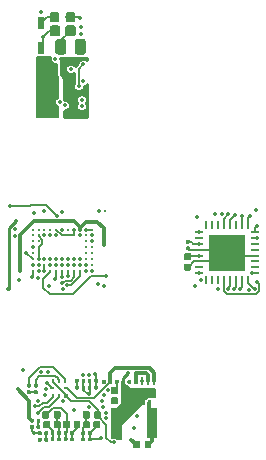
<source format=gbr>
G04 #@! TF.GenerationSoftware,KiCad,Pcbnew,(5.1.0)-1*
G04 #@! TF.CreationDate,2019-09-17T22:43:55-07:00*
G04 #@! TF.ProjectId,Miniscope-v4-Rigid-Flex,4d696e69-7363-46f7-9065-2d76342d5269,rev?*
G04 #@! TF.SameCoordinates,Original*
G04 #@! TF.FileFunction,Copper,L6,Bot*
G04 #@! TF.FilePolarity,Positive*
%FSLAX46Y46*%
G04 Gerber Fmt 4.6, Leading zero omitted, Abs format (unit mm)*
G04 Created by KiCad (PCBNEW (5.1.0)-1) date 2019-09-17 22:43:55*
%MOMM*%
%LPD*%
G04 APERTURE LIST*
%ADD10C,0.250000*%
%ADD11R,0.220000X0.400000*%
%ADD12R,0.320000X0.400000*%
%ADD13R,0.400000X0.220000*%
%ADD14C,0.100000*%
%ADD15C,0.310000*%
%ADD16C,0.930000*%
%ADD17R,0.270000X0.740000*%
%ADD18R,0.270000X0.820000*%
%ADD19C,0.590000*%
%ADD20R,0.870000X2.620000*%
%ADD21C,0.580000*%
%ADD22C,0.890000*%
%ADD23R,0.540000X1.060000*%
%ADD24R,0.450000X1.500000*%
%ADD25C,0.810000*%
%ADD26R,0.680000X0.260000*%
%ADD27R,0.260000X0.680000*%
%ADD28R,3.100000X3.100000*%
%ADD29C,0.350000*%
%ADD30C,0.300000*%
%ADD31C,0.152400*%
%ADD32C,0.304800*%
%ADD33C,0.203200*%
%ADD34C,0.254000*%
G04 APERTURE END LIST*
D10*
X101234400Y-115180800D03*
X101734400Y-115180800D03*
X102234400Y-115180800D03*
X102734400Y-115180800D03*
X103234400Y-115180800D03*
X103734400Y-115180800D03*
X104234400Y-115180800D03*
X104734400Y-115180800D03*
X105234400Y-115180800D03*
X105734400Y-115180800D03*
X106234400Y-115180800D03*
X101234400Y-114680800D03*
X101734400Y-114680800D03*
X102234400Y-114680800D03*
X102734400Y-114680800D03*
X103234400Y-114680800D03*
X103734400Y-114680800D03*
X104234400Y-114680800D03*
X104734400Y-114680800D03*
X105234400Y-114680800D03*
X105734400Y-114680800D03*
X106234400Y-114680800D03*
X101234400Y-114180800D03*
X101734400Y-114180800D03*
X102234400Y-114180800D03*
X102734400Y-114180800D03*
X103234400Y-114180800D03*
X103734400Y-114180800D03*
X104234400Y-114180800D03*
X104734400Y-114180800D03*
X105234400Y-114180800D03*
X105734400Y-114180800D03*
X106234400Y-114180800D03*
X101234400Y-113680800D03*
X101734400Y-113680800D03*
X105734400Y-113680800D03*
X106234400Y-113680800D03*
X101234400Y-113180800D03*
X101734400Y-113180800D03*
X105734400Y-113180800D03*
X106234400Y-113180800D03*
X101234400Y-112680800D03*
X101734400Y-112680800D03*
X105734400Y-112680800D03*
X106234400Y-112680800D03*
X101234400Y-112180800D03*
X101734400Y-112180800D03*
X102234400Y-112180800D03*
X102734400Y-112180800D03*
X103234400Y-112180800D03*
X103734400Y-112180800D03*
X104234400Y-112180800D03*
X104734400Y-112180800D03*
X105234400Y-112180800D03*
X105734400Y-112180800D03*
X106234400Y-112180800D03*
X101234400Y-111680800D03*
X101734400Y-111680800D03*
X102234400Y-111680800D03*
X102734400Y-111680800D03*
X103234400Y-111680800D03*
X103734400Y-111680800D03*
X104234400Y-111680800D03*
X104734400Y-111680800D03*
X105234400Y-111680800D03*
X105734400Y-111680800D03*
X106234400Y-111680800D03*
D11*
X102975800Y-124531000D03*
X103475800Y-124531000D03*
X103975800Y-124531000D03*
D12*
X104025800Y-125731000D03*
D11*
X102975800Y-125731000D03*
X103475800Y-125731000D03*
D13*
X102875800Y-125131000D03*
X104075800Y-125131000D03*
D14*
G36*
X101594696Y-124736373D02*
G01*
X101602219Y-124737489D01*
X101609597Y-124739337D01*
X101616758Y-124741899D01*
X101623633Y-124745151D01*
X101630157Y-124749061D01*
X101636265Y-124753592D01*
X101641901Y-124758699D01*
X101647008Y-124764335D01*
X101651539Y-124770443D01*
X101655449Y-124776967D01*
X101658701Y-124783842D01*
X101661263Y-124791003D01*
X101663111Y-124798381D01*
X101664227Y-124805904D01*
X101664600Y-124813500D01*
X101664600Y-124968500D01*
X101664227Y-124976096D01*
X101663111Y-124983619D01*
X101661263Y-124990997D01*
X101658701Y-124998158D01*
X101655449Y-125005033D01*
X101651539Y-125011557D01*
X101647008Y-125017665D01*
X101641901Y-125023301D01*
X101636265Y-125028408D01*
X101630157Y-125032939D01*
X101623633Y-125036849D01*
X101616758Y-125040101D01*
X101609597Y-125042663D01*
X101602219Y-125044511D01*
X101594696Y-125045627D01*
X101587100Y-125046000D01*
X101402100Y-125046000D01*
X101394504Y-125045627D01*
X101386981Y-125044511D01*
X101379603Y-125042663D01*
X101372442Y-125040101D01*
X101365567Y-125036849D01*
X101359043Y-125032939D01*
X101352935Y-125028408D01*
X101347299Y-125023301D01*
X101342192Y-125017665D01*
X101337661Y-125011557D01*
X101333751Y-125005033D01*
X101330499Y-124998158D01*
X101327937Y-124990997D01*
X101326089Y-124983619D01*
X101324973Y-124976096D01*
X101324600Y-124968500D01*
X101324600Y-124813500D01*
X101324973Y-124805904D01*
X101326089Y-124798381D01*
X101327937Y-124791003D01*
X101330499Y-124783842D01*
X101333751Y-124776967D01*
X101337661Y-124770443D01*
X101342192Y-124764335D01*
X101347299Y-124758699D01*
X101352935Y-124753592D01*
X101359043Y-124749061D01*
X101365567Y-124745151D01*
X101372442Y-124741899D01*
X101379603Y-124739337D01*
X101386981Y-124737489D01*
X101394504Y-124736373D01*
X101402100Y-124736000D01*
X101587100Y-124736000D01*
X101594696Y-124736373D01*
X101594696Y-124736373D01*
G37*
D15*
X101494600Y-124891000D03*
D14*
G36*
X101594696Y-125286373D02*
G01*
X101602219Y-125287489D01*
X101609597Y-125289337D01*
X101616758Y-125291899D01*
X101623633Y-125295151D01*
X101630157Y-125299061D01*
X101636265Y-125303592D01*
X101641901Y-125308699D01*
X101647008Y-125314335D01*
X101651539Y-125320443D01*
X101655449Y-125326967D01*
X101658701Y-125333842D01*
X101661263Y-125341003D01*
X101663111Y-125348381D01*
X101664227Y-125355904D01*
X101664600Y-125363500D01*
X101664600Y-125518500D01*
X101664227Y-125526096D01*
X101663111Y-125533619D01*
X101661263Y-125540997D01*
X101658701Y-125548158D01*
X101655449Y-125555033D01*
X101651539Y-125561557D01*
X101647008Y-125567665D01*
X101641901Y-125573301D01*
X101636265Y-125578408D01*
X101630157Y-125582939D01*
X101623633Y-125586849D01*
X101616758Y-125590101D01*
X101609597Y-125592663D01*
X101602219Y-125594511D01*
X101594696Y-125595627D01*
X101587100Y-125596000D01*
X101402100Y-125596000D01*
X101394504Y-125595627D01*
X101386981Y-125594511D01*
X101379603Y-125592663D01*
X101372442Y-125590101D01*
X101365567Y-125586849D01*
X101359043Y-125582939D01*
X101352935Y-125578408D01*
X101347299Y-125573301D01*
X101342192Y-125567665D01*
X101337661Y-125561557D01*
X101333751Y-125555033D01*
X101330499Y-125548158D01*
X101327937Y-125540997D01*
X101326089Y-125533619D01*
X101324973Y-125526096D01*
X101324600Y-125518500D01*
X101324600Y-125363500D01*
X101324973Y-125355904D01*
X101326089Y-125348381D01*
X101327937Y-125341003D01*
X101330499Y-125333842D01*
X101333751Y-125326967D01*
X101337661Y-125320443D01*
X101342192Y-125314335D01*
X101347299Y-125308699D01*
X101352935Y-125303592D01*
X101359043Y-125299061D01*
X101365567Y-125295151D01*
X101372442Y-125291899D01*
X101379603Y-125289337D01*
X101386981Y-125287489D01*
X101394504Y-125286373D01*
X101402100Y-125286000D01*
X101587100Y-125286000D01*
X101594696Y-125286373D01*
X101594696Y-125286373D01*
G37*
D15*
X101494600Y-125441000D03*
D14*
G36*
X101010496Y-124736373D02*
G01*
X101018019Y-124737489D01*
X101025397Y-124739337D01*
X101032558Y-124741899D01*
X101039433Y-124745151D01*
X101045957Y-124749061D01*
X101052065Y-124753592D01*
X101057701Y-124758699D01*
X101062808Y-124764335D01*
X101067339Y-124770443D01*
X101071249Y-124776967D01*
X101074501Y-124783842D01*
X101077063Y-124791003D01*
X101078911Y-124798381D01*
X101080027Y-124805904D01*
X101080400Y-124813500D01*
X101080400Y-124968500D01*
X101080027Y-124976096D01*
X101078911Y-124983619D01*
X101077063Y-124990997D01*
X101074501Y-124998158D01*
X101071249Y-125005033D01*
X101067339Y-125011557D01*
X101062808Y-125017665D01*
X101057701Y-125023301D01*
X101052065Y-125028408D01*
X101045957Y-125032939D01*
X101039433Y-125036849D01*
X101032558Y-125040101D01*
X101025397Y-125042663D01*
X101018019Y-125044511D01*
X101010496Y-125045627D01*
X101002900Y-125046000D01*
X100817900Y-125046000D01*
X100810304Y-125045627D01*
X100802781Y-125044511D01*
X100795403Y-125042663D01*
X100788242Y-125040101D01*
X100781367Y-125036849D01*
X100774843Y-125032939D01*
X100768735Y-125028408D01*
X100763099Y-125023301D01*
X100757992Y-125017665D01*
X100753461Y-125011557D01*
X100749551Y-125005033D01*
X100746299Y-124998158D01*
X100743737Y-124990997D01*
X100741889Y-124983619D01*
X100740773Y-124976096D01*
X100740400Y-124968500D01*
X100740400Y-124813500D01*
X100740773Y-124805904D01*
X100741889Y-124798381D01*
X100743737Y-124791003D01*
X100746299Y-124783842D01*
X100749551Y-124776967D01*
X100753461Y-124770443D01*
X100757992Y-124764335D01*
X100763099Y-124758699D01*
X100768735Y-124753592D01*
X100774843Y-124749061D01*
X100781367Y-124745151D01*
X100788242Y-124741899D01*
X100795403Y-124739337D01*
X100802781Y-124737489D01*
X100810304Y-124736373D01*
X100817900Y-124736000D01*
X101002900Y-124736000D01*
X101010496Y-124736373D01*
X101010496Y-124736373D01*
G37*
D15*
X100910400Y-124891000D03*
D14*
G36*
X101010496Y-125286373D02*
G01*
X101018019Y-125287489D01*
X101025397Y-125289337D01*
X101032558Y-125291899D01*
X101039433Y-125295151D01*
X101045957Y-125299061D01*
X101052065Y-125303592D01*
X101057701Y-125308699D01*
X101062808Y-125314335D01*
X101067339Y-125320443D01*
X101071249Y-125326967D01*
X101074501Y-125333842D01*
X101077063Y-125341003D01*
X101078911Y-125348381D01*
X101080027Y-125355904D01*
X101080400Y-125363500D01*
X101080400Y-125518500D01*
X101080027Y-125526096D01*
X101078911Y-125533619D01*
X101077063Y-125540997D01*
X101074501Y-125548158D01*
X101071249Y-125555033D01*
X101067339Y-125561557D01*
X101062808Y-125567665D01*
X101057701Y-125573301D01*
X101052065Y-125578408D01*
X101045957Y-125582939D01*
X101039433Y-125586849D01*
X101032558Y-125590101D01*
X101025397Y-125592663D01*
X101018019Y-125594511D01*
X101010496Y-125595627D01*
X101002900Y-125596000D01*
X100817900Y-125596000D01*
X100810304Y-125595627D01*
X100802781Y-125594511D01*
X100795403Y-125592663D01*
X100788242Y-125590101D01*
X100781367Y-125586849D01*
X100774843Y-125582939D01*
X100768735Y-125578408D01*
X100763099Y-125573301D01*
X100757992Y-125567665D01*
X100753461Y-125561557D01*
X100749551Y-125555033D01*
X100746299Y-125548158D01*
X100743737Y-125540997D01*
X100741889Y-125533619D01*
X100740773Y-125526096D01*
X100740400Y-125518500D01*
X100740400Y-125363500D01*
X100740773Y-125355904D01*
X100741889Y-125348381D01*
X100743737Y-125341003D01*
X100746299Y-125333842D01*
X100749551Y-125326967D01*
X100753461Y-125320443D01*
X100757992Y-125314335D01*
X100763099Y-125308699D01*
X100768735Y-125303592D01*
X100774843Y-125299061D01*
X100781367Y-125295151D01*
X100788242Y-125291899D01*
X100795403Y-125289337D01*
X100802781Y-125287489D01*
X100810304Y-125286373D01*
X100817900Y-125286000D01*
X101002900Y-125286000D01*
X101010496Y-125286373D01*
X101010496Y-125286373D01*
G37*
D15*
X100910400Y-125441000D03*
D14*
G36*
X114472496Y-113110373D02*
G01*
X114480019Y-113111489D01*
X114487397Y-113113337D01*
X114494558Y-113115899D01*
X114501433Y-113119151D01*
X114507957Y-113123061D01*
X114514065Y-113127592D01*
X114519701Y-113132699D01*
X114524808Y-113138335D01*
X114529339Y-113144443D01*
X114533249Y-113150967D01*
X114536501Y-113157842D01*
X114539063Y-113165003D01*
X114540911Y-113172381D01*
X114542027Y-113179904D01*
X114542400Y-113187500D01*
X114542400Y-113342500D01*
X114542027Y-113350096D01*
X114540911Y-113357619D01*
X114539063Y-113364997D01*
X114536501Y-113372158D01*
X114533249Y-113379033D01*
X114529339Y-113385557D01*
X114524808Y-113391665D01*
X114519701Y-113397301D01*
X114514065Y-113402408D01*
X114507957Y-113406939D01*
X114501433Y-113410849D01*
X114494558Y-113414101D01*
X114487397Y-113416663D01*
X114480019Y-113418511D01*
X114472496Y-113419627D01*
X114464900Y-113420000D01*
X114279900Y-113420000D01*
X114272304Y-113419627D01*
X114264781Y-113418511D01*
X114257403Y-113416663D01*
X114250242Y-113414101D01*
X114243367Y-113410849D01*
X114236843Y-113406939D01*
X114230735Y-113402408D01*
X114225099Y-113397301D01*
X114219992Y-113391665D01*
X114215461Y-113385557D01*
X114211551Y-113379033D01*
X114208299Y-113372158D01*
X114205737Y-113364997D01*
X114203889Y-113357619D01*
X114202773Y-113350096D01*
X114202400Y-113342500D01*
X114202400Y-113187500D01*
X114202773Y-113179904D01*
X114203889Y-113172381D01*
X114205737Y-113165003D01*
X114208299Y-113157842D01*
X114211551Y-113150967D01*
X114215461Y-113144443D01*
X114219992Y-113138335D01*
X114225099Y-113132699D01*
X114230735Y-113127592D01*
X114236843Y-113123061D01*
X114243367Y-113119151D01*
X114250242Y-113115899D01*
X114257403Y-113113337D01*
X114264781Y-113111489D01*
X114272304Y-113110373D01*
X114279900Y-113110000D01*
X114464900Y-113110000D01*
X114472496Y-113110373D01*
X114472496Y-113110373D01*
G37*
D15*
X114372400Y-113265000D03*
D14*
G36*
X114472496Y-112560373D02*
G01*
X114480019Y-112561489D01*
X114487397Y-112563337D01*
X114494558Y-112565899D01*
X114501433Y-112569151D01*
X114507957Y-112573061D01*
X114514065Y-112577592D01*
X114519701Y-112582699D01*
X114524808Y-112588335D01*
X114529339Y-112594443D01*
X114533249Y-112600967D01*
X114536501Y-112607842D01*
X114539063Y-112615003D01*
X114540911Y-112622381D01*
X114542027Y-112629904D01*
X114542400Y-112637500D01*
X114542400Y-112792500D01*
X114542027Y-112800096D01*
X114540911Y-112807619D01*
X114539063Y-112814997D01*
X114536501Y-112822158D01*
X114533249Y-112829033D01*
X114529339Y-112835557D01*
X114524808Y-112841665D01*
X114519701Y-112847301D01*
X114514065Y-112852408D01*
X114507957Y-112856939D01*
X114501433Y-112860849D01*
X114494558Y-112864101D01*
X114487397Y-112866663D01*
X114480019Y-112868511D01*
X114472496Y-112869627D01*
X114464900Y-112870000D01*
X114279900Y-112870000D01*
X114272304Y-112869627D01*
X114264781Y-112868511D01*
X114257403Y-112866663D01*
X114250242Y-112864101D01*
X114243367Y-112860849D01*
X114236843Y-112856939D01*
X114230735Y-112852408D01*
X114225099Y-112847301D01*
X114219992Y-112841665D01*
X114215461Y-112835557D01*
X114211551Y-112829033D01*
X114208299Y-112822158D01*
X114205737Y-112814997D01*
X114203889Y-112807619D01*
X114202773Y-112800096D01*
X114202400Y-112792500D01*
X114202400Y-112637500D01*
X114202773Y-112629904D01*
X114203889Y-112622381D01*
X114205737Y-112615003D01*
X114208299Y-112607842D01*
X114211551Y-112600967D01*
X114215461Y-112594443D01*
X114219992Y-112588335D01*
X114225099Y-112582699D01*
X114230735Y-112577592D01*
X114236843Y-112573061D01*
X114243367Y-112569151D01*
X114250242Y-112565899D01*
X114257403Y-112563337D01*
X114264781Y-112561489D01*
X114272304Y-112560373D01*
X114279900Y-112560000D01*
X114464900Y-112560000D01*
X114472496Y-112560373D01*
X114472496Y-112560373D01*
G37*
D15*
X114372400Y-112715000D03*
D14*
G36*
X105523489Y-95541720D02*
G01*
X105546058Y-95545067D01*
X105568191Y-95550611D01*
X105589674Y-95558298D01*
X105610300Y-95568053D01*
X105629870Y-95579783D01*
X105648196Y-95593375D01*
X105665102Y-95608698D01*
X105680425Y-95625604D01*
X105694017Y-95643930D01*
X105705747Y-95663500D01*
X105715502Y-95684126D01*
X105723189Y-95705609D01*
X105728733Y-95727742D01*
X105732080Y-95750311D01*
X105733200Y-95773100D01*
X105733200Y-96628100D01*
X105732080Y-96650889D01*
X105728733Y-96673458D01*
X105723189Y-96695591D01*
X105715502Y-96717074D01*
X105705747Y-96737700D01*
X105694017Y-96757270D01*
X105680425Y-96775596D01*
X105665102Y-96792502D01*
X105648196Y-96807825D01*
X105629870Y-96821417D01*
X105610300Y-96833147D01*
X105589674Y-96842902D01*
X105568191Y-96850589D01*
X105546058Y-96856133D01*
X105523489Y-96859480D01*
X105500700Y-96860600D01*
X105035700Y-96860600D01*
X105012911Y-96859480D01*
X104990342Y-96856133D01*
X104968209Y-96850589D01*
X104946726Y-96842902D01*
X104926100Y-96833147D01*
X104906530Y-96821417D01*
X104888204Y-96807825D01*
X104871298Y-96792502D01*
X104855975Y-96775596D01*
X104842383Y-96757270D01*
X104830653Y-96737700D01*
X104820898Y-96717074D01*
X104813211Y-96695591D01*
X104807667Y-96673458D01*
X104804320Y-96650889D01*
X104803200Y-96628100D01*
X104803200Y-95773100D01*
X104804320Y-95750311D01*
X104807667Y-95727742D01*
X104813211Y-95705609D01*
X104820898Y-95684126D01*
X104830653Y-95663500D01*
X104842383Y-95643930D01*
X104855975Y-95625604D01*
X104871298Y-95608698D01*
X104888204Y-95593375D01*
X104906530Y-95579783D01*
X104926100Y-95568053D01*
X104946726Y-95558298D01*
X104968209Y-95550611D01*
X104990342Y-95545067D01*
X105012911Y-95541720D01*
X105035700Y-95540600D01*
X105500700Y-95540600D01*
X105523489Y-95541720D01*
X105523489Y-95541720D01*
G37*
D16*
X105268200Y-96200600D03*
D14*
G36*
X103883489Y-95541720D02*
G01*
X103906058Y-95545067D01*
X103928191Y-95550611D01*
X103949674Y-95558298D01*
X103970300Y-95568053D01*
X103989870Y-95579783D01*
X104008196Y-95593375D01*
X104025102Y-95608698D01*
X104040425Y-95625604D01*
X104054017Y-95643930D01*
X104065747Y-95663500D01*
X104075502Y-95684126D01*
X104083189Y-95705609D01*
X104088733Y-95727742D01*
X104092080Y-95750311D01*
X104093200Y-95773100D01*
X104093200Y-96628100D01*
X104092080Y-96650889D01*
X104088733Y-96673458D01*
X104083189Y-96695591D01*
X104075502Y-96717074D01*
X104065747Y-96737700D01*
X104054017Y-96757270D01*
X104040425Y-96775596D01*
X104025102Y-96792502D01*
X104008196Y-96807825D01*
X103989870Y-96821417D01*
X103970300Y-96833147D01*
X103949674Y-96842902D01*
X103928191Y-96850589D01*
X103906058Y-96856133D01*
X103883489Y-96859480D01*
X103860700Y-96860600D01*
X103395700Y-96860600D01*
X103372911Y-96859480D01*
X103350342Y-96856133D01*
X103328209Y-96850589D01*
X103306726Y-96842902D01*
X103286100Y-96833147D01*
X103266530Y-96821417D01*
X103248204Y-96807825D01*
X103231298Y-96792502D01*
X103215975Y-96775596D01*
X103202383Y-96757270D01*
X103190653Y-96737700D01*
X103180898Y-96717074D01*
X103173211Y-96695591D01*
X103167667Y-96673458D01*
X103164320Y-96650889D01*
X103163200Y-96628100D01*
X103163200Y-95773100D01*
X103164320Y-95750311D01*
X103167667Y-95727742D01*
X103173211Y-95705609D01*
X103180898Y-95684126D01*
X103190653Y-95663500D01*
X103202383Y-95643930D01*
X103215975Y-95625604D01*
X103231298Y-95608698D01*
X103248204Y-95593375D01*
X103266530Y-95579783D01*
X103286100Y-95568053D01*
X103306726Y-95558298D01*
X103328209Y-95550611D01*
X103350342Y-95545067D01*
X103372911Y-95541720D01*
X103395700Y-95540600D01*
X103860700Y-95540600D01*
X103883489Y-95541720D01*
X103883489Y-95541720D01*
G37*
D16*
X103628200Y-96200600D03*
D17*
X111523600Y-124475600D03*
X111023600Y-124475600D03*
X110523600Y-124475600D03*
X110523600Y-125535600D03*
X111023600Y-125535600D03*
D18*
X111523600Y-125495600D03*
D14*
G36*
X102468296Y-128747573D02*
G01*
X102475819Y-128748689D01*
X102483197Y-128750537D01*
X102490358Y-128753099D01*
X102497233Y-128756351D01*
X102503757Y-128760261D01*
X102509865Y-128764792D01*
X102515501Y-128769899D01*
X102520608Y-128775535D01*
X102525139Y-128781643D01*
X102529049Y-128788167D01*
X102532301Y-128795042D01*
X102534863Y-128802203D01*
X102536711Y-128809581D01*
X102537827Y-128817104D01*
X102538200Y-128824700D01*
X102538200Y-129009700D01*
X102537827Y-129017296D01*
X102536711Y-129024819D01*
X102534863Y-129032197D01*
X102532301Y-129039358D01*
X102529049Y-129046233D01*
X102525139Y-129052757D01*
X102520608Y-129058865D01*
X102515501Y-129064501D01*
X102509865Y-129069608D01*
X102503757Y-129074139D01*
X102497233Y-129078049D01*
X102490358Y-129081301D01*
X102483197Y-129083863D01*
X102475819Y-129085711D01*
X102468296Y-129086827D01*
X102460700Y-129087200D01*
X102305700Y-129087200D01*
X102298104Y-129086827D01*
X102290581Y-129085711D01*
X102283203Y-129083863D01*
X102276042Y-129081301D01*
X102269167Y-129078049D01*
X102262643Y-129074139D01*
X102256535Y-129069608D01*
X102250899Y-129064501D01*
X102245792Y-129058865D01*
X102241261Y-129052757D01*
X102237351Y-129046233D01*
X102234099Y-129039358D01*
X102231537Y-129032197D01*
X102229689Y-129024819D01*
X102228573Y-129017296D01*
X102228200Y-129009700D01*
X102228200Y-128824700D01*
X102228573Y-128817104D01*
X102229689Y-128809581D01*
X102231537Y-128802203D01*
X102234099Y-128795042D01*
X102237351Y-128788167D01*
X102241261Y-128781643D01*
X102245792Y-128775535D01*
X102250899Y-128769899D01*
X102256535Y-128764792D01*
X102262643Y-128760261D01*
X102269167Y-128756351D01*
X102276042Y-128753099D01*
X102283203Y-128750537D01*
X102290581Y-128748689D01*
X102298104Y-128747573D01*
X102305700Y-128747200D01*
X102460700Y-128747200D01*
X102468296Y-128747573D01*
X102468296Y-128747573D01*
G37*
D15*
X102383200Y-128917200D03*
D14*
G36*
X101918296Y-128747573D02*
G01*
X101925819Y-128748689D01*
X101933197Y-128750537D01*
X101940358Y-128753099D01*
X101947233Y-128756351D01*
X101953757Y-128760261D01*
X101959865Y-128764792D01*
X101965501Y-128769899D01*
X101970608Y-128775535D01*
X101975139Y-128781643D01*
X101979049Y-128788167D01*
X101982301Y-128795042D01*
X101984863Y-128802203D01*
X101986711Y-128809581D01*
X101987827Y-128817104D01*
X101988200Y-128824700D01*
X101988200Y-129009700D01*
X101987827Y-129017296D01*
X101986711Y-129024819D01*
X101984863Y-129032197D01*
X101982301Y-129039358D01*
X101979049Y-129046233D01*
X101975139Y-129052757D01*
X101970608Y-129058865D01*
X101965501Y-129064501D01*
X101959865Y-129069608D01*
X101953757Y-129074139D01*
X101947233Y-129078049D01*
X101940358Y-129081301D01*
X101933197Y-129083863D01*
X101925819Y-129085711D01*
X101918296Y-129086827D01*
X101910700Y-129087200D01*
X101755700Y-129087200D01*
X101748104Y-129086827D01*
X101740581Y-129085711D01*
X101733203Y-129083863D01*
X101726042Y-129081301D01*
X101719167Y-129078049D01*
X101712643Y-129074139D01*
X101706535Y-129069608D01*
X101700899Y-129064501D01*
X101695792Y-129058865D01*
X101691261Y-129052757D01*
X101687351Y-129046233D01*
X101684099Y-129039358D01*
X101681537Y-129032197D01*
X101679689Y-129024819D01*
X101678573Y-129017296D01*
X101678200Y-129009700D01*
X101678200Y-128824700D01*
X101678573Y-128817104D01*
X101679689Y-128809581D01*
X101681537Y-128802203D01*
X101684099Y-128795042D01*
X101687351Y-128788167D01*
X101691261Y-128781643D01*
X101695792Y-128775535D01*
X101700899Y-128769899D01*
X101706535Y-128764792D01*
X101712643Y-128760261D01*
X101719167Y-128756351D01*
X101726042Y-128753099D01*
X101733203Y-128750537D01*
X101740581Y-128748689D01*
X101748104Y-128747573D01*
X101755700Y-128747200D01*
X101910700Y-128747200D01*
X101918296Y-128747573D01*
X101918296Y-128747573D01*
G37*
D15*
X101833200Y-128917200D03*
D14*
G36*
X101257896Y-127680773D02*
G01*
X101265419Y-127681889D01*
X101272797Y-127683737D01*
X101279958Y-127686299D01*
X101286833Y-127689551D01*
X101293357Y-127693461D01*
X101299465Y-127697992D01*
X101305101Y-127703099D01*
X101310208Y-127708735D01*
X101314739Y-127714843D01*
X101318649Y-127721367D01*
X101321901Y-127728242D01*
X101324463Y-127735403D01*
X101326311Y-127742781D01*
X101327427Y-127750304D01*
X101327800Y-127757900D01*
X101327800Y-127942900D01*
X101327427Y-127950496D01*
X101326311Y-127958019D01*
X101324463Y-127965397D01*
X101321901Y-127972558D01*
X101318649Y-127979433D01*
X101314739Y-127985957D01*
X101310208Y-127992065D01*
X101305101Y-127997701D01*
X101299465Y-128002808D01*
X101293357Y-128007339D01*
X101286833Y-128011249D01*
X101279958Y-128014501D01*
X101272797Y-128017063D01*
X101265419Y-128018911D01*
X101257896Y-128020027D01*
X101250300Y-128020400D01*
X101095300Y-128020400D01*
X101087704Y-128020027D01*
X101080181Y-128018911D01*
X101072803Y-128017063D01*
X101065642Y-128014501D01*
X101058767Y-128011249D01*
X101052243Y-128007339D01*
X101046135Y-128002808D01*
X101040499Y-127997701D01*
X101035392Y-127992065D01*
X101030861Y-127985957D01*
X101026951Y-127979433D01*
X101023699Y-127972558D01*
X101021137Y-127965397D01*
X101019289Y-127958019D01*
X101018173Y-127950496D01*
X101017800Y-127942900D01*
X101017800Y-127757900D01*
X101018173Y-127750304D01*
X101019289Y-127742781D01*
X101021137Y-127735403D01*
X101023699Y-127728242D01*
X101026951Y-127721367D01*
X101030861Y-127714843D01*
X101035392Y-127708735D01*
X101040499Y-127703099D01*
X101046135Y-127697992D01*
X101052243Y-127693461D01*
X101058767Y-127689551D01*
X101065642Y-127686299D01*
X101072803Y-127683737D01*
X101080181Y-127681889D01*
X101087704Y-127680773D01*
X101095300Y-127680400D01*
X101250300Y-127680400D01*
X101257896Y-127680773D01*
X101257896Y-127680773D01*
G37*
D15*
X101172800Y-127850400D03*
D14*
G36*
X101807896Y-127680773D02*
G01*
X101815419Y-127681889D01*
X101822797Y-127683737D01*
X101829958Y-127686299D01*
X101836833Y-127689551D01*
X101843357Y-127693461D01*
X101849465Y-127697992D01*
X101855101Y-127703099D01*
X101860208Y-127708735D01*
X101864739Y-127714843D01*
X101868649Y-127721367D01*
X101871901Y-127728242D01*
X101874463Y-127735403D01*
X101876311Y-127742781D01*
X101877427Y-127750304D01*
X101877800Y-127757900D01*
X101877800Y-127942900D01*
X101877427Y-127950496D01*
X101876311Y-127958019D01*
X101874463Y-127965397D01*
X101871901Y-127972558D01*
X101868649Y-127979433D01*
X101864739Y-127985957D01*
X101860208Y-127992065D01*
X101855101Y-127997701D01*
X101849465Y-128002808D01*
X101843357Y-128007339D01*
X101836833Y-128011249D01*
X101829958Y-128014501D01*
X101822797Y-128017063D01*
X101815419Y-128018911D01*
X101807896Y-128020027D01*
X101800300Y-128020400D01*
X101645300Y-128020400D01*
X101637704Y-128020027D01*
X101630181Y-128018911D01*
X101622803Y-128017063D01*
X101615642Y-128014501D01*
X101608767Y-128011249D01*
X101602243Y-128007339D01*
X101596135Y-128002808D01*
X101590499Y-127997701D01*
X101585392Y-127992065D01*
X101580861Y-127985957D01*
X101576951Y-127979433D01*
X101573699Y-127972558D01*
X101571137Y-127965397D01*
X101569289Y-127958019D01*
X101568173Y-127950496D01*
X101567800Y-127942900D01*
X101567800Y-127757900D01*
X101568173Y-127750304D01*
X101569289Y-127742781D01*
X101571137Y-127735403D01*
X101573699Y-127728242D01*
X101576951Y-127721367D01*
X101580861Y-127714843D01*
X101585392Y-127708735D01*
X101590499Y-127703099D01*
X101596135Y-127697992D01*
X101602243Y-127693461D01*
X101608767Y-127689551D01*
X101615642Y-127686299D01*
X101622803Y-127683737D01*
X101630181Y-127681889D01*
X101637704Y-127680773D01*
X101645300Y-127680400D01*
X101800300Y-127680400D01*
X101807896Y-127680773D01*
X101807896Y-127680773D01*
G37*
D15*
X101722800Y-127850400D03*
D14*
G36*
X101807896Y-128239573D02*
G01*
X101815419Y-128240689D01*
X101822797Y-128242537D01*
X101829958Y-128245099D01*
X101836833Y-128248351D01*
X101843357Y-128252261D01*
X101849465Y-128256792D01*
X101855101Y-128261899D01*
X101860208Y-128267535D01*
X101864739Y-128273643D01*
X101868649Y-128280167D01*
X101871901Y-128287042D01*
X101874463Y-128294203D01*
X101876311Y-128301581D01*
X101877427Y-128309104D01*
X101877800Y-128316700D01*
X101877800Y-128501700D01*
X101877427Y-128509296D01*
X101876311Y-128516819D01*
X101874463Y-128524197D01*
X101871901Y-128531358D01*
X101868649Y-128538233D01*
X101864739Y-128544757D01*
X101860208Y-128550865D01*
X101855101Y-128556501D01*
X101849465Y-128561608D01*
X101843357Y-128566139D01*
X101836833Y-128570049D01*
X101829958Y-128573301D01*
X101822797Y-128575863D01*
X101815419Y-128577711D01*
X101807896Y-128578827D01*
X101800300Y-128579200D01*
X101645300Y-128579200D01*
X101637704Y-128578827D01*
X101630181Y-128577711D01*
X101622803Y-128575863D01*
X101615642Y-128573301D01*
X101608767Y-128570049D01*
X101602243Y-128566139D01*
X101596135Y-128561608D01*
X101590499Y-128556501D01*
X101585392Y-128550865D01*
X101580861Y-128544757D01*
X101576951Y-128538233D01*
X101573699Y-128531358D01*
X101571137Y-128524197D01*
X101569289Y-128516819D01*
X101568173Y-128509296D01*
X101567800Y-128501700D01*
X101567800Y-128316700D01*
X101568173Y-128309104D01*
X101569289Y-128301581D01*
X101571137Y-128294203D01*
X101573699Y-128287042D01*
X101576951Y-128280167D01*
X101580861Y-128273643D01*
X101585392Y-128267535D01*
X101590499Y-128261899D01*
X101596135Y-128256792D01*
X101602243Y-128252261D01*
X101608767Y-128248351D01*
X101615642Y-128245099D01*
X101622803Y-128242537D01*
X101630181Y-128240689D01*
X101637704Y-128239573D01*
X101645300Y-128239200D01*
X101800300Y-128239200D01*
X101807896Y-128239573D01*
X101807896Y-128239573D01*
G37*
D15*
X101722800Y-128409200D03*
D14*
G36*
X101257896Y-128239573D02*
G01*
X101265419Y-128240689D01*
X101272797Y-128242537D01*
X101279958Y-128245099D01*
X101286833Y-128248351D01*
X101293357Y-128252261D01*
X101299465Y-128256792D01*
X101305101Y-128261899D01*
X101310208Y-128267535D01*
X101314739Y-128273643D01*
X101318649Y-128280167D01*
X101321901Y-128287042D01*
X101324463Y-128294203D01*
X101326311Y-128301581D01*
X101327427Y-128309104D01*
X101327800Y-128316700D01*
X101327800Y-128501700D01*
X101327427Y-128509296D01*
X101326311Y-128516819D01*
X101324463Y-128524197D01*
X101321901Y-128531358D01*
X101318649Y-128538233D01*
X101314739Y-128544757D01*
X101310208Y-128550865D01*
X101305101Y-128556501D01*
X101299465Y-128561608D01*
X101293357Y-128566139D01*
X101286833Y-128570049D01*
X101279958Y-128573301D01*
X101272797Y-128575863D01*
X101265419Y-128577711D01*
X101257896Y-128578827D01*
X101250300Y-128579200D01*
X101095300Y-128579200D01*
X101087704Y-128578827D01*
X101080181Y-128577711D01*
X101072803Y-128575863D01*
X101065642Y-128573301D01*
X101058767Y-128570049D01*
X101052243Y-128566139D01*
X101046135Y-128561608D01*
X101040499Y-128556501D01*
X101035392Y-128550865D01*
X101030861Y-128544757D01*
X101026951Y-128538233D01*
X101023699Y-128531358D01*
X101021137Y-128524197D01*
X101019289Y-128516819D01*
X101018173Y-128509296D01*
X101017800Y-128501700D01*
X101017800Y-128316700D01*
X101018173Y-128309104D01*
X101019289Y-128301581D01*
X101021137Y-128294203D01*
X101023699Y-128287042D01*
X101026951Y-128280167D01*
X101030861Y-128273643D01*
X101035392Y-128267535D01*
X101040499Y-128261899D01*
X101046135Y-128256792D01*
X101052243Y-128252261D01*
X101058767Y-128248351D01*
X101065642Y-128245099D01*
X101072803Y-128242537D01*
X101080181Y-128240689D01*
X101087704Y-128239573D01*
X101095300Y-128239200D01*
X101250300Y-128239200D01*
X101257896Y-128239573D01*
X101257896Y-128239573D01*
G37*
D15*
X101172800Y-128409200D03*
D14*
G36*
X111201896Y-126139373D02*
G01*
X111209419Y-126140489D01*
X111216797Y-126142337D01*
X111223958Y-126144899D01*
X111230833Y-126148151D01*
X111237357Y-126152061D01*
X111243465Y-126156592D01*
X111249101Y-126161699D01*
X111254208Y-126167335D01*
X111258739Y-126173443D01*
X111262649Y-126179967D01*
X111265901Y-126186842D01*
X111268463Y-126194003D01*
X111270311Y-126201381D01*
X111271427Y-126208904D01*
X111271800Y-126216500D01*
X111271800Y-126401500D01*
X111271427Y-126409096D01*
X111270311Y-126416619D01*
X111268463Y-126423997D01*
X111265901Y-126431158D01*
X111262649Y-126438033D01*
X111258739Y-126444557D01*
X111254208Y-126450665D01*
X111249101Y-126456301D01*
X111243465Y-126461408D01*
X111237357Y-126465939D01*
X111230833Y-126469849D01*
X111223958Y-126473101D01*
X111216797Y-126475663D01*
X111209419Y-126477511D01*
X111201896Y-126478627D01*
X111194300Y-126479000D01*
X111039300Y-126479000D01*
X111031704Y-126478627D01*
X111024181Y-126477511D01*
X111016803Y-126475663D01*
X111009642Y-126473101D01*
X111002767Y-126469849D01*
X110996243Y-126465939D01*
X110990135Y-126461408D01*
X110984499Y-126456301D01*
X110979392Y-126450665D01*
X110974861Y-126444557D01*
X110970951Y-126438033D01*
X110967699Y-126431158D01*
X110965137Y-126423997D01*
X110963289Y-126416619D01*
X110962173Y-126409096D01*
X110961800Y-126401500D01*
X110961800Y-126216500D01*
X110962173Y-126208904D01*
X110963289Y-126201381D01*
X110965137Y-126194003D01*
X110967699Y-126186842D01*
X110970951Y-126179967D01*
X110974861Y-126173443D01*
X110979392Y-126167335D01*
X110984499Y-126161699D01*
X110990135Y-126156592D01*
X110996243Y-126152061D01*
X111002767Y-126148151D01*
X111009642Y-126144899D01*
X111016803Y-126142337D01*
X111024181Y-126140489D01*
X111031704Y-126139373D01*
X111039300Y-126139000D01*
X111194300Y-126139000D01*
X111201896Y-126139373D01*
X111201896Y-126139373D01*
G37*
D15*
X111116800Y-126309000D03*
D14*
G36*
X110651896Y-126139373D02*
G01*
X110659419Y-126140489D01*
X110666797Y-126142337D01*
X110673958Y-126144899D01*
X110680833Y-126148151D01*
X110687357Y-126152061D01*
X110693465Y-126156592D01*
X110699101Y-126161699D01*
X110704208Y-126167335D01*
X110708739Y-126173443D01*
X110712649Y-126179967D01*
X110715901Y-126186842D01*
X110718463Y-126194003D01*
X110720311Y-126201381D01*
X110721427Y-126208904D01*
X110721800Y-126216500D01*
X110721800Y-126401500D01*
X110721427Y-126409096D01*
X110720311Y-126416619D01*
X110718463Y-126423997D01*
X110715901Y-126431158D01*
X110712649Y-126438033D01*
X110708739Y-126444557D01*
X110704208Y-126450665D01*
X110699101Y-126456301D01*
X110693465Y-126461408D01*
X110687357Y-126465939D01*
X110680833Y-126469849D01*
X110673958Y-126473101D01*
X110666797Y-126475663D01*
X110659419Y-126477511D01*
X110651896Y-126478627D01*
X110644300Y-126479000D01*
X110489300Y-126479000D01*
X110481704Y-126478627D01*
X110474181Y-126477511D01*
X110466803Y-126475663D01*
X110459642Y-126473101D01*
X110452767Y-126469849D01*
X110446243Y-126465939D01*
X110440135Y-126461408D01*
X110434499Y-126456301D01*
X110429392Y-126450665D01*
X110424861Y-126444557D01*
X110420951Y-126438033D01*
X110417699Y-126431158D01*
X110415137Y-126423997D01*
X110413289Y-126416619D01*
X110412173Y-126409096D01*
X110411800Y-126401500D01*
X110411800Y-126216500D01*
X110412173Y-126208904D01*
X110413289Y-126201381D01*
X110415137Y-126194003D01*
X110417699Y-126186842D01*
X110420951Y-126179967D01*
X110424861Y-126173443D01*
X110429392Y-126167335D01*
X110434499Y-126161699D01*
X110440135Y-126156592D01*
X110446243Y-126152061D01*
X110452767Y-126148151D01*
X110459642Y-126144899D01*
X110466803Y-126142337D01*
X110474181Y-126140489D01*
X110481704Y-126139373D01*
X110489300Y-126139000D01*
X110644300Y-126139000D01*
X110651896Y-126139373D01*
X110651896Y-126139373D01*
G37*
D15*
X110566800Y-126309000D03*
D14*
G36*
X106895358Y-127048510D02*
G01*
X106909676Y-127050634D01*
X106923717Y-127054151D01*
X106937346Y-127059028D01*
X106950431Y-127065217D01*
X106962847Y-127072658D01*
X106974473Y-127081281D01*
X106985198Y-127091002D01*
X106994919Y-127101727D01*
X107003542Y-127113353D01*
X107010983Y-127125769D01*
X107017172Y-127138854D01*
X107022049Y-127152483D01*
X107025566Y-127166524D01*
X107027690Y-127180842D01*
X107028400Y-127195300D01*
X107028400Y-127540300D01*
X107027690Y-127554758D01*
X107025566Y-127569076D01*
X107022049Y-127583117D01*
X107017172Y-127596746D01*
X107010983Y-127609831D01*
X107003542Y-127622247D01*
X106994919Y-127633873D01*
X106985198Y-127644598D01*
X106974473Y-127654319D01*
X106962847Y-127662942D01*
X106950431Y-127670383D01*
X106937346Y-127676572D01*
X106923717Y-127681449D01*
X106909676Y-127684966D01*
X106895358Y-127687090D01*
X106880900Y-127687800D01*
X106585900Y-127687800D01*
X106571442Y-127687090D01*
X106557124Y-127684966D01*
X106543083Y-127681449D01*
X106529454Y-127676572D01*
X106516369Y-127670383D01*
X106503953Y-127662942D01*
X106492327Y-127654319D01*
X106481602Y-127644598D01*
X106471881Y-127633873D01*
X106463258Y-127622247D01*
X106455817Y-127609831D01*
X106449628Y-127596746D01*
X106444751Y-127583117D01*
X106441234Y-127569076D01*
X106439110Y-127554758D01*
X106438400Y-127540300D01*
X106438400Y-127195300D01*
X106439110Y-127180842D01*
X106441234Y-127166524D01*
X106444751Y-127152483D01*
X106449628Y-127138854D01*
X106455817Y-127125769D01*
X106463258Y-127113353D01*
X106471881Y-127101727D01*
X106481602Y-127091002D01*
X106492327Y-127081281D01*
X106503953Y-127072658D01*
X106516369Y-127065217D01*
X106529454Y-127059028D01*
X106543083Y-127054151D01*
X106557124Y-127050634D01*
X106571442Y-127048510D01*
X106585900Y-127047800D01*
X106880900Y-127047800D01*
X106895358Y-127048510D01*
X106895358Y-127048510D01*
G37*
D19*
X106733400Y-127367800D03*
D14*
G36*
X105925358Y-127048510D02*
G01*
X105939676Y-127050634D01*
X105953717Y-127054151D01*
X105967346Y-127059028D01*
X105980431Y-127065217D01*
X105992847Y-127072658D01*
X106004473Y-127081281D01*
X106015198Y-127091002D01*
X106024919Y-127101727D01*
X106033542Y-127113353D01*
X106040983Y-127125769D01*
X106047172Y-127138854D01*
X106052049Y-127152483D01*
X106055566Y-127166524D01*
X106057690Y-127180842D01*
X106058400Y-127195300D01*
X106058400Y-127540300D01*
X106057690Y-127554758D01*
X106055566Y-127569076D01*
X106052049Y-127583117D01*
X106047172Y-127596746D01*
X106040983Y-127609831D01*
X106033542Y-127622247D01*
X106024919Y-127633873D01*
X106015198Y-127644598D01*
X106004473Y-127654319D01*
X105992847Y-127662942D01*
X105980431Y-127670383D01*
X105967346Y-127676572D01*
X105953717Y-127681449D01*
X105939676Y-127684966D01*
X105925358Y-127687090D01*
X105910900Y-127687800D01*
X105615900Y-127687800D01*
X105601442Y-127687090D01*
X105587124Y-127684966D01*
X105573083Y-127681449D01*
X105559454Y-127676572D01*
X105546369Y-127670383D01*
X105533953Y-127662942D01*
X105522327Y-127654319D01*
X105511602Y-127644598D01*
X105501881Y-127633873D01*
X105493258Y-127622247D01*
X105485817Y-127609831D01*
X105479628Y-127596746D01*
X105474751Y-127583117D01*
X105471234Y-127569076D01*
X105469110Y-127554758D01*
X105468400Y-127540300D01*
X105468400Y-127195300D01*
X105469110Y-127180842D01*
X105471234Y-127166524D01*
X105474751Y-127152483D01*
X105479628Y-127138854D01*
X105485817Y-127125769D01*
X105493258Y-127113353D01*
X105501881Y-127101727D01*
X105511602Y-127091002D01*
X105522327Y-127081281D01*
X105533953Y-127072658D01*
X105546369Y-127065217D01*
X105559454Y-127059028D01*
X105573083Y-127054151D01*
X105587124Y-127050634D01*
X105601442Y-127048510D01*
X105615900Y-127047800D01*
X105910900Y-127047800D01*
X105925358Y-127048510D01*
X105925358Y-127048510D01*
G37*
D19*
X105763400Y-127367800D03*
D14*
G36*
X102496358Y-127048510D02*
G01*
X102510676Y-127050634D01*
X102524717Y-127054151D01*
X102538346Y-127059028D01*
X102551431Y-127065217D01*
X102563847Y-127072658D01*
X102575473Y-127081281D01*
X102586198Y-127091002D01*
X102595919Y-127101727D01*
X102604542Y-127113353D01*
X102611983Y-127125769D01*
X102618172Y-127138854D01*
X102623049Y-127152483D01*
X102626566Y-127166524D01*
X102628690Y-127180842D01*
X102629400Y-127195300D01*
X102629400Y-127540300D01*
X102628690Y-127554758D01*
X102626566Y-127569076D01*
X102623049Y-127583117D01*
X102618172Y-127596746D01*
X102611983Y-127609831D01*
X102604542Y-127622247D01*
X102595919Y-127633873D01*
X102586198Y-127644598D01*
X102575473Y-127654319D01*
X102563847Y-127662942D01*
X102551431Y-127670383D01*
X102538346Y-127676572D01*
X102524717Y-127681449D01*
X102510676Y-127684966D01*
X102496358Y-127687090D01*
X102481900Y-127687800D01*
X102186900Y-127687800D01*
X102172442Y-127687090D01*
X102158124Y-127684966D01*
X102144083Y-127681449D01*
X102130454Y-127676572D01*
X102117369Y-127670383D01*
X102104953Y-127662942D01*
X102093327Y-127654319D01*
X102082602Y-127644598D01*
X102072881Y-127633873D01*
X102064258Y-127622247D01*
X102056817Y-127609831D01*
X102050628Y-127596746D01*
X102045751Y-127583117D01*
X102042234Y-127569076D01*
X102040110Y-127554758D01*
X102039400Y-127540300D01*
X102039400Y-127195300D01*
X102040110Y-127180842D01*
X102042234Y-127166524D01*
X102045751Y-127152483D01*
X102050628Y-127138854D01*
X102056817Y-127125769D01*
X102064258Y-127113353D01*
X102072881Y-127101727D01*
X102082602Y-127091002D01*
X102093327Y-127081281D01*
X102104953Y-127072658D01*
X102117369Y-127065217D01*
X102130454Y-127059028D01*
X102144083Y-127054151D01*
X102158124Y-127050634D01*
X102172442Y-127048510D01*
X102186900Y-127047800D01*
X102481900Y-127047800D01*
X102496358Y-127048510D01*
X102496358Y-127048510D01*
G37*
D19*
X102334400Y-127367800D03*
D14*
G36*
X103466358Y-127048510D02*
G01*
X103480676Y-127050634D01*
X103494717Y-127054151D01*
X103508346Y-127059028D01*
X103521431Y-127065217D01*
X103533847Y-127072658D01*
X103545473Y-127081281D01*
X103556198Y-127091002D01*
X103565919Y-127101727D01*
X103574542Y-127113353D01*
X103581983Y-127125769D01*
X103588172Y-127138854D01*
X103593049Y-127152483D01*
X103596566Y-127166524D01*
X103598690Y-127180842D01*
X103599400Y-127195300D01*
X103599400Y-127540300D01*
X103598690Y-127554758D01*
X103596566Y-127569076D01*
X103593049Y-127583117D01*
X103588172Y-127596746D01*
X103581983Y-127609831D01*
X103574542Y-127622247D01*
X103565919Y-127633873D01*
X103556198Y-127644598D01*
X103545473Y-127654319D01*
X103533847Y-127662942D01*
X103521431Y-127670383D01*
X103508346Y-127676572D01*
X103494717Y-127681449D01*
X103480676Y-127684966D01*
X103466358Y-127687090D01*
X103451900Y-127687800D01*
X103156900Y-127687800D01*
X103142442Y-127687090D01*
X103128124Y-127684966D01*
X103114083Y-127681449D01*
X103100454Y-127676572D01*
X103087369Y-127670383D01*
X103074953Y-127662942D01*
X103063327Y-127654319D01*
X103052602Y-127644598D01*
X103042881Y-127633873D01*
X103034258Y-127622247D01*
X103026817Y-127609831D01*
X103020628Y-127596746D01*
X103015751Y-127583117D01*
X103012234Y-127569076D01*
X103010110Y-127554758D01*
X103009400Y-127540300D01*
X103009400Y-127195300D01*
X103010110Y-127180842D01*
X103012234Y-127166524D01*
X103015751Y-127152483D01*
X103020628Y-127138854D01*
X103026817Y-127125769D01*
X103034258Y-127113353D01*
X103042881Y-127101727D01*
X103052602Y-127091002D01*
X103063327Y-127081281D01*
X103074953Y-127072658D01*
X103087369Y-127065217D01*
X103100454Y-127059028D01*
X103114083Y-127054151D01*
X103128124Y-127050634D01*
X103142442Y-127048510D01*
X103156900Y-127047800D01*
X103451900Y-127047800D01*
X103466358Y-127048510D01*
X103466358Y-127048510D01*
G37*
D19*
X103304400Y-127367800D03*
D20*
X108330200Y-128061600D03*
X111380200Y-128061600D03*
D14*
G36*
X111162558Y-129571110D02*
G01*
X111176876Y-129573234D01*
X111190917Y-129576751D01*
X111204546Y-129581628D01*
X111217631Y-129587817D01*
X111230047Y-129595258D01*
X111241673Y-129603881D01*
X111252398Y-129613602D01*
X111262119Y-129624327D01*
X111270742Y-129635953D01*
X111278183Y-129648369D01*
X111284372Y-129661454D01*
X111289249Y-129675083D01*
X111292766Y-129689124D01*
X111294890Y-129703442D01*
X111295600Y-129717900D01*
X111295600Y-130062900D01*
X111294890Y-130077358D01*
X111292766Y-130091676D01*
X111289249Y-130105717D01*
X111284372Y-130119346D01*
X111278183Y-130132431D01*
X111270742Y-130144847D01*
X111262119Y-130156473D01*
X111252398Y-130167198D01*
X111241673Y-130176919D01*
X111230047Y-130185542D01*
X111217631Y-130192983D01*
X111204546Y-130199172D01*
X111190917Y-130204049D01*
X111176876Y-130207566D01*
X111162558Y-130209690D01*
X111148100Y-130210400D01*
X110853100Y-130210400D01*
X110838642Y-130209690D01*
X110824324Y-130207566D01*
X110810283Y-130204049D01*
X110796654Y-130199172D01*
X110783569Y-130192983D01*
X110771153Y-130185542D01*
X110759527Y-130176919D01*
X110748802Y-130167198D01*
X110739081Y-130156473D01*
X110730458Y-130144847D01*
X110723017Y-130132431D01*
X110716828Y-130119346D01*
X110711951Y-130105717D01*
X110708434Y-130091676D01*
X110706310Y-130077358D01*
X110705600Y-130062900D01*
X110705600Y-129717900D01*
X110706310Y-129703442D01*
X110708434Y-129689124D01*
X110711951Y-129675083D01*
X110716828Y-129661454D01*
X110723017Y-129648369D01*
X110730458Y-129635953D01*
X110739081Y-129624327D01*
X110748802Y-129613602D01*
X110759527Y-129603881D01*
X110771153Y-129595258D01*
X110783569Y-129587817D01*
X110796654Y-129581628D01*
X110810283Y-129576751D01*
X110824324Y-129573234D01*
X110838642Y-129571110D01*
X110853100Y-129570400D01*
X111148100Y-129570400D01*
X111162558Y-129571110D01*
X111162558Y-129571110D01*
G37*
D19*
X111000600Y-129890400D03*
D14*
G36*
X110192558Y-129571110D02*
G01*
X110206876Y-129573234D01*
X110220917Y-129576751D01*
X110234546Y-129581628D01*
X110247631Y-129587817D01*
X110260047Y-129595258D01*
X110271673Y-129603881D01*
X110282398Y-129613602D01*
X110292119Y-129624327D01*
X110300742Y-129635953D01*
X110308183Y-129648369D01*
X110314372Y-129661454D01*
X110319249Y-129675083D01*
X110322766Y-129689124D01*
X110324890Y-129703442D01*
X110325600Y-129717900D01*
X110325600Y-130062900D01*
X110324890Y-130077358D01*
X110322766Y-130091676D01*
X110319249Y-130105717D01*
X110314372Y-130119346D01*
X110308183Y-130132431D01*
X110300742Y-130144847D01*
X110292119Y-130156473D01*
X110282398Y-130167198D01*
X110271673Y-130176919D01*
X110260047Y-130185542D01*
X110247631Y-130192983D01*
X110234546Y-130199172D01*
X110220917Y-130204049D01*
X110206876Y-130207566D01*
X110192558Y-130209690D01*
X110178100Y-130210400D01*
X109883100Y-130210400D01*
X109868642Y-130209690D01*
X109854324Y-130207566D01*
X109840283Y-130204049D01*
X109826654Y-130199172D01*
X109813569Y-130192983D01*
X109801153Y-130185542D01*
X109789527Y-130176919D01*
X109778802Y-130167198D01*
X109769081Y-130156473D01*
X109760458Y-130144847D01*
X109753017Y-130132431D01*
X109746828Y-130119346D01*
X109741951Y-130105717D01*
X109738434Y-130091676D01*
X109736310Y-130077358D01*
X109735600Y-130062900D01*
X109735600Y-129717900D01*
X109736310Y-129703442D01*
X109738434Y-129689124D01*
X109741951Y-129675083D01*
X109746828Y-129661454D01*
X109753017Y-129648369D01*
X109760458Y-129635953D01*
X109769081Y-129624327D01*
X109778802Y-129613602D01*
X109789527Y-129603881D01*
X109801153Y-129595258D01*
X109813569Y-129587817D01*
X109826654Y-129581628D01*
X109840283Y-129576751D01*
X109854324Y-129573234D01*
X109868642Y-129571110D01*
X109883100Y-129570400D01*
X110178100Y-129570400D01*
X110192558Y-129571110D01*
X110192558Y-129571110D01*
G37*
D19*
X110030600Y-129890400D03*
D14*
G36*
X105617896Y-124886773D02*
G01*
X105625419Y-124887889D01*
X105632797Y-124889737D01*
X105639958Y-124892299D01*
X105646833Y-124895551D01*
X105653357Y-124899461D01*
X105659465Y-124903992D01*
X105665101Y-124909099D01*
X105670208Y-124914735D01*
X105674739Y-124920843D01*
X105678649Y-124927367D01*
X105681901Y-124934242D01*
X105684463Y-124941403D01*
X105686311Y-124948781D01*
X105687427Y-124956304D01*
X105687800Y-124963900D01*
X105687800Y-125148900D01*
X105687427Y-125156496D01*
X105686311Y-125164019D01*
X105684463Y-125171397D01*
X105681901Y-125178558D01*
X105678649Y-125185433D01*
X105674739Y-125191957D01*
X105670208Y-125198065D01*
X105665101Y-125203701D01*
X105659465Y-125208808D01*
X105653357Y-125213339D01*
X105646833Y-125217249D01*
X105639958Y-125220501D01*
X105632797Y-125223063D01*
X105625419Y-125224911D01*
X105617896Y-125226027D01*
X105610300Y-125226400D01*
X105455300Y-125226400D01*
X105447704Y-125226027D01*
X105440181Y-125224911D01*
X105432803Y-125223063D01*
X105425642Y-125220501D01*
X105418767Y-125217249D01*
X105412243Y-125213339D01*
X105406135Y-125208808D01*
X105400499Y-125203701D01*
X105395392Y-125198065D01*
X105390861Y-125191957D01*
X105386951Y-125185433D01*
X105383699Y-125178558D01*
X105381137Y-125171397D01*
X105379289Y-125164019D01*
X105378173Y-125156496D01*
X105377800Y-125148900D01*
X105377800Y-124963900D01*
X105378173Y-124956304D01*
X105379289Y-124948781D01*
X105381137Y-124941403D01*
X105383699Y-124934242D01*
X105386951Y-124927367D01*
X105390861Y-124920843D01*
X105395392Y-124914735D01*
X105400499Y-124909099D01*
X105406135Y-124903992D01*
X105412243Y-124899461D01*
X105418767Y-124895551D01*
X105425642Y-124892299D01*
X105432803Y-124889737D01*
X105440181Y-124887889D01*
X105447704Y-124886773D01*
X105455300Y-124886400D01*
X105610300Y-124886400D01*
X105617896Y-124886773D01*
X105617896Y-124886773D01*
G37*
D15*
X105532800Y-125056400D03*
D14*
G36*
X105067896Y-124886773D02*
G01*
X105075419Y-124887889D01*
X105082797Y-124889737D01*
X105089958Y-124892299D01*
X105096833Y-124895551D01*
X105103357Y-124899461D01*
X105109465Y-124903992D01*
X105115101Y-124909099D01*
X105120208Y-124914735D01*
X105124739Y-124920843D01*
X105128649Y-124927367D01*
X105131901Y-124934242D01*
X105134463Y-124941403D01*
X105136311Y-124948781D01*
X105137427Y-124956304D01*
X105137800Y-124963900D01*
X105137800Y-125148900D01*
X105137427Y-125156496D01*
X105136311Y-125164019D01*
X105134463Y-125171397D01*
X105131901Y-125178558D01*
X105128649Y-125185433D01*
X105124739Y-125191957D01*
X105120208Y-125198065D01*
X105115101Y-125203701D01*
X105109465Y-125208808D01*
X105103357Y-125213339D01*
X105096833Y-125217249D01*
X105089958Y-125220501D01*
X105082797Y-125223063D01*
X105075419Y-125224911D01*
X105067896Y-125226027D01*
X105060300Y-125226400D01*
X104905300Y-125226400D01*
X104897704Y-125226027D01*
X104890181Y-125224911D01*
X104882803Y-125223063D01*
X104875642Y-125220501D01*
X104868767Y-125217249D01*
X104862243Y-125213339D01*
X104856135Y-125208808D01*
X104850499Y-125203701D01*
X104845392Y-125198065D01*
X104840861Y-125191957D01*
X104836951Y-125185433D01*
X104833699Y-125178558D01*
X104831137Y-125171397D01*
X104829289Y-125164019D01*
X104828173Y-125156496D01*
X104827800Y-125148900D01*
X104827800Y-124963900D01*
X104828173Y-124956304D01*
X104829289Y-124948781D01*
X104831137Y-124941403D01*
X104833699Y-124934242D01*
X104836951Y-124927367D01*
X104840861Y-124920843D01*
X104845392Y-124914735D01*
X104850499Y-124909099D01*
X104856135Y-124903992D01*
X104862243Y-124899461D01*
X104868767Y-124895551D01*
X104875642Y-124892299D01*
X104882803Y-124889737D01*
X104890181Y-124887889D01*
X104897704Y-124886773D01*
X104905300Y-124886400D01*
X105060300Y-124886400D01*
X105067896Y-124886773D01*
X105067896Y-124886773D01*
G37*
D15*
X104982800Y-125056400D03*
D14*
G36*
X105617896Y-124302573D02*
G01*
X105625419Y-124303689D01*
X105632797Y-124305537D01*
X105639958Y-124308099D01*
X105646833Y-124311351D01*
X105653357Y-124315261D01*
X105659465Y-124319792D01*
X105665101Y-124324899D01*
X105670208Y-124330535D01*
X105674739Y-124336643D01*
X105678649Y-124343167D01*
X105681901Y-124350042D01*
X105684463Y-124357203D01*
X105686311Y-124364581D01*
X105687427Y-124372104D01*
X105687800Y-124379700D01*
X105687800Y-124564700D01*
X105687427Y-124572296D01*
X105686311Y-124579819D01*
X105684463Y-124587197D01*
X105681901Y-124594358D01*
X105678649Y-124601233D01*
X105674739Y-124607757D01*
X105670208Y-124613865D01*
X105665101Y-124619501D01*
X105659465Y-124624608D01*
X105653357Y-124629139D01*
X105646833Y-124633049D01*
X105639958Y-124636301D01*
X105632797Y-124638863D01*
X105625419Y-124640711D01*
X105617896Y-124641827D01*
X105610300Y-124642200D01*
X105455300Y-124642200D01*
X105447704Y-124641827D01*
X105440181Y-124640711D01*
X105432803Y-124638863D01*
X105425642Y-124636301D01*
X105418767Y-124633049D01*
X105412243Y-124629139D01*
X105406135Y-124624608D01*
X105400499Y-124619501D01*
X105395392Y-124613865D01*
X105390861Y-124607757D01*
X105386951Y-124601233D01*
X105383699Y-124594358D01*
X105381137Y-124587197D01*
X105379289Y-124579819D01*
X105378173Y-124572296D01*
X105377800Y-124564700D01*
X105377800Y-124379700D01*
X105378173Y-124372104D01*
X105379289Y-124364581D01*
X105381137Y-124357203D01*
X105383699Y-124350042D01*
X105386951Y-124343167D01*
X105390861Y-124336643D01*
X105395392Y-124330535D01*
X105400499Y-124324899D01*
X105406135Y-124319792D01*
X105412243Y-124315261D01*
X105418767Y-124311351D01*
X105425642Y-124308099D01*
X105432803Y-124305537D01*
X105440181Y-124303689D01*
X105447704Y-124302573D01*
X105455300Y-124302200D01*
X105610300Y-124302200D01*
X105617896Y-124302573D01*
X105617896Y-124302573D01*
G37*
D15*
X105532800Y-124472200D03*
D14*
G36*
X105067896Y-124302573D02*
G01*
X105075419Y-124303689D01*
X105082797Y-124305537D01*
X105089958Y-124308099D01*
X105096833Y-124311351D01*
X105103357Y-124315261D01*
X105109465Y-124319792D01*
X105115101Y-124324899D01*
X105120208Y-124330535D01*
X105124739Y-124336643D01*
X105128649Y-124343167D01*
X105131901Y-124350042D01*
X105134463Y-124357203D01*
X105136311Y-124364581D01*
X105137427Y-124372104D01*
X105137800Y-124379700D01*
X105137800Y-124564700D01*
X105137427Y-124572296D01*
X105136311Y-124579819D01*
X105134463Y-124587197D01*
X105131901Y-124594358D01*
X105128649Y-124601233D01*
X105124739Y-124607757D01*
X105120208Y-124613865D01*
X105115101Y-124619501D01*
X105109465Y-124624608D01*
X105103357Y-124629139D01*
X105096833Y-124633049D01*
X105089958Y-124636301D01*
X105082797Y-124638863D01*
X105075419Y-124640711D01*
X105067896Y-124641827D01*
X105060300Y-124642200D01*
X104905300Y-124642200D01*
X104897704Y-124641827D01*
X104890181Y-124640711D01*
X104882803Y-124638863D01*
X104875642Y-124636301D01*
X104868767Y-124633049D01*
X104862243Y-124629139D01*
X104856135Y-124624608D01*
X104850499Y-124619501D01*
X104845392Y-124613865D01*
X104840861Y-124607757D01*
X104836951Y-124601233D01*
X104833699Y-124594358D01*
X104831137Y-124587197D01*
X104829289Y-124579819D01*
X104828173Y-124572296D01*
X104827800Y-124564700D01*
X104827800Y-124379700D01*
X104828173Y-124372104D01*
X104829289Y-124364581D01*
X104831137Y-124357203D01*
X104833699Y-124350042D01*
X104836951Y-124343167D01*
X104840861Y-124336643D01*
X104845392Y-124330535D01*
X104850499Y-124324899D01*
X104856135Y-124319792D01*
X104862243Y-124315261D01*
X104868767Y-124311351D01*
X104875642Y-124308099D01*
X104882803Y-124305537D01*
X104890181Y-124303689D01*
X104897704Y-124302573D01*
X104905300Y-124302200D01*
X105060300Y-124302200D01*
X105067896Y-124302573D01*
X105067896Y-124302573D01*
G37*
D15*
X104982800Y-124472200D03*
D14*
G36*
X106134696Y-124302573D02*
G01*
X106142219Y-124303689D01*
X106149597Y-124305537D01*
X106156758Y-124308099D01*
X106163633Y-124311351D01*
X106170157Y-124315261D01*
X106176265Y-124319792D01*
X106181901Y-124324899D01*
X106187008Y-124330535D01*
X106191539Y-124336643D01*
X106195449Y-124343167D01*
X106198701Y-124350042D01*
X106201263Y-124357203D01*
X106203111Y-124364581D01*
X106204227Y-124372104D01*
X106204600Y-124379700D01*
X106204600Y-124564700D01*
X106204227Y-124572296D01*
X106203111Y-124579819D01*
X106201263Y-124587197D01*
X106198701Y-124594358D01*
X106195449Y-124601233D01*
X106191539Y-124607757D01*
X106187008Y-124613865D01*
X106181901Y-124619501D01*
X106176265Y-124624608D01*
X106170157Y-124629139D01*
X106163633Y-124633049D01*
X106156758Y-124636301D01*
X106149597Y-124638863D01*
X106142219Y-124640711D01*
X106134696Y-124641827D01*
X106127100Y-124642200D01*
X105972100Y-124642200D01*
X105964504Y-124641827D01*
X105956981Y-124640711D01*
X105949603Y-124638863D01*
X105942442Y-124636301D01*
X105935567Y-124633049D01*
X105929043Y-124629139D01*
X105922935Y-124624608D01*
X105917299Y-124619501D01*
X105912192Y-124613865D01*
X105907661Y-124607757D01*
X105903751Y-124601233D01*
X105900499Y-124594358D01*
X105897937Y-124587197D01*
X105896089Y-124579819D01*
X105894973Y-124572296D01*
X105894600Y-124564700D01*
X105894600Y-124379700D01*
X105894973Y-124372104D01*
X105896089Y-124364581D01*
X105897937Y-124357203D01*
X105900499Y-124350042D01*
X105903751Y-124343167D01*
X105907661Y-124336643D01*
X105912192Y-124330535D01*
X105917299Y-124324899D01*
X105922935Y-124319792D01*
X105929043Y-124315261D01*
X105935567Y-124311351D01*
X105942442Y-124308099D01*
X105949603Y-124305537D01*
X105956981Y-124303689D01*
X105964504Y-124302573D01*
X105972100Y-124302200D01*
X106127100Y-124302200D01*
X106134696Y-124302573D01*
X106134696Y-124302573D01*
G37*
D15*
X106049600Y-124472200D03*
D14*
G36*
X106684696Y-124302573D02*
G01*
X106692219Y-124303689D01*
X106699597Y-124305537D01*
X106706758Y-124308099D01*
X106713633Y-124311351D01*
X106720157Y-124315261D01*
X106726265Y-124319792D01*
X106731901Y-124324899D01*
X106737008Y-124330535D01*
X106741539Y-124336643D01*
X106745449Y-124343167D01*
X106748701Y-124350042D01*
X106751263Y-124357203D01*
X106753111Y-124364581D01*
X106754227Y-124372104D01*
X106754600Y-124379700D01*
X106754600Y-124564700D01*
X106754227Y-124572296D01*
X106753111Y-124579819D01*
X106751263Y-124587197D01*
X106748701Y-124594358D01*
X106745449Y-124601233D01*
X106741539Y-124607757D01*
X106737008Y-124613865D01*
X106731901Y-124619501D01*
X106726265Y-124624608D01*
X106720157Y-124629139D01*
X106713633Y-124633049D01*
X106706758Y-124636301D01*
X106699597Y-124638863D01*
X106692219Y-124640711D01*
X106684696Y-124641827D01*
X106677100Y-124642200D01*
X106522100Y-124642200D01*
X106514504Y-124641827D01*
X106506981Y-124640711D01*
X106499603Y-124638863D01*
X106492442Y-124636301D01*
X106485567Y-124633049D01*
X106479043Y-124629139D01*
X106472935Y-124624608D01*
X106467299Y-124619501D01*
X106462192Y-124613865D01*
X106457661Y-124607757D01*
X106453751Y-124601233D01*
X106450499Y-124594358D01*
X106447937Y-124587197D01*
X106446089Y-124579819D01*
X106444973Y-124572296D01*
X106444600Y-124564700D01*
X106444600Y-124379700D01*
X106444973Y-124372104D01*
X106446089Y-124364581D01*
X106447937Y-124357203D01*
X106450499Y-124350042D01*
X106453751Y-124343167D01*
X106457661Y-124336643D01*
X106462192Y-124330535D01*
X106467299Y-124324899D01*
X106472935Y-124319792D01*
X106479043Y-124315261D01*
X106485567Y-124311351D01*
X106492442Y-124308099D01*
X106499603Y-124305537D01*
X106506981Y-124303689D01*
X106514504Y-124302573D01*
X106522100Y-124302200D01*
X106677100Y-124302200D01*
X106684696Y-124302573D01*
X106684696Y-124302573D01*
G37*
D15*
X106599600Y-124472200D03*
D14*
G36*
X106134696Y-124886773D02*
G01*
X106142219Y-124887889D01*
X106149597Y-124889737D01*
X106156758Y-124892299D01*
X106163633Y-124895551D01*
X106170157Y-124899461D01*
X106176265Y-124903992D01*
X106181901Y-124909099D01*
X106187008Y-124914735D01*
X106191539Y-124920843D01*
X106195449Y-124927367D01*
X106198701Y-124934242D01*
X106201263Y-124941403D01*
X106203111Y-124948781D01*
X106204227Y-124956304D01*
X106204600Y-124963900D01*
X106204600Y-125148900D01*
X106204227Y-125156496D01*
X106203111Y-125164019D01*
X106201263Y-125171397D01*
X106198701Y-125178558D01*
X106195449Y-125185433D01*
X106191539Y-125191957D01*
X106187008Y-125198065D01*
X106181901Y-125203701D01*
X106176265Y-125208808D01*
X106170157Y-125213339D01*
X106163633Y-125217249D01*
X106156758Y-125220501D01*
X106149597Y-125223063D01*
X106142219Y-125224911D01*
X106134696Y-125226027D01*
X106127100Y-125226400D01*
X105972100Y-125226400D01*
X105964504Y-125226027D01*
X105956981Y-125224911D01*
X105949603Y-125223063D01*
X105942442Y-125220501D01*
X105935567Y-125217249D01*
X105929043Y-125213339D01*
X105922935Y-125208808D01*
X105917299Y-125203701D01*
X105912192Y-125198065D01*
X105907661Y-125191957D01*
X105903751Y-125185433D01*
X105900499Y-125178558D01*
X105897937Y-125171397D01*
X105896089Y-125164019D01*
X105894973Y-125156496D01*
X105894600Y-125148900D01*
X105894600Y-124963900D01*
X105894973Y-124956304D01*
X105896089Y-124948781D01*
X105897937Y-124941403D01*
X105900499Y-124934242D01*
X105903751Y-124927367D01*
X105907661Y-124920843D01*
X105912192Y-124914735D01*
X105917299Y-124909099D01*
X105922935Y-124903992D01*
X105929043Y-124899461D01*
X105935567Y-124895551D01*
X105942442Y-124892299D01*
X105949603Y-124889737D01*
X105956981Y-124887889D01*
X105964504Y-124886773D01*
X105972100Y-124886400D01*
X106127100Y-124886400D01*
X106134696Y-124886773D01*
X106134696Y-124886773D01*
G37*
D15*
X106049600Y-125056400D03*
D14*
G36*
X106684696Y-124886773D02*
G01*
X106692219Y-124887889D01*
X106699597Y-124889737D01*
X106706758Y-124892299D01*
X106713633Y-124895551D01*
X106720157Y-124899461D01*
X106726265Y-124903992D01*
X106731901Y-124909099D01*
X106737008Y-124914735D01*
X106741539Y-124920843D01*
X106745449Y-124927367D01*
X106748701Y-124934242D01*
X106751263Y-124941403D01*
X106753111Y-124948781D01*
X106754227Y-124956304D01*
X106754600Y-124963900D01*
X106754600Y-125148900D01*
X106754227Y-125156496D01*
X106753111Y-125164019D01*
X106751263Y-125171397D01*
X106748701Y-125178558D01*
X106745449Y-125185433D01*
X106741539Y-125191957D01*
X106737008Y-125198065D01*
X106731901Y-125203701D01*
X106726265Y-125208808D01*
X106720157Y-125213339D01*
X106713633Y-125217249D01*
X106706758Y-125220501D01*
X106699597Y-125223063D01*
X106692219Y-125224911D01*
X106684696Y-125226027D01*
X106677100Y-125226400D01*
X106522100Y-125226400D01*
X106514504Y-125226027D01*
X106506981Y-125224911D01*
X106499603Y-125223063D01*
X106492442Y-125220501D01*
X106485567Y-125217249D01*
X106479043Y-125213339D01*
X106472935Y-125208808D01*
X106467299Y-125203701D01*
X106462192Y-125198065D01*
X106457661Y-125191957D01*
X106453751Y-125185433D01*
X106450499Y-125178558D01*
X106447937Y-125171397D01*
X106446089Y-125164019D01*
X106444973Y-125156496D01*
X106444600Y-125148900D01*
X106444600Y-124963900D01*
X106444973Y-124956304D01*
X106446089Y-124948781D01*
X106447937Y-124941403D01*
X106450499Y-124934242D01*
X106453751Y-124927367D01*
X106457661Y-124920843D01*
X106462192Y-124914735D01*
X106467299Y-124909099D01*
X106472935Y-124903992D01*
X106479043Y-124899461D01*
X106485567Y-124895551D01*
X106492442Y-124892299D01*
X106499603Y-124889737D01*
X106506981Y-124887889D01*
X106514504Y-124886773D01*
X106522100Y-124886400D01*
X106677100Y-124886400D01*
X106684696Y-124886773D01*
X106684696Y-124886773D01*
G37*
D15*
X106599600Y-125056400D03*
D14*
G36*
X106151296Y-129280973D02*
G01*
X106158819Y-129282089D01*
X106166197Y-129283937D01*
X106173358Y-129286499D01*
X106180233Y-129289751D01*
X106186757Y-129293661D01*
X106192865Y-129298192D01*
X106198501Y-129303299D01*
X106203608Y-129308935D01*
X106208139Y-129315043D01*
X106212049Y-129321567D01*
X106215301Y-129328442D01*
X106217863Y-129335603D01*
X106219711Y-129342981D01*
X106220827Y-129350504D01*
X106221200Y-129358100D01*
X106221200Y-129543100D01*
X106220827Y-129550696D01*
X106219711Y-129558219D01*
X106217863Y-129565597D01*
X106215301Y-129572758D01*
X106212049Y-129579633D01*
X106208139Y-129586157D01*
X106203608Y-129592265D01*
X106198501Y-129597901D01*
X106192865Y-129603008D01*
X106186757Y-129607539D01*
X106180233Y-129611449D01*
X106173358Y-129614701D01*
X106166197Y-129617263D01*
X106158819Y-129619111D01*
X106151296Y-129620227D01*
X106143700Y-129620600D01*
X105988700Y-129620600D01*
X105981104Y-129620227D01*
X105973581Y-129619111D01*
X105966203Y-129617263D01*
X105959042Y-129614701D01*
X105952167Y-129611449D01*
X105945643Y-129607539D01*
X105939535Y-129603008D01*
X105933899Y-129597901D01*
X105928792Y-129592265D01*
X105924261Y-129586157D01*
X105920351Y-129579633D01*
X105917099Y-129572758D01*
X105914537Y-129565597D01*
X105912689Y-129558219D01*
X105911573Y-129550696D01*
X105911200Y-129543100D01*
X105911200Y-129358100D01*
X105911573Y-129350504D01*
X105912689Y-129342981D01*
X105914537Y-129335603D01*
X105917099Y-129328442D01*
X105920351Y-129321567D01*
X105924261Y-129315043D01*
X105928792Y-129308935D01*
X105933899Y-129303299D01*
X105939535Y-129298192D01*
X105945643Y-129293661D01*
X105952167Y-129289751D01*
X105959042Y-129286499D01*
X105966203Y-129283937D01*
X105973581Y-129282089D01*
X105981104Y-129280973D01*
X105988700Y-129280600D01*
X106143700Y-129280600D01*
X106151296Y-129280973D01*
X106151296Y-129280973D01*
G37*
D15*
X106066200Y-129450600D03*
D14*
G36*
X105601296Y-129280973D02*
G01*
X105608819Y-129282089D01*
X105616197Y-129283937D01*
X105623358Y-129286499D01*
X105630233Y-129289751D01*
X105636757Y-129293661D01*
X105642865Y-129298192D01*
X105648501Y-129303299D01*
X105653608Y-129308935D01*
X105658139Y-129315043D01*
X105662049Y-129321567D01*
X105665301Y-129328442D01*
X105667863Y-129335603D01*
X105669711Y-129342981D01*
X105670827Y-129350504D01*
X105671200Y-129358100D01*
X105671200Y-129543100D01*
X105670827Y-129550696D01*
X105669711Y-129558219D01*
X105667863Y-129565597D01*
X105665301Y-129572758D01*
X105662049Y-129579633D01*
X105658139Y-129586157D01*
X105653608Y-129592265D01*
X105648501Y-129597901D01*
X105642865Y-129603008D01*
X105636757Y-129607539D01*
X105630233Y-129611449D01*
X105623358Y-129614701D01*
X105616197Y-129617263D01*
X105608819Y-129619111D01*
X105601296Y-129620227D01*
X105593700Y-129620600D01*
X105438700Y-129620600D01*
X105431104Y-129620227D01*
X105423581Y-129619111D01*
X105416203Y-129617263D01*
X105409042Y-129614701D01*
X105402167Y-129611449D01*
X105395643Y-129607539D01*
X105389535Y-129603008D01*
X105383899Y-129597901D01*
X105378792Y-129592265D01*
X105374261Y-129586157D01*
X105370351Y-129579633D01*
X105367099Y-129572758D01*
X105364537Y-129565597D01*
X105362689Y-129558219D01*
X105361573Y-129550696D01*
X105361200Y-129543100D01*
X105361200Y-129358100D01*
X105361573Y-129350504D01*
X105362689Y-129342981D01*
X105364537Y-129335603D01*
X105367099Y-129328442D01*
X105370351Y-129321567D01*
X105374261Y-129315043D01*
X105378792Y-129308935D01*
X105383899Y-129303299D01*
X105389535Y-129298192D01*
X105395643Y-129293661D01*
X105402167Y-129289751D01*
X105409042Y-129286499D01*
X105416203Y-129283937D01*
X105423581Y-129282089D01*
X105431104Y-129280973D01*
X105438700Y-129280600D01*
X105593700Y-129280600D01*
X105601296Y-129280973D01*
X105601296Y-129280973D01*
G37*
D15*
X105516200Y-129450600D03*
D14*
G36*
X106151296Y-128747573D02*
G01*
X106158819Y-128748689D01*
X106166197Y-128750537D01*
X106173358Y-128753099D01*
X106180233Y-128756351D01*
X106186757Y-128760261D01*
X106192865Y-128764792D01*
X106198501Y-128769899D01*
X106203608Y-128775535D01*
X106208139Y-128781643D01*
X106212049Y-128788167D01*
X106215301Y-128795042D01*
X106217863Y-128802203D01*
X106219711Y-128809581D01*
X106220827Y-128817104D01*
X106221200Y-128824700D01*
X106221200Y-129009700D01*
X106220827Y-129017296D01*
X106219711Y-129024819D01*
X106217863Y-129032197D01*
X106215301Y-129039358D01*
X106212049Y-129046233D01*
X106208139Y-129052757D01*
X106203608Y-129058865D01*
X106198501Y-129064501D01*
X106192865Y-129069608D01*
X106186757Y-129074139D01*
X106180233Y-129078049D01*
X106173358Y-129081301D01*
X106166197Y-129083863D01*
X106158819Y-129085711D01*
X106151296Y-129086827D01*
X106143700Y-129087200D01*
X105988700Y-129087200D01*
X105981104Y-129086827D01*
X105973581Y-129085711D01*
X105966203Y-129083863D01*
X105959042Y-129081301D01*
X105952167Y-129078049D01*
X105945643Y-129074139D01*
X105939535Y-129069608D01*
X105933899Y-129064501D01*
X105928792Y-129058865D01*
X105924261Y-129052757D01*
X105920351Y-129046233D01*
X105917099Y-129039358D01*
X105914537Y-129032197D01*
X105912689Y-129024819D01*
X105911573Y-129017296D01*
X105911200Y-129009700D01*
X105911200Y-128824700D01*
X105911573Y-128817104D01*
X105912689Y-128809581D01*
X105914537Y-128802203D01*
X105917099Y-128795042D01*
X105920351Y-128788167D01*
X105924261Y-128781643D01*
X105928792Y-128775535D01*
X105933899Y-128769899D01*
X105939535Y-128764792D01*
X105945643Y-128760261D01*
X105952167Y-128756351D01*
X105959042Y-128753099D01*
X105966203Y-128750537D01*
X105973581Y-128748689D01*
X105981104Y-128747573D01*
X105988700Y-128747200D01*
X106143700Y-128747200D01*
X106151296Y-128747573D01*
X106151296Y-128747573D01*
G37*
D15*
X106066200Y-128917200D03*
D14*
G36*
X105601296Y-128747573D02*
G01*
X105608819Y-128748689D01*
X105616197Y-128750537D01*
X105623358Y-128753099D01*
X105630233Y-128756351D01*
X105636757Y-128760261D01*
X105642865Y-128764792D01*
X105648501Y-128769899D01*
X105653608Y-128775535D01*
X105658139Y-128781643D01*
X105662049Y-128788167D01*
X105665301Y-128795042D01*
X105667863Y-128802203D01*
X105669711Y-128809581D01*
X105670827Y-128817104D01*
X105671200Y-128824700D01*
X105671200Y-129009700D01*
X105670827Y-129017296D01*
X105669711Y-129024819D01*
X105667863Y-129032197D01*
X105665301Y-129039358D01*
X105662049Y-129046233D01*
X105658139Y-129052757D01*
X105653608Y-129058865D01*
X105648501Y-129064501D01*
X105642865Y-129069608D01*
X105636757Y-129074139D01*
X105630233Y-129078049D01*
X105623358Y-129081301D01*
X105616197Y-129083863D01*
X105608819Y-129085711D01*
X105601296Y-129086827D01*
X105593700Y-129087200D01*
X105438700Y-129087200D01*
X105431104Y-129086827D01*
X105423581Y-129085711D01*
X105416203Y-129083863D01*
X105409042Y-129081301D01*
X105402167Y-129078049D01*
X105395643Y-129074139D01*
X105389535Y-129069608D01*
X105383899Y-129064501D01*
X105378792Y-129058865D01*
X105374261Y-129052757D01*
X105370351Y-129046233D01*
X105367099Y-129039358D01*
X105364537Y-129032197D01*
X105362689Y-129024819D01*
X105361573Y-129017296D01*
X105361200Y-129009700D01*
X105361200Y-128824700D01*
X105361573Y-128817104D01*
X105362689Y-128809581D01*
X105364537Y-128802203D01*
X105367099Y-128795042D01*
X105370351Y-128788167D01*
X105374261Y-128781643D01*
X105378792Y-128775535D01*
X105383899Y-128769899D01*
X105389535Y-128764792D01*
X105395643Y-128760261D01*
X105402167Y-128756351D01*
X105409042Y-128753099D01*
X105416203Y-128750537D01*
X105423581Y-128748689D01*
X105431104Y-128747573D01*
X105438700Y-128747200D01*
X105593700Y-128747200D01*
X105601296Y-128747573D01*
X105601296Y-128747573D01*
G37*
D15*
X105516200Y-128917200D03*
D14*
G36*
X106827212Y-127891698D02*
G01*
X106841288Y-127893786D01*
X106855091Y-127897244D01*
X106868489Y-127902037D01*
X106881353Y-127908121D01*
X106893558Y-127915437D01*
X106904987Y-127923913D01*
X106915530Y-127933470D01*
X106925087Y-127944013D01*
X106933563Y-127955442D01*
X106940879Y-127967647D01*
X106946963Y-127980511D01*
X106951756Y-127993909D01*
X106955214Y-128007712D01*
X106957302Y-128021788D01*
X106958000Y-128036000D01*
X106958000Y-128376000D01*
X106957302Y-128390212D01*
X106955214Y-128404288D01*
X106951756Y-128418091D01*
X106946963Y-128431489D01*
X106940879Y-128444353D01*
X106933563Y-128456558D01*
X106925087Y-128467987D01*
X106915530Y-128478530D01*
X106904987Y-128488087D01*
X106893558Y-128496563D01*
X106881353Y-128503879D01*
X106868489Y-128509963D01*
X106855091Y-128514756D01*
X106841288Y-128518214D01*
X106827212Y-128520302D01*
X106813000Y-128521000D01*
X106523000Y-128521000D01*
X106508788Y-128520302D01*
X106494712Y-128518214D01*
X106480909Y-128514756D01*
X106467511Y-128509963D01*
X106454647Y-128503879D01*
X106442442Y-128496563D01*
X106431013Y-128488087D01*
X106420470Y-128478530D01*
X106410913Y-128467987D01*
X106402437Y-128456558D01*
X106395121Y-128444353D01*
X106389037Y-128431489D01*
X106384244Y-128418091D01*
X106380786Y-128404288D01*
X106378698Y-128390212D01*
X106378000Y-128376000D01*
X106378000Y-128036000D01*
X106378698Y-128021788D01*
X106380786Y-128007712D01*
X106384244Y-127993909D01*
X106389037Y-127980511D01*
X106395121Y-127967647D01*
X106402437Y-127955442D01*
X106410913Y-127944013D01*
X106420470Y-127933470D01*
X106431013Y-127923913D01*
X106442442Y-127915437D01*
X106454647Y-127908121D01*
X106467511Y-127902037D01*
X106480909Y-127897244D01*
X106494712Y-127893786D01*
X106508788Y-127891698D01*
X106523000Y-127891000D01*
X106813000Y-127891000D01*
X106827212Y-127891698D01*
X106827212Y-127891698D01*
G37*
D21*
X106668000Y-128206000D03*
D14*
G36*
X105937212Y-127891698D02*
G01*
X105951288Y-127893786D01*
X105965091Y-127897244D01*
X105978489Y-127902037D01*
X105991353Y-127908121D01*
X106003558Y-127915437D01*
X106014987Y-127923913D01*
X106025530Y-127933470D01*
X106035087Y-127944013D01*
X106043563Y-127955442D01*
X106050879Y-127967647D01*
X106056963Y-127980511D01*
X106061756Y-127993909D01*
X106065214Y-128007712D01*
X106067302Y-128021788D01*
X106068000Y-128036000D01*
X106068000Y-128376000D01*
X106067302Y-128390212D01*
X106065214Y-128404288D01*
X106061756Y-128418091D01*
X106056963Y-128431489D01*
X106050879Y-128444353D01*
X106043563Y-128456558D01*
X106035087Y-128467987D01*
X106025530Y-128478530D01*
X106014987Y-128488087D01*
X106003558Y-128496563D01*
X105991353Y-128503879D01*
X105978489Y-128509963D01*
X105965091Y-128514756D01*
X105951288Y-128518214D01*
X105937212Y-128520302D01*
X105923000Y-128521000D01*
X105633000Y-128521000D01*
X105618788Y-128520302D01*
X105604712Y-128518214D01*
X105590909Y-128514756D01*
X105577511Y-128509963D01*
X105564647Y-128503879D01*
X105552442Y-128496563D01*
X105541013Y-128488087D01*
X105530470Y-128478530D01*
X105520913Y-128467987D01*
X105512437Y-128456558D01*
X105505121Y-128444353D01*
X105499037Y-128431489D01*
X105494244Y-128418091D01*
X105490786Y-128404288D01*
X105488698Y-128390212D01*
X105488000Y-128376000D01*
X105488000Y-128036000D01*
X105488698Y-128021788D01*
X105490786Y-128007712D01*
X105494244Y-127993909D01*
X105499037Y-127980511D01*
X105505121Y-127967647D01*
X105512437Y-127955442D01*
X105520913Y-127944013D01*
X105530470Y-127933470D01*
X105541013Y-127923913D01*
X105552442Y-127915437D01*
X105564647Y-127908121D01*
X105577511Y-127902037D01*
X105590909Y-127897244D01*
X105604712Y-127893786D01*
X105618788Y-127891698D01*
X105633000Y-127891000D01*
X105923000Y-127891000D01*
X105937212Y-127891698D01*
X105937212Y-127891698D01*
G37*
D21*
X105778000Y-128206000D03*
D14*
G36*
X101918296Y-129306373D02*
G01*
X101925819Y-129307489D01*
X101933197Y-129309337D01*
X101940358Y-129311899D01*
X101947233Y-129315151D01*
X101953757Y-129319061D01*
X101959865Y-129323592D01*
X101965501Y-129328699D01*
X101970608Y-129334335D01*
X101975139Y-129340443D01*
X101979049Y-129346967D01*
X101982301Y-129353842D01*
X101984863Y-129361003D01*
X101986711Y-129368381D01*
X101987827Y-129375904D01*
X101988200Y-129383500D01*
X101988200Y-129568500D01*
X101987827Y-129576096D01*
X101986711Y-129583619D01*
X101984863Y-129590997D01*
X101982301Y-129598158D01*
X101979049Y-129605033D01*
X101975139Y-129611557D01*
X101970608Y-129617665D01*
X101965501Y-129623301D01*
X101959865Y-129628408D01*
X101953757Y-129632939D01*
X101947233Y-129636849D01*
X101940358Y-129640101D01*
X101933197Y-129642663D01*
X101925819Y-129644511D01*
X101918296Y-129645627D01*
X101910700Y-129646000D01*
X101755700Y-129646000D01*
X101748104Y-129645627D01*
X101740581Y-129644511D01*
X101733203Y-129642663D01*
X101726042Y-129640101D01*
X101719167Y-129636849D01*
X101712643Y-129632939D01*
X101706535Y-129628408D01*
X101700899Y-129623301D01*
X101695792Y-129617665D01*
X101691261Y-129611557D01*
X101687351Y-129605033D01*
X101684099Y-129598158D01*
X101681537Y-129590997D01*
X101679689Y-129583619D01*
X101678573Y-129576096D01*
X101678200Y-129568500D01*
X101678200Y-129383500D01*
X101678573Y-129375904D01*
X101679689Y-129368381D01*
X101681537Y-129361003D01*
X101684099Y-129353842D01*
X101687351Y-129346967D01*
X101691261Y-129340443D01*
X101695792Y-129334335D01*
X101700899Y-129328699D01*
X101706535Y-129323592D01*
X101712643Y-129319061D01*
X101719167Y-129315151D01*
X101726042Y-129311899D01*
X101733203Y-129309337D01*
X101740581Y-129307489D01*
X101748104Y-129306373D01*
X101755700Y-129306000D01*
X101910700Y-129306000D01*
X101918296Y-129306373D01*
X101918296Y-129306373D01*
G37*
D15*
X101833200Y-129476000D03*
D14*
G36*
X102468296Y-129306373D02*
G01*
X102475819Y-129307489D01*
X102483197Y-129309337D01*
X102490358Y-129311899D01*
X102497233Y-129315151D01*
X102503757Y-129319061D01*
X102509865Y-129323592D01*
X102515501Y-129328699D01*
X102520608Y-129334335D01*
X102525139Y-129340443D01*
X102529049Y-129346967D01*
X102532301Y-129353842D01*
X102534863Y-129361003D01*
X102536711Y-129368381D01*
X102537827Y-129375904D01*
X102538200Y-129383500D01*
X102538200Y-129568500D01*
X102537827Y-129576096D01*
X102536711Y-129583619D01*
X102534863Y-129590997D01*
X102532301Y-129598158D01*
X102529049Y-129605033D01*
X102525139Y-129611557D01*
X102520608Y-129617665D01*
X102515501Y-129623301D01*
X102509865Y-129628408D01*
X102503757Y-129632939D01*
X102497233Y-129636849D01*
X102490358Y-129640101D01*
X102483197Y-129642663D01*
X102475819Y-129644511D01*
X102468296Y-129645627D01*
X102460700Y-129646000D01*
X102305700Y-129646000D01*
X102298104Y-129645627D01*
X102290581Y-129644511D01*
X102283203Y-129642663D01*
X102276042Y-129640101D01*
X102269167Y-129636849D01*
X102262643Y-129632939D01*
X102256535Y-129628408D01*
X102250899Y-129623301D01*
X102245792Y-129617665D01*
X102241261Y-129611557D01*
X102237351Y-129605033D01*
X102234099Y-129598158D01*
X102231537Y-129590997D01*
X102229689Y-129583619D01*
X102228573Y-129576096D01*
X102228200Y-129568500D01*
X102228200Y-129383500D01*
X102228573Y-129375904D01*
X102229689Y-129368381D01*
X102231537Y-129361003D01*
X102234099Y-129353842D01*
X102237351Y-129346967D01*
X102241261Y-129340443D01*
X102245792Y-129334335D01*
X102250899Y-129328699D01*
X102256535Y-129323592D01*
X102262643Y-129319061D01*
X102269167Y-129315151D01*
X102276042Y-129311899D01*
X102283203Y-129309337D01*
X102290581Y-129307489D01*
X102298104Y-129306373D01*
X102305700Y-129306000D01*
X102460700Y-129306000D01*
X102468296Y-129306373D01*
X102468296Y-129306373D01*
G37*
D15*
X102383200Y-129476000D03*
D14*
G36*
X103010496Y-129280973D02*
G01*
X103018019Y-129282089D01*
X103025397Y-129283937D01*
X103032558Y-129286499D01*
X103039433Y-129289751D01*
X103045957Y-129293661D01*
X103052065Y-129298192D01*
X103057701Y-129303299D01*
X103062808Y-129308935D01*
X103067339Y-129315043D01*
X103071249Y-129321567D01*
X103074501Y-129328442D01*
X103077063Y-129335603D01*
X103078911Y-129342981D01*
X103080027Y-129350504D01*
X103080400Y-129358100D01*
X103080400Y-129543100D01*
X103080027Y-129550696D01*
X103078911Y-129558219D01*
X103077063Y-129565597D01*
X103074501Y-129572758D01*
X103071249Y-129579633D01*
X103067339Y-129586157D01*
X103062808Y-129592265D01*
X103057701Y-129597901D01*
X103052065Y-129603008D01*
X103045957Y-129607539D01*
X103039433Y-129611449D01*
X103032558Y-129614701D01*
X103025397Y-129617263D01*
X103018019Y-129619111D01*
X103010496Y-129620227D01*
X103002900Y-129620600D01*
X102847900Y-129620600D01*
X102840304Y-129620227D01*
X102832781Y-129619111D01*
X102825403Y-129617263D01*
X102818242Y-129614701D01*
X102811367Y-129611449D01*
X102804843Y-129607539D01*
X102798735Y-129603008D01*
X102793099Y-129597901D01*
X102787992Y-129592265D01*
X102783461Y-129586157D01*
X102779551Y-129579633D01*
X102776299Y-129572758D01*
X102773737Y-129565597D01*
X102771889Y-129558219D01*
X102770773Y-129550696D01*
X102770400Y-129543100D01*
X102770400Y-129358100D01*
X102770773Y-129350504D01*
X102771889Y-129342981D01*
X102773737Y-129335603D01*
X102776299Y-129328442D01*
X102779551Y-129321567D01*
X102783461Y-129315043D01*
X102787992Y-129308935D01*
X102793099Y-129303299D01*
X102798735Y-129298192D01*
X102804843Y-129293661D01*
X102811367Y-129289751D01*
X102818242Y-129286499D01*
X102825403Y-129283937D01*
X102832781Y-129282089D01*
X102840304Y-129280973D01*
X102847900Y-129280600D01*
X103002900Y-129280600D01*
X103010496Y-129280973D01*
X103010496Y-129280973D01*
G37*
D15*
X102925400Y-129450600D03*
D14*
G36*
X103560496Y-129280973D02*
G01*
X103568019Y-129282089D01*
X103575397Y-129283937D01*
X103582558Y-129286499D01*
X103589433Y-129289751D01*
X103595957Y-129293661D01*
X103602065Y-129298192D01*
X103607701Y-129303299D01*
X103612808Y-129308935D01*
X103617339Y-129315043D01*
X103621249Y-129321567D01*
X103624501Y-129328442D01*
X103627063Y-129335603D01*
X103628911Y-129342981D01*
X103630027Y-129350504D01*
X103630400Y-129358100D01*
X103630400Y-129543100D01*
X103630027Y-129550696D01*
X103628911Y-129558219D01*
X103627063Y-129565597D01*
X103624501Y-129572758D01*
X103621249Y-129579633D01*
X103617339Y-129586157D01*
X103612808Y-129592265D01*
X103607701Y-129597901D01*
X103602065Y-129603008D01*
X103595957Y-129607539D01*
X103589433Y-129611449D01*
X103582558Y-129614701D01*
X103575397Y-129617263D01*
X103568019Y-129619111D01*
X103560496Y-129620227D01*
X103552900Y-129620600D01*
X103397900Y-129620600D01*
X103390304Y-129620227D01*
X103382781Y-129619111D01*
X103375403Y-129617263D01*
X103368242Y-129614701D01*
X103361367Y-129611449D01*
X103354843Y-129607539D01*
X103348735Y-129603008D01*
X103343099Y-129597901D01*
X103337992Y-129592265D01*
X103333461Y-129586157D01*
X103329551Y-129579633D01*
X103326299Y-129572758D01*
X103323737Y-129565597D01*
X103321889Y-129558219D01*
X103320773Y-129550696D01*
X103320400Y-129543100D01*
X103320400Y-129358100D01*
X103320773Y-129350504D01*
X103321889Y-129342981D01*
X103323737Y-129335603D01*
X103326299Y-129328442D01*
X103329551Y-129321567D01*
X103333461Y-129315043D01*
X103337992Y-129308935D01*
X103343099Y-129303299D01*
X103348735Y-129298192D01*
X103354843Y-129293661D01*
X103361367Y-129289751D01*
X103368242Y-129286499D01*
X103375403Y-129283937D01*
X103382781Y-129282089D01*
X103390304Y-129280973D01*
X103397900Y-129280600D01*
X103552900Y-129280600D01*
X103560496Y-129280973D01*
X103560496Y-129280973D01*
G37*
D15*
X103475400Y-129450600D03*
D14*
G36*
X103010496Y-128747573D02*
G01*
X103018019Y-128748689D01*
X103025397Y-128750537D01*
X103032558Y-128753099D01*
X103039433Y-128756351D01*
X103045957Y-128760261D01*
X103052065Y-128764792D01*
X103057701Y-128769899D01*
X103062808Y-128775535D01*
X103067339Y-128781643D01*
X103071249Y-128788167D01*
X103074501Y-128795042D01*
X103077063Y-128802203D01*
X103078911Y-128809581D01*
X103080027Y-128817104D01*
X103080400Y-128824700D01*
X103080400Y-129009700D01*
X103080027Y-129017296D01*
X103078911Y-129024819D01*
X103077063Y-129032197D01*
X103074501Y-129039358D01*
X103071249Y-129046233D01*
X103067339Y-129052757D01*
X103062808Y-129058865D01*
X103057701Y-129064501D01*
X103052065Y-129069608D01*
X103045957Y-129074139D01*
X103039433Y-129078049D01*
X103032558Y-129081301D01*
X103025397Y-129083863D01*
X103018019Y-129085711D01*
X103010496Y-129086827D01*
X103002900Y-129087200D01*
X102847900Y-129087200D01*
X102840304Y-129086827D01*
X102832781Y-129085711D01*
X102825403Y-129083863D01*
X102818242Y-129081301D01*
X102811367Y-129078049D01*
X102804843Y-129074139D01*
X102798735Y-129069608D01*
X102793099Y-129064501D01*
X102787992Y-129058865D01*
X102783461Y-129052757D01*
X102779551Y-129046233D01*
X102776299Y-129039358D01*
X102773737Y-129032197D01*
X102771889Y-129024819D01*
X102770773Y-129017296D01*
X102770400Y-129009700D01*
X102770400Y-128824700D01*
X102770773Y-128817104D01*
X102771889Y-128809581D01*
X102773737Y-128802203D01*
X102776299Y-128795042D01*
X102779551Y-128788167D01*
X102783461Y-128781643D01*
X102787992Y-128775535D01*
X102793099Y-128769899D01*
X102798735Y-128764792D01*
X102804843Y-128760261D01*
X102811367Y-128756351D01*
X102818242Y-128753099D01*
X102825403Y-128750537D01*
X102832781Y-128748689D01*
X102840304Y-128747573D01*
X102847900Y-128747200D01*
X103002900Y-128747200D01*
X103010496Y-128747573D01*
X103010496Y-128747573D01*
G37*
D15*
X102925400Y-128917200D03*
D14*
G36*
X103560496Y-128747573D02*
G01*
X103568019Y-128748689D01*
X103575397Y-128750537D01*
X103582558Y-128753099D01*
X103589433Y-128756351D01*
X103595957Y-128760261D01*
X103602065Y-128764792D01*
X103607701Y-128769899D01*
X103612808Y-128775535D01*
X103617339Y-128781643D01*
X103621249Y-128788167D01*
X103624501Y-128795042D01*
X103627063Y-128802203D01*
X103628911Y-128809581D01*
X103630027Y-128817104D01*
X103630400Y-128824700D01*
X103630400Y-129009700D01*
X103630027Y-129017296D01*
X103628911Y-129024819D01*
X103627063Y-129032197D01*
X103624501Y-129039358D01*
X103621249Y-129046233D01*
X103617339Y-129052757D01*
X103612808Y-129058865D01*
X103607701Y-129064501D01*
X103602065Y-129069608D01*
X103595957Y-129074139D01*
X103589433Y-129078049D01*
X103582558Y-129081301D01*
X103575397Y-129083863D01*
X103568019Y-129085711D01*
X103560496Y-129086827D01*
X103552900Y-129087200D01*
X103397900Y-129087200D01*
X103390304Y-129086827D01*
X103382781Y-129085711D01*
X103375403Y-129083863D01*
X103368242Y-129081301D01*
X103361367Y-129078049D01*
X103354843Y-129074139D01*
X103348735Y-129069608D01*
X103343099Y-129064501D01*
X103337992Y-129058865D01*
X103333461Y-129052757D01*
X103329551Y-129046233D01*
X103326299Y-129039358D01*
X103323737Y-129032197D01*
X103321889Y-129024819D01*
X103320773Y-129017296D01*
X103320400Y-129009700D01*
X103320400Y-128824700D01*
X103320773Y-128817104D01*
X103321889Y-128809581D01*
X103323737Y-128802203D01*
X103326299Y-128795042D01*
X103329551Y-128788167D01*
X103333461Y-128781643D01*
X103337992Y-128775535D01*
X103343099Y-128769899D01*
X103348735Y-128764792D01*
X103354843Y-128760261D01*
X103361367Y-128756351D01*
X103368242Y-128753099D01*
X103375403Y-128750537D01*
X103382781Y-128748689D01*
X103390304Y-128747573D01*
X103397900Y-128747200D01*
X103552900Y-128747200D01*
X103560496Y-128747573D01*
X103560496Y-128747573D01*
G37*
D15*
X103475400Y-128917200D03*
D14*
G36*
X102584412Y-127891698D02*
G01*
X102598488Y-127893786D01*
X102612291Y-127897244D01*
X102625689Y-127902037D01*
X102638553Y-127908121D01*
X102650758Y-127915437D01*
X102662187Y-127923913D01*
X102672730Y-127933470D01*
X102682287Y-127944013D01*
X102690763Y-127955442D01*
X102698079Y-127967647D01*
X102704163Y-127980511D01*
X102708956Y-127993909D01*
X102712414Y-128007712D01*
X102714502Y-128021788D01*
X102715200Y-128036000D01*
X102715200Y-128376000D01*
X102714502Y-128390212D01*
X102712414Y-128404288D01*
X102708956Y-128418091D01*
X102704163Y-128431489D01*
X102698079Y-128444353D01*
X102690763Y-128456558D01*
X102682287Y-128467987D01*
X102672730Y-128478530D01*
X102662187Y-128488087D01*
X102650758Y-128496563D01*
X102638553Y-128503879D01*
X102625689Y-128509963D01*
X102612291Y-128514756D01*
X102598488Y-128518214D01*
X102584412Y-128520302D01*
X102570200Y-128521000D01*
X102280200Y-128521000D01*
X102265988Y-128520302D01*
X102251912Y-128518214D01*
X102238109Y-128514756D01*
X102224711Y-128509963D01*
X102211847Y-128503879D01*
X102199642Y-128496563D01*
X102188213Y-128488087D01*
X102177670Y-128478530D01*
X102168113Y-128467987D01*
X102159637Y-128456558D01*
X102152321Y-128444353D01*
X102146237Y-128431489D01*
X102141444Y-128418091D01*
X102137986Y-128404288D01*
X102135898Y-128390212D01*
X102135200Y-128376000D01*
X102135200Y-128036000D01*
X102135898Y-128021788D01*
X102137986Y-128007712D01*
X102141444Y-127993909D01*
X102146237Y-127980511D01*
X102152321Y-127967647D01*
X102159637Y-127955442D01*
X102168113Y-127944013D01*
X102177670Y-127933470D01*
X102188213Y-127923913D01*
X102199642Y-127915437D01*
X102211847Y-127908121D01*
X102224711Y-127902037D01*
X102238109Y-127897244D01*
X102251912Y-127893786D01*
X102265988Y-127891698D01*
X102280200Y-127891000D01*
X102570200Y-127891000D01*
X102584412Y-127891698D01*
X102584412Y-127891698D01*
G37*
D21*
X102425200Y-128206000D03*
D14*
G36*
X103474412Y-127891698D02*
G01*
X103488488Y-127893786D01*
X103502291Y-127897244D01*
X103515689Y-127902037D01*
X103528553Y-127908121D01*
X103540758Y-127915437D01*
X103552187Y-127923913D01*
X103562730Y-127933470D01*
X103572287Y-127944013D01*
X103580763Y-127955442D01*
X103588079Y-127967647D01*
X103594163Y-127980511D01*
X103598956Y-127993909D01*
X103602414Y-128007712D01*
X103604502Y-128021788D01*
X103605200Y-128036000D01*
X103605200Y-128376000D01*
X103604502Y-128390212D01*
X103602414Y-128404288D01*
X103598956Y-128418091D01*
X103594163Y-128431489D01*
X103588079Y-128444353D01*
X103580763Y-128456558D01*
X103572287Y-128467987D01*
X103562730Y-128478530D01*
X103552187Y-128488087D01*
X103540758Y-128496563D01*
X103528553Y-128503879D01*
X103515689Y-128509963D01*
X103502291Y-128514756D01*
X103488488Y-128518214D01*
X103474412Y-128520302D01*
X103460200Y-128521000D01*
X103170200Y-128521000D01*
X103155988Y-128520302D01*
X103141912Y-128518214D01*
X103128109Y-128514756D01*
X103114711Y-128509963D01*
X103101847Y-128503879D01*
X103089642Y-128496563D01*
X103078213Y-128488087D01*
X103067670Y-128478530D01*
X103058113Y-128467987D01*
X103049637Y-128456558D01*
X103042321Y-128444353D01*
X103036237Y-128431489D01*
X103031444Y-128418091D01*
X103027986Y-128404288D01*
X103025898Y-128390212D01*
X103025200Y-128376000D01*
X103025200Y-128036000D01*
X103025898Y-128021788D01*
X103027986Y-128007712D01*
X103031444Y-127993909D01*
X103036237Y-127980511D01*
X103042321Y-127967647D01*
X103049637Y-127955442D01*
X103058113Y-127944013D01*
X103067670Y-127933470D01*
X103078213Y-127923913D01*
X103089642Y-127915437D01*
X103101847Y-127908121D01*
X103114711Y-127902037D01*
X103128109Y-127897244D01*
X103141912Y-127893786D01*
X103155988Y-127891698D01*
X103170200Y-127891000D01*
X103460200Y-127891000D01*
X103474412Y-127891698D01*
X103474412Y-127891698D01*
G37*
D21*
X103315200Y-128206000D03*
D14*
G36*
X104652696Y-128722173D02*
G01*
X104660219Y-128723289D01*
X104667597Y-128725137D01*
X104674758Y-128727699D01*
X104681633Y-128730951D01*
X104688157Y-128734861D01*
X104694265Y-128739392D01*
X104699901Y-128744499D01*
X104705008Y-128750135D01*
X104709539Y-128756243D01*
X104713449Y-128762767D01*
X104716701Y-128769642D01*
X104719263Y-128776803D01*
X104721111Y-128784181D01*
X104722227Y-128791704D01*
X104722600Y-128799300D01*
X104722600Y-128984300D01*
X104722227Y-128991896D01*
X104721111Y-128999419D01*
X104719263Y-129006797D01*
X104716701Y-129013958D01*
X104713449Y-129020833D01*
X104709539Y-129027357D01*
X104705008Y-129033465D01*
X104699901Y-129039101D01*
X104694265Y-129044208D01*
X104688157Y-129048739D01*
X104681633Y-129052649D01*
X104674758Y-129055901D01*
X104667597Y-129058463D01*
X104660219Y-129060311D01*
X104652696Y-129061427D01*
X104645100Y-129061800D01*
X104490100Y-129061800D01*
X104482504Y-129061427D01*
X104474981Y-129060311D01*
X104467603Y-129058463D01*
X104460442Y-129055901D01*
X104453567Y-129052649D01*
X104447043Y-129048739D01*
X104440935Y-129044208D01*
X104435299Y-129039101D01*
X104430192Y-129033465D01*
X104425661Y-129027357D01*
X104421751Y-129020833D01*
X104418499Y-129013958D01*
X104415937Y-129006797D01*
X104414089Y-128999419D01*
X104412973Y-128991896D01*
X104412600Y-128984300D01*
X104412600Y-128799300D01*
X104412973Y-128791704D01*
X104414089Y-128784181D01*
X104415937Y-128776803D01*
X104418499Y-128769642D01*
X104421751Y-128762767D01*
X104425661Y-128756243D01*
X104430192Y-128750135D01*
X104435299Y-128744499D01*
X104440935Y-128739392D01*
X104447043Y-128734861D01*
X104453567Y-128730951D01*
X104460442Y-128727699D01*
X104467603Y-128725137D01*
X104474981Y-128723289D01*
X104482504Y-128722173D01*
X104490100Y-128721800D01*
X104645100Y-128721800D01*
X104652696Y-128722173D01*
X104652696Y-128722173D01*
G37*
D15*
X104567600Y-128891800D03*
D14*
G36*
X104102696Y-128722173D02*
G01*
X104110219Y-128723289D01*
X104117597Y-128725137D01*
X104124758Y-128727699D01*
X104131633Y-128730951D01*
X104138157Y-128734861D01*
X104144265Y-128739392D01*
X104149901Y-128744499D01*
X104155008Y-128750135D01*
X104159539Y-128756243D01*
X104163449Y-128762767D01*
X104166701Y-128769642D01*
X104169263Y-128776803D01*
X104171111Y-128784181D01*
X104172227Y-128791704D01*
X104172600Y-128799300D01*
X104172600Y-128984300D01*
X104172227Y-128991896D01*
X104171111Y-128999419D01*
X104169263Y-129006797D01*
X104166701Y-129013958D01*
X104163449Y-129020833D01*
X104159539Y-129027357D01*
X104155008Y-129033465D01*
X104149901Y-129039101D01*
X104144265Y-129044208D01*
X104138157Y-129048739D01*
X104131633Y-129052649D01*
X104124758Y-129055901D01*
X104117597Y-129058463D01*
X104110219Y-129060311D01*
X104102696Y-129061427D01*
X104095100Y-129061800D01*
X103940100Y-129061800D01*
X103932504Y-129061427D01*
X103924981Y-129060311D01*
X103917603Y-129058463D01*
X103910442Y-129055901D01*
X103903567Y-129052649D01*
X103897043Y-129048739D01*
X103890935Y-129044208D01*
X103885299Y-129039101D01*
X103880192Y-129033465D01*
X103875661Y-129027357D01*
X103871751Y-129020833D01*
X103868499Y-129013958D01*
X103865937Y-129006797D01*
X103864089Y-128999419D01*
X103862973Y-128991896D01*
X103862600Y-128984300D01*
X103862600Y-128799300D01*
X103862973Y-128791704D01*
X103864089Y-128784181D01*
X103865937Y-128776803D01*
X103868499Y-128769642D01*
X103871751Y-128762767D01*
X103875661Y-128756243D01*
X103880192Y-128750135D01*
X103885299Y-128744499D01*
X103890935Y-128739392D01*
X103897043Y-128734861D01*
X103903567Y-128730951D01*
X103910442Y-128727699D01*
X103917603Y-128725137D01*
X103924981Y-128723289D01*
X103932504Y-128722173D01*
X103940100Y-128721800D01*
X104095100Y-128721800D01*
X104102696Y-128722173D01*
X104102696Y-128722173D01*
G37*
D15*
X104017600Y-128891800D03*
D14*
G36*
X104652696Y-129280973D02*
G01*
X104660219Y-129282089D01*
X104667597Y-129283937D01*
X104674758Y-129286499D01*
X104681633Y-129289751D01*
X104688157Y-129293661D01*
X104694265Y-129298192D01*
X104699901Y-129303299D01*
X104705008Y-129308935D01*
X104709539Y-129315043D01*
X104713449Y-129321567D01*
X104716701Y-129328442D01*
X104719263Y-129335603D01*
X104721111Y-129342981D01*
X104722227Y-129350504D01*
X104722600Y-129358100D01*
X104722600Y-129543100D01*
X104722227Y-129550696D01*
X104721111Y-129558219D01*
X104719263Y-129565597D01*
X104716701Y-129572758D01*
X104713449Y-129579633D01*
X104709539Y-129586157D01*
X104705008Y-129592265D01*
X104699901Y-129597901D01*
X104694265Y-129603008D01*
X104688157Y-129607539D01*
X104681633Y-129611449D01*
X104674758Y-129614701D01*
X104667597Y-129617263D01*
X104660219Y-129619111D01*
X104652696Y-129620227D01*
X104645100Y-129620600D01*
X104490100Y-129620600D01*
X104482504Y-129620227D01*
X104474981Y-129619111D01*
X104467603Y-129617263D01*
X104460442Y-129614701D01*
X104453567Y-129611449D01*
X104447043Y-129607539D01*
X104440935Y-129603008D01*
X104435299Y-129597901D01*
X104430192Y-129592265D01*
X104425661Y-129586157D01*
X104421751Y-129579633D01*
X104418499Y-129572758D01*
X104415937Y-129565597D01*
X104414089Y-129558219D01*
X104412973Y-129550696D01*
X104412600Y-129543100D01*
X104412600Y-129358100D01*
X104412973Y-129350504D01*
X104414089Y-129342981D01*
X104415937Y-129335603D01*
X104418499Y-129328442D01*
X104421751Y-129321567D01*
X104425661Y-129315043D01*
X104430192Y-129308935D01*
X104435299Y-129303299D01*
X104440935Y-129298192D01*
X104447043Y-129293661D01*
X104453567Y-129289751D01*
X104460442Y-129286499D01*
X104467603Y-129283937D01*
X104474981Y-129282089D01*
X104482504Y-129280973D01*
X104490100Y-129280600D01*
X104645100Y-129280600D01*
X104652696Y-129280973D01*
X104652696Y-129280973D01*
G37*
D15*
X104567600Y-129450600D03*
D14*
G36*
X104102696Y-129280973D02*
G01*
X104110219Y-129282089D01*
X104117597Y-129283937D01*
X104124758Y-129286499D01*
X104131633Y-129289751D01*
X104138157Y-129293661D01*
X104144265Y-129298192D01*
X104149901Y-129303299D01*
X104155008Y-129308935D01*
X104159539Y-129315043D01*
X104163449Y-129321567D01*
X104166701Y-129328442D01*
X104169263Y-129335603D01*
X104171111Y-129342981D01*
X104172227Y-129350504D01*
X104172600Y-129358100D01*
X104172600Y-129543100D01*
X104172227Y-129550696D01*
X104171111Y-129558219D01*
X104169263Y-129565597D01*
X104166701Y-129572758D01*
X104163449Y-129579633D01*
X104159539Y-129586157D01*
X104155008Y-129592265D01*
X104149901Y-129597901D01*
X104144265Y-129603008D01*
X104138157Y-129607539D01*
X104131633Y-129611449D01*
X104124758Y-129614701D01*
X104117597Y-129617263D01*
X104110219Y-129619111D01*
X104102696Y-129620227D01*
X104095100Y-129620600D01*
X103940100Y-129620600D01*
X103932504Y-129620227D01*
X103924981Y-129619111D01*
X103917603Y-129617263D01*
X103910442Y-129614701D01*
X103903567Y-129611449D01*
X103897043Y-129607539D01*
X103890935Y-129603008D01*
X103885299Y-129597901D01*
X103880192Y-129592265D01*
X103875661Y-129586157D01*
X103871751Y-129579633D01*
X103868499Y-129572758D01*
X103865937Y-129565597D01*
X103864089Y-129558219D01*
X103862973Y-129550696D01*
X103862600Y-129543100D01*
X103862600Y-129358100D01*
X103862973Y-129350504D01*
X103864089Y-129342981D01*
X103865937Y-129335603D01*
X103868499Y-129328442D01*
X103871751Y-129321567D01*
X103875661Y-129315043D01*
X103880192Y-129308935D01*
X103885299Y-129303299D01*
X103890935Y-129298192D01*
X103897043Y-129293661D01*
X103903567Y-129289751D01*
X103910442Y-129286499D01*
X103917603Y-129283937D01*
X103924981Y-129282089D01*
X103932504Y-129280973D01*
X103940100Y-129280600D01*
X104095100Y-129280600D01*
X104102696Y-129280973D01*
X104102696Y-129280973D01*
G37*
D15*
X104017600Y-129450600D03*
D14*
G36*
X105150812Y-127866298D02*
G01*
X105164888Y-127868386D01*
X105178691Y-127871844D01*
X105192089Y-127876637D01*
X105204953Y-127882721D01*
X105217158Y-127890037D01*
X105228587Y-127898513D01*
X105239130Y-127908070D01*
X105248687Y-127918613D01*
X105257163Y-127930042D01*
X105264479Y-127942247D01*
X105270563Y-127955111D01*
X105275356Y-127968509D01*
X105278814Y-127982312D01*
X105280902Y-127996388D01*
X105281600Y-128010600D01*
X105281600Y-128350600D01*
X105280902Y-128364812D01*
X105278814Y-128378888D01*
X105275356Y-128392691D01*
X105270563Y-128406089D01*
X105264479Y-128418953D01*
X105257163Y-128431158D01*
X105248687Y-128442587D01*
X105239130Y-128453130D01*
X105228587Y-128462687D01*
X105217158Y-128471163D01*
X105204953Y-128478479D01*
X105192089Y-128484563D01*
X105178691Y-128489356D01*
X105164888Y-128492814D01*
X105150812Y-128494902D01*
X105136600Y-128495600D01*
X104846600Y-128495600D01*
X104832388Y-128494902D01*
X104818312Y-128492814D01*
X104804509Y-128489356D01*
X104791111Y-128484563D01*
X104778247Y-128478479D01*
X104766042Y-128471163D01*
X104754613Y-128462687D01*
X104744070Y-128453130D01*
X104734513Y-128442587D01*
X104726037Y-128431158D01*
X104718721Y-128418953D01*
X104712637Y-128406089D01*
X104707844Y-128392691D01*
X104704386Y-128378888D01*
X104702298Y-128364812D01*
X104701600Y-128350600D01*
X104701600Y-128010600D01*
X104702298Y-127996388D01*
X104704386Y-127982312D01*
X104707844Y-127968509D01*
X104712637Y-127955111D01*
X104718721Y-127942247D01*
X104726037Y-127930042D01*
X104734513Y-127918613D01*
X104744070Y-127908070D01*
X104754613Y-127898513D01*
X104766042Y-127890037D01*
X104778247Y-127882721D01*
X104791111Y-127876637D01*
X104804509Y-127871844D01*
X104818312Y-127868386D01*
X104832388Y-127866298D01*
X104846600Y-127865600D01*
X105136600Y-127865600D01*
X105150812Y-127866298D01*
X105150812Y-127866298D01*
G37*
D21*
X104991600Y-128180600D03*
D14*
G36*
X104260812Y-127866298D02*
G01*
X104274888Y-127868386D01*
X104288691Y-127871844D01*
X104302089Y-127876637D01*
X104314953Y-127882721D01*
X104327158Y-127890037D01*
X104338587Y-127898513D01*
X104349130Y-127908070D01*
X104358687Y-127918613D01*
X104367163Y-127930042D01*
X104374479Y-127942247D01*
X104380563Y-127955111D01*
X104385356Y-127968509D01*
X104388814Y-127982312D01*
X104390902Y-127996388D01*
X104391600Y-128010600D01*
X104391600Y-128350600D01*
X104390902Y-128364812D01*
X104388814Y-128378888D01*
X104385356Y-128392691D01*
X104380563Y-128406089D01*
X104374479Y-128418953D01*
X104367163Y-128431158D01*
X104358687Y-128442587D01*
X104349130Y-128453130D01*
X104338587Y-128462687D01*
X104327158Y-128471163D01*
X104314953Y-128478479D01*
X104302089Y-128484563D01*
X104288691Y-128489356D01*
X104274888Y-128492814D01*
X104260812Y-128494902D01*
X104246600Y-128495600D01*
X103956600Y-128495600D01*
X103942388Y-128494902D01*
X103928312Y-128492814D01*
X103914509Y-128489356D01*
X103901111Y-128484563D01*
X103888247Y-128478479D01*
X103876042Y-128471163D01*
X103864613Y-128462687D01*
X103854070Y-128453130D01*
X103844513Y-128442587D01*
X103836037Y-128431158D01*
X103828721Y-128418953D01*
X103822637Y-128406089D01*
X103817844Y-128392691D01*
X103814386Y-128378888D01*
X103812298Y-128364812D01*
X103811600Y-128350600D01*
X103811600Y-128010600D01*
X103812298Y-127996388D01*
X103814386Y-127982312D01*
X103817844Y-127968509D01*
X103822637Y-127955111D01*
X103828721Y-127942247D01*
X103836037Y-127930042D01*
X103844513Y-127918613D01*
X103854070Y-127908070D01*
X103864613Y-127898513D01*
X103876042Y-127890037D01*
X103888247Y-127882721D01*
X103901111Y-127876637D01*
X103914509Y-127871844D01*
X103928312Y-127868386D01*
X103942388Y-127866298D01*
X103956600Y-127865600D01*
X104246600Y-127865600D01*
X104260812Y-127866298D01*
X104260812Y-127866298D01*
G37*
D21*
X104101600Y-128180600D03*
D14*
G36*
X108446096Y-124404173D02*
G01*
X108453619Y-124405289D01*
X108460997Y-124407137D01*
X108468158Y-124409699D01*
X108475033Y-124412951D01*
X108481557Y-124416861D01*
X108487665Y-124421392D01*
X108493301Y-124426499D01*
X108498408Y-124432135D01*
X108502939Y-124438243D01*
X108506849Y-124444767D01*
X108510101Y-124451642D01*
X108512663Y-124458803D01*
X108514511Y-124466181D01*
X108515627Y-124473704D01*
X108516000Y-124481300D01*
X108516000Y-124666300D01*
X108515627Y-124673896D01*
X108514511Y-124681419D01*
X108512663Y-124688797D01*
X108510101Y-124695958D01*
X108506849Y-124702833D01*
X108502939Y-124709357D01*
X108498408Y-124715465D01*
X108493301Y-124721101D01*
X108487665Y-124726208D01*
X108481557Y-124730739D01*
X108475033Y-124734649D01*
X108468158Y-124737901D01*
X108460997Y-124740463D01*
X108453619Y-124742311D01*
X108446096Y-124743427D01*
X108438500Y-124743800D01*
X108283500Y-124743800D01*
X108275904Y-124743427D01*
X108268381Y-124742311D01*
X108261003Y-124740463D01*
X108253842Y-124737901D01*
X108246967Y-124734649D01*
X108240443Y-124730739D01*
X108234335Y-124726208D01*
X108228699Y-124721101D01*
X108223592Y-124715465D01*
X108219061Y-124709357D01*
X108215151Y-124702833D01*
X108211899Y-124695958D01*
X108209337Y-124688797D01*
X108207489Y-124681419D01*
X108206373Y-124673896D01*
X108206000Y-124666300D01*
X108206000Y-124481300D01*
X108206373Y-124473704D01*
X108207489Y-124466181D01*
X108209337Y-124458803D01*
X108211899Y-124451642D01*
X108215151Y-124444767D01*
X108219061Y-124438243D01*
X108223592Y-124432135D01*
X108228699Y-124426499D01*
X108234335Y-124421392D01*
X108240443Y-124416861D01*
X108246967Y-124412951D01*
X108253842Y-124409699D01*
X108261003Y-124407137D01*
X108268381Y-124405289D01*
X108275904Y-124404173D01*
X108283500Y-124403800D01*
X108438500Y-124403800D01*
X108446096Y-124404173D01*
X108446096Y-124404173D01*
G37*
D15*
X108361000Y-124573800D03*
D14*
G36*
X108996096Y-124404173D02*
G01*
X109003619Y-124405289D01*
X109010997Y-124407137D01*
X109018158Y-124409699D01*
X109025033Y-124412951D01*
X109031557Y-124416861D01*
X109037665Y-124421392D01*
X109043301Y-124426499D01*
X109048408Y-124432135D01*
X109052939Y-124438243D01*
X109056849Y-124444767D01*
X109060101Y-124451642D01*
X109062663Y-124458803D01*
X109064511Y-124466181D01*
X109065627Y-124473704D01*
X109066000Y-124481300D01*
X109066000Y-124666300D01*
X109065627Y-124673896D01*
X109064511Y-124681419D01*
X109062663Y-124688797D01*
X109060101Y-124695958D01*
X109056849Y-124702833D01*
X109052939Y-124709357D01*
X109048408Y-124715465D01*
X109043301Y-124721101D01*
X109037665Y-124726208D01*
X109031557Y-124730739D01*
X109025033Y-124734649D01*
X109018158Y-124737901D01*
X109010997Y-124740463D01*
X109003619Y-124742311D01*
X108996096Y-124743427D01*
X108988500Y-124743800D01*
X108833500Y-124743800D01*
X108825904Y-124743427D01*
X108818381Y-124742311D01*
X108811003Y-124740463D01*
X108803842Y-124737901D01*
X108796967Y-124734649D01*
X108790443Y-124730739D01*
X108784335Y-124726208D01*
X108778699Y-124721101D01*
X108773592Y-124715465D01*
X108769061Y-124709357D01*
X108765151Y-124702833D01*
X108761899Y-124695958D01*
X108759337Y-124688797D01*
X108757489Y-124681419D01*
X108756373Y-124673896D01*
X108756000Y-124666300D01*
X108756000Y-124481300D01*
X108756373Y-124473704D01*
X108757489Y-124466181D01*
X108759337Y-124458803D01*
X108761899Y-124451642D01*
X108765151Y-124444767D01*
X108769061Y-124438243D01*
X108773592Y-124432135D01*
X108778699Y-124426499D01*
X108784335Y-124421392D01*
X108790443Y-124416861D01*
X108796967Y-124412951D01*
X108803842Y-124409699D01*
X108811003Y-124407137D01*
X108818381Y-124405289D01*
X108825904Y-124404173D01*
X108833500Y-124403800D01*
X108988500Y-124403800D01*
X108996096Y-124404173D01*
X108996096Y-124404173D01*
G37*
D15*
X108911000Y-124573800D03*
D14*
G36*
X109512896Y-124404173D02*
G01*
X109520419Y-124405289D01*
X109527797Y-124407137D01*
X109534958Y-124409699D01*
X109541833Y-124412951D01*
X109548357Y-124416861D01*
X109554465Y-124421392D01*
X109560101Y-124426499D01*
X109565208Y-124432135D01*
X109569739Y-124438243D01*
X109573649Y-124444767D01*
X109576901Y-124451642D01*
X109579463Y-124458803D01*
X109581311Y-124466181D01*
X109582427Y-124473704D01*
X109582800Y-124481300D01*
X109582800Y-124666300D01*
X109582427Y-124673896D01*
X109581311Y-124681419D01*
X109579463Y-124688797D01*
X109576901Y-124695958D01*
X109573649Y-124702833D01*
X109569739Y-124709357D01*
X109565208Y-124715465D01*
X109560101Y-124721101D01*
X109554465Y-124726208D01*
X109548357Y-124730739D01*
X109541833Y-124734649D01*
X109534958Y-124737901D01*
X109527797Y-124740463D01*
X109520419Y-124742311D01*
X109512896Y-124743427D01*
X109505300Y-124743800D01*
X109350300Y-124743800D01*
X109342704Y-124743427D01*
X109335181Y-124742311D01*
X109327803Y-124740463D01*
X109320642Y-124737901D01*
X109313767Y-124734649D01*
X109307243Y-124730739D01*
X109301135Y-124726208D01*
X109295499Y-124721101D01*
X109290392Y-124715465D01*
X109285861Y-124709357D01*
X109281951Y-124702833D01*
X109278699Y-124695958D01*
X109276137Y-124688797D01*
X109274289Y-124681419D01*
X109273173Y-124673896D01*
X109272800Y-124666300D01*
X109272800Y-124481300D01*
X109273173Y-124473704D01*
X109274289Y-124466181D01*
X109276137Y-124458803D01*
X109278699Y-124451642D01*
X109281951Y-124444767D01*
X109285861Y-124438243D01*
X109290392Y-124432135D01*
X109295499Y-124426499D01*
X109301135Y-124421392D01*
X109307243Y-124416861D01*
X109313767Y-124412951D01*
X109320642Y-124409699D01*
X109327803Y-124407137D01*
X109335181Y-124405289D01*
X109342704Y-124404173D01*
X109350300Y-124403800D01*
X109505300Y-124403800D01*
X109512896Y-124404173D01*
X109512896Y-124404173D01*
G37*
D15*
X109427800Y-124573800D03*
D14*
G36*
X110062896Y-124404173D02*
G01*
X110070419Y-124405289D01*
X110077797Y-124407137D01*
X110084958Y-124409699D01*
X110091833Y-124412951D01*
X110098357Y-124416861D01*
X110104465Y-124421392D01*
X110110101Y-124426499D01*
X110115208Y-124432135D01*
X110119739Y-124438243D01*
X110123649Y-124444767D01*
X110126901Y-124451642D01*
X110129463Y-124458803D01*
X110131311Y-124466181D01*
X110132427Y-124473704D01*
X110132800Y-124481300D01*
X110132800Y-124666300D01*
X110132427Y-124673896D01*
X110131311Y-124681419D01*
X110129463Y-124688797D01*
X110126901Y-124695958D01*
X110123649Y-124702833D01*
X110119739Y-124709357D01*
X110115208Y-124715465D01*
X110110101Y-124721101D01*
X110104465Y-124726208D01*
X110098357Y-124730739D01*
X110091833Y-124734649D01*
X110084958Y-124737901D01*
X110077797Y-124740463D01*
X110070419Y-124742311D01*
X110062896Y-124743427D01*
X110055300Y-124743800D01*
X109900300Y-124743800D01*
X109892704Y-124743427D01*
X109885181Y-124742311D01*
X109877803Y-124740463D01*
X109870642Y-124737901D01*
X109863767Y-124734649D01*
X109857243Y-124730739D01*
X109851135Y-124726208D01*
X109845499Y-124721101D01*
X109840392Y-124715465D01*
X109835861Y-124709357D01*
X109831951Y-124702833D01*
X109828699Y-124695958D01*
X109826137Y-124688797D01*
X109824289Y-124681419D01*
X109823173Y-124673896D01*
X109822800Y-124666300D01*
X109822800Y-124481300D01*
X109823173Y-124473704D01*
X109824289Y-124466181D01*
X109826137Y-124458803D01*
X109828699Y-124451642D01*
X109831951Y-124444767D01*
X109835861Y-124438243D01*
X109840392Y-124432135D01*
X109845499Y-124426499D01*
X109851135Y-124421392D01*
X109857243Y-124416861D01*
X109863767Y-124412951D01*
X109870642Y-124409699D01*
X109877803Y-124407137D01*
X109885181Y-124405289D01*
X109892704Y-124404173D01*
X109900300Y-124403800D01*
X110055300Y-124403800D01*
X110062896Y-124404173D01*
X110062896Y-124404173D01*
G37*
D15*
X109977800Y-124573800D03*
D14*
G36*
X107353896Y-124404173D02*
G01*
X107361419Y-124405289D01*
X107368797Y-124407137D01*
X107375958Y-124409699D01*
X107382833Y-124412951D01*
X107389357Y-124416861D01*
X107395465Y-124421392D01*
X107401101Y-124426499D01*
X107406208Y-124432135D01*
X107410739Y-124438243D01*
X107414649Y-124444767D01*
X107417901Y-124451642D01*
X107420463Y-124458803D01*
X107422311Y-124466181D01*
X107423427Y-124473704D01*
X107423800Y-124481300D01*
X107423800Y-124666300D01*
X107423427Y-124673896D01*
X107422311Y-124681419D01*
X107420463Y-124688797D01*
X107417901Y-124695958D01*
X107414649Y-124702833D01*
X107410739Y-124709357D01*
X107406208Y-124715465D01*
X107401101Y-124721101D01*
X107395465Y-124726208D01*
X107389357Y-124730739D01*
X107382833Y-124734649D01*
X107375958Y-124737901D01*
X107368797Y-124740463D01*
X107361419Y-124742311D01*
X107353896Y-124743427D01*
X107346300Y-124743800D01*
X107191300Y-124743800D01*
X107183704Y-124743427D01*
X107176181Y-124742311D01*
X107168803Y-124740463D01*
X107161642Y-124737901D01*
X107154767Y-124734649D01*
X107148243Y-124730739D01*
X107142135Y-124726208D01*
X107136499Y-124721101D01*
X107131392Y-124715465D01*
X107126861Y-124709357D01*
X107122951Y-124702833D01*
X107119699Y-124695958D01*
X107117137Y-124688797D01*
X107115289Y-124681419D01*
X107114173Y-124673896D01*
X107113800Y-124666300D01*
X107113800Y-124481300D01*
X107114173Y-124473704D01*
X107115289Y-124466181D01*
X107117137Y-124458803D01*
X107119699Y-124451642D01*
X107122951Y-124444767D01*
X107126861Y-124438243D01*
X107131392Y-124432135D01*
X107136499Y-124426499D01*
X107142135Y-124421392D01*
X107148243Y-124416861D01*
X107154767Y-124412951D01*
X107161642Y-124409699D01*
X107168803Y-124407137D01*
X107176181Y-124405289D01*
X107183704Y-124404173D01*
X107191300Y-124403800D01*
X107346300Y-124403800D01*
X107353896Y-124404173D01*
X107353896Y-124404173D01*
G37*
D15*
X107268800Y-124573800D03*
D14*
G36*
X107903896Y-124404173D02*
G01*
X107911419Y-124405289D01*
X107918797Y-124407137D01*
X107925958Y-124409699D01*
X107932833Y-124412951D01*
X107939357Y-124416861D01*
X107945465Y-124421392D01*
X107951101Y-124426499D01*
X107956208Y-124432135D01*
X107960739Y-124438243D01*
X107964649Y-124444767D01*
X107967901Y-124451642D01*
X107970463Y-124458803D01*
X107972311Y-124466181D01*
X107973427Y-124473704D01*
X107973800Y-124481300D01*
X107973800Y-124666300D01*
X107973427Y-124673896D01*
X107972311Y-124681419D01*
X107970463Y-124688797D01*
X107967901Y-124695958D01*
X107964649Y-124702833D01*
X107960739Y-124709357D01*
X107956208Y-124715465D01*
X107951101Y-124721101D01*
X107945465Y-124726208D01*
X107939357Y-124730739D01*
X107932833Y-124734649D01*
X107925958Y-124737901D01*
X107918797Y-124740463D01*
X107911419Y-124742311D01*
X107903896Y-124743427D01*
X107896300Y-124743800D01*
X107741300Y-124743800D01*
X107733704Y-124743427D01*
X107726181Y-124742311D01*
X107718803Y-124740463D01*
X107711642Y-124737901D01*
X107704767Y-124734649D01*
X107698243Y-124730739D01*
X107692135Y-124726208D01*
X107686499Y-124721101D01*
X107681392Y-124715465D01*
X107676861Y-124709357D01*
X107672951Y-124702833D01*
X107669699Y-124695958D01*
X107667137Y-124688797D01*
X107665289Y-124681419D01*
X107664173Y-124673896D01*
X107663800Y-124666300D01*
X107663800Y-124481300D01*
X107664173Y-124473704D01*
X107665289Y-124466181D01*
X107667137Y-124458803D01*
X107669699Y-124451642D01*
X107672951Y-124444767D01*
X107676861Y-124438243D01*
X107681392Y-124432135D01*
X107686499Y-124426499D01*
X107692135Y-124421392D01*
X107698243Y-124416861D01*
X107704767Y-124412951D01*
X107711642Y-124409699D01*
X107718803Y-124407137D01*
X107726181Y-124405289D01*
X107733704Y-124404173D01*
X107741300Y-124403800D01*
X107896300Y-124403800D01*
X107903896Y-124404173D01*
X107903896Y-124404173D01*
G37*
D15*
X107818800Y-124573800D03*
D14*
G36*
X108324812Y-125859698D02*
G01*
X108338888Y-125861786D01*
X108352691Y-125865244D01*
X108366089Y-125870037D01*
X108378953Y-125876121D01*
X108391158Y-125883437D01*
X108402587Y-125891913D01*
X108413130Y-125901470D01*
X108422687Y-125912013D01*
X108431163Y-125923442D01*
X108438479Y-125935647D01*
X108444563Y-125948511D01*
X108449356Y-125961909D01*
X108452814Y-125975712D01*
X108454902Y-125989788D01*
X108455600Y-126004000D01*
X108455600Y-126344000D01*
X108454902Y-126358212D01*
X108452814Y-126372288D01*
X108449356Y-126386091D01*
X108444563Y-126399489D01*
X108438479Y-126412353D01*
X108431163Y-126424558D01*
X108422687Y-126435987D01*
X108413130Y-126446530D01*
X108402587Y-126456087D01*
X108391158Y-126464563D01*
X108378953Y-126471879D01*
X108366089Y-126477963D01*
X108352691Y-126482756D01*
X108338888Y-126486214D01*
X108324812Y-126488302D01*
X108310600Y-126489000D01*
X108020600Y-126489000D01*
X108006388Y-126488302D01*
X107992312Y-126486214D01*
X107978509Y-126482756D01*
X107965111Y-126477963D01*
X107952247Y-126471879D01*
X107940042Y-126464563D01*
X107928613Y-126456087D01*
X107918070Y-126446530D01*
X107908513Y-126435987D01*
X107900037Y-126424558D01*
X107892721Y-126412353D01*
X107886637Y-126399489D01*
X107881844Y-126386091D01*
X107878386Y-126372288D01*
X107876298Y-126358212D01*
X107875600Y-126344000D01*
X107875600Y-126004000D01*
X107876298Y-125989788D01*
X107878386Y-125975712D01*
X107881844Y-125961909D01*
X107886637Y-125948511D01*
X107892721Y-125935647D01*
X107900037Y-125923442D01*
X107908513Y-125912013D01*
X107918070Y-125901470D01*
X107928613Y-125891913D01*
X107940042Y-125883437D01*
X107952247Y-125876121D01*
X107965111Y-125870037D01*
X107978509Y-125865244D01*
X107992312Y-125861786D01*
X108006388Y-125859698D01*
X108020600Y-125859000D01*
X108310600Y-125859000D01*
X108324812Y-125859698D01*
X108324812Y-125859698D01*
G37*
D21*
X108165600Y-126174000D03*
D14*
G36*
X109214812Y-125859698D02*
G01*
X109228888Y-125861786D01*
X109242691Y-125865244D01*
X109256089Y-125870037D01*
X109268953Y-125876121D01*
X109281158Y-125883437D01*
X109292587Y-125891913D01*
X109303130Y-125901470D01*
X109312687Y-125912013D01*
X109321163Y-125923442D01*
X109328479Y-125935647D01*
X109334563Y-125948511D01*
X109339356Y-125961909D01*
X109342814Y-125975712D01*
X109344902Y-125989788D01*
X109345600Y-126004000D01*
X109345600Y-126344000D01*
X109344902Y-126358212D01*
X109342814Y-126372288D01*
X109339356Y-126386091D01*
X109334563Y-126399489D01*
X109328479Y-126412353D01*
X109321163Y-126424558D01*
X109312687Y-126435987D01*
X109303130Y-126446530D01*
X109292587Y-126456087D01*
X109281158Y-126464563D01*
X109268953Y-126471879D01*
X109256089Y-126477963D01*
X109242691Y-126482756D01*
X109228888Y-126486214D01*
X109214812Y-126488302D01*
X109200600Y-126489000D01*
X108910600Y-126489000D01*
X108896388Y-126488302D01*
X108882312Y-126486214D01*
X108868509Y-126482756D01*
X108855111Y-126477963D01*
X108842247Y-126471879D01*
X108830042Y-126464563D01*
X108818613Y-126456087D01*
X108808070Y-126446530D01*
X108798513Y-126435987D01*
X108790037Y-126424558D01*
X108782721Y-126412353D01*
X108776637Y-126399489D01*
X108771844Y-126386091D01*
X108768386Y-126372288D01*
X108766298Y-126358212D01*
X108765600Y-126344000D01*
X108765600Y-126004000D01*
X108766298Y-125989788D01*
X108768386Y-125975712D01*
X108771844Y-125961909D01*
X108776637Y-125948511D01*
X108782721Y-125935647D01*
X108790037Y-125923442D01*
X108798513Y-125912013D01*
X108808070Y-125901470D01*
X108818613Y-125891913D01*
X108830042Y-125883437D01*
X108842247Y-125876121D01*
X108855111Y-125870037D01*
X108868509Y-125865244D01*
X108882312Y-125861786D01*
X108896388Y-125859698D01*
X108910600Y-125859000D01*
X109200600Y-125859000D01*
X109214812Y-125859698D01*
X109214812Y-125859698D01*
G37*
D21*
X109055600Y-126174000D03*
D14*
G36*
X108324812Y-124996098D02*
G01*
X108338888Y-124998186D01*
X108352691Y-125001644D01*
X108366089Y-125006437D01*
X108378953Y-125012521D01*
X108391158Y-125019837D01*
X108402587Y-125028313D01*
X108413130Y-125037870D01*
X108422687Y-125048413D01*
X108431163Y-125059842D01*
X108438479Y-125072047D01*
X108444563Y-125084911D01*
X108449356Y-125098309D01*
X108452814Y-125112112D01*
X108454902Y-125126188D01*
X108455600Y-125140400D01*
X108455600Y-125480400D01*
X108454902Y-125494612D01*
X108452814Y-125508688D01*
X108449356Y-125522491D01*
X108444563Y-125535889D01*
X108438479Y-125548753D01*
X108431163Y-125560958D01*
X108422687Y-125572387D01*
X108413130Y-125582930D01*
X108402587Y-125592487D01*
X108391158Y-125600963D01*
X108378953Y-125608279D01*
X108366089Y-125614363D01*
X108352691Y-125619156D01*
X108338888Y-125622614D01*
X108324812Y-125624702D01*
X108310600Y-125625400D01*
X108020600Y-125625400D01*
X108006388Y-125624702D01*
X107992312Y-125622614D01*
X107978509Y-125619156D01*
X107965111Y-125614363D01*
X107952247Y-125608279D01*
X107940042Y-125600963D01*
X107928613Y-125592487D01*
X107918070Y-125582930D01*
X107908513Y-125572387D01*
X107900037Y-125560958D01*
X107892721Y-125548753D01*
X107886637Y-125535889D01*
X107881844Y-125522491D01*
X107878386Y-125508688D01*
X107876298Y-125494612D01*
X107875600Y-125480400D01*
X107875600Y-125140400D01*
X107876298Y-125126188D01*
X107878386Y-125112112D01*
X107881844Y-125098309D01*
X107886637Y-125084911D01*
X107892721Y-125072047D01*
X107900037Y-125059842D01*
X107908513Y-125048413D01*
X107918070Y-125037870D01*
X107928613Y-125028313D01*
X107940042Y-125019837D01*
X107952247Y-125012521D01*
X107965111Y-125006437D01*
X107978509Y-125001644D01*
X107992312Y-124998186D01*
X108006388Y-124996098D01*
X108020600Y-124995400D01*
X108310600Y-124995400D01*
X108324812Y-124996098D01*
X108324812Y-124996098D01*
G37*
D21*
X108165600Y-125310400D03*
D14*
G36*
X109214812Y-124996098D02*
G01*
X109228888Y-124998186D01*
X109242691Y-125001644D01*
X109256089Y-125006437D01*
X109268953Y-125012521D01*
X109281158Y-125019837D01*
X109292587Y-125028313D01*
X109303130Y-125037870D01*
X109312687Y-125048413D01*
X109321163Y-125059842D01*
X109328479Y-125072047D01*
X109334563Y-125084911D01*
X109339356Y-125098309D01*
X109342814Y-125112112D01*
X109344902Y-125126188D01*
X109345600Y-125140400D01*
X109345600Y-125480400D01*
X109344902Y-125494612D01*
X109342814Y-125508688D01*
X109339356Y-125522491D01*
X109334563Y-125535889D01*
X109328479Y-125548753D01*
X109321163Y-125560958D01*
X109312687Y-125572387D01*
X109303130Y-125582930D01*
X109292587Y-125592487D01*
X109281158Y-125600963D01*
X109268953Y-125608279D01*
X109256089Y-125614363D01*
X109242691Y-125619156D01*
X109228888Y-125622614D01*
X109214812Y-125624702D01*
X109200600Y-125625400D01*
X108910600Y-125625400D01*
X108896388Y-125624702D01*
X108882312Y-125622614D01*
X108868509Y-125619156D01*
X108855111Y-125614363D01*
X108842247Y-125608279D01*
X108830042Y-125600963D01*
X108818613Y-125592487D01*
X108808070Y-125582930D01*
X108798513Y-125572387D01*
X108790037Y-125560958D01*
X108782721Y-125548753D01*
X108776637Y-125535889D01*
X108771844Y-125522491D01*
X108768386Y-125508688D01*
X108766298Y-125494612D01*
X108765600Y-125480400D01*
X108765600Y-125140400D01*
X108766298Y-125126188D01*
X108768386Y-125112112D01*
X108771844Y-125098309D01*
X108776637Y-125084911D01*
X108782721Y-125072047D01*
X108790037Y-125059842D01*
X108798513Y-125048413D01*
X108808070Y-125037870D01*
X108818613Y-125028313D01*
X108830042Y-125019837D01*
X108842247Y-125012521D01*
X108855111Y-125006437D01*
X108868509Y-125001644D01*
X108882312Y-124998186D01*
X108896388Y-124996098D01*
X108910600Y-124995400D01*
X109200600Y-124995400D01*
X109214812Y-124996098D01*
X109214812Y-124996098D01*
G37*
D21*
X109055600Y-125310400D03*
D14*
G36*
X103359909Y-94395471D02*
G01*
X103381508Y-94398675D01*
X103402688Y-94403981D01*
X103423247Y-94411337D01*
X103442986Y-94420673D01*
X103461714Y-94431898D01*
X103479253Y-94444905D01*
X103495431Y-94459569D01*
X103510095Y-94475747D01*
X103523102Y-94493286D01*
X103534327Y-94512014D01*
X103543663Y-94531753D01*
X103551019Y-94552312D01*
X103556325Y-94573492D01*
X103559529Y-94595091D01*
X103560600Y-94616900D01*
X103560600Y-95091900D01*
X103559529Y-95113709D01*
X103556325Y-95135308D01*
X103551019Y-95156488D01*
X103543663Y-95177047D01*
X103534327Y-95196786D01*
X103523102Y-95215514D01*
X103510095Y-95233053D01*
X103495431Y-95249231D01*
X103479253Y-95263895D01*
X103461714Y-95276902D01*
X103442986Y-95288127D01*
X103423247Y-95297463D01*
X103402688Y-95304819D01*
X103381508Y-95310125D01*
X103359909Y-95313329D01*
X103338100Y-95314400D01*
X102893100Y-95314400D01*
X102871291Y-95313329D01*
X102849692Y-95310125D01*
X102828512Y-95304819D01*
X102807953Y-95297463D01*
X102788214Y-95288127D01*
X102769486Y-95276902D01*
X102751947Y-95263895D01*
X102735769Y-95249231D01*
X102721105Y-95233053D01*
X102708098Y-95215514D01*
X102696873Y-95196786D01*
X102687537Y-95177047D01*
X102680181Y-95156488D01*
X102674875Y-95135308D01*
X102671671Y-95113709D01*
X102670600Y-95091900D01*
X102670600Y-94616900D01*
X102671671Y-94595091D01*
X102674875Y-94573492D01*
X102680181Y-94552312D01*
X102687537Y-94531753D01*
X102696873Y-94512014D01*
X102708098Y-94493286D01*
X102721105Y-94475747D01*
X102735769Y-94459569D01*
X102751947Y-94444905D01*
X102769486Y-94431898D01*
X102788214Y-94420673D01*
X102807953Y-94411337D01*
X102828512Y-94403981D01*
X102849692Y-94398675D01*
X102871291Y-94395471D01*
X102893100Y-94394400D01*
X103338100Y-94394400D01*
X103359909Y-94395471D01*
X103359909Y-94395471D01*
G37*
D22*
X103115600Y-94854400D03*
D14*
G36*
X104689909Y-94395471D02*
G01*
X104711508Y-94398675D01*
X104732688Y-94403981D01*
X104753247Y-94411337D01*
X104772986Y-94420673D01*
X104791714Y-94431898D01*
X104809253Y-94444905D01*
X104825431Y-94459569D01*
X104840095Y-94475747D01*
X104853102Y-94493286D01*
X104864327Y-94512014D01*
X104873663Y-94531753D01*
X104881019Y-94552312D01*
X104886325Y-94573492D01*
X104889529Y-94595091D01*
X104890600Y-94616900D01*
X104890600Y-95091900D01*
X104889529Y-95113709D01*
X104886325Y-95135308D01*
X104881019Y-95156488D01*
X104873663Y-95177047D01*
X104864327Y-95196786D01*
X104853102Y-95215514D01*
X104840095Y-95233053D01*
X104825431Y-95249231D01*
X104809253Y-95263895D01*
X104791714Y-95276902D01*
X104772986Y-95288127D01*
X104753247Y-95297463D01*
X104732688Y-95304819D01*
X104711508Y-95310125D01*
X104689909Y-95313329D01*
X104668100Y-95314400D01*
X104223100Y-95314400D01*
X104201291Y-95313329D01*
X104179692Y-95310125D01*
X104158512Y-95304819D01*
X104137953Y-95297463D01*
X104118214Y-95288127D01*
X104099486Y-95276902D01*
X104081947Y-95263895D01*
X104065769Y-95249231D01*
X104051105Y-95233053D01*
X104038098Y-95215514D01*
X104026873Y-95196786D01*
X104017537Y-95177047D01*
X104010181Y-95156488D01*
X104004875Y-95135308D01*
X104001671Y-95113709D01*
X104000600Y-95091900D01*
X104000600Y-94616900D01*
X104001671Y-94595091D01*
X104004875Y-94573492D01*
X104010181Y-94552312D01*
X104017537Y-94531753D01*
X104026873Y-94512014D01*
X104038098Y-94493286D01*
X104051105Y-94475747D01*
X104065769Y-94459569D01*
X104081947Y-94444905D01*
X104099486Y-94431898D01*
X104118214Y-94420673D01*
X104137953Y-94411337D01*
X104158512Y-94403981D01*
X104179692Y-94398675D01*
X104201291Y-94395471D01*
X104223100Y-94394400D01*
X104668100Y-94394400D01*
X104689909Y-94395471D01*
X104689909Y-94395471D01*
G37*
D22*
X104445600Y-94854400D03*
D23*
X101901000Y-96290800D03*
X101901000Y-94230800D03*
D24*
X104000000Y-99750000D03*
X103300000Y-99750000D03*
D14*
G36*
X104657548Y-93277375D02*
G01*
X104677206Y-93280291D01*
X104696483Y-93285120D01*
X104715193Y-93291814D01*
X104733158Y-93300311D01*
X104750203Y-93310527D01*
X104766165Y-93322365D01*
X104780889Y-93335711D01*
X104794235Y-93350435D01*
X104806073Y-93366397D01*
X104816289Y-93383442D01*
X104824786Y-93401407D01*
X104831480Y-93420117D01*
X104836309Y-93439394D01*
X104839225Y-93459052D01*
X104840200Y-93478900D01*
X104840200Y-93943900D01*
X104839225Y-93963748D01*
X104836309Y-93983406D01*
X104831480Y-94002683D01*
X104824786Y-94021393D01*
X104816289Y-94039358D01*
X104806073Y-94056403D01*
X104794235Y-94072365D01*
X104780889Y-94087089D01*
X104766165Y-94100435D01*
X104750203Y-94112273D01*
X104733158Y-94122489D01*
X104715193Y-94130986D01*
X104696483Y-94137680D01*
X104677206Y-94142509D01*
X104657548Y-94145425D01*
X104637700Y-94146400D01*
X104232700Y-94146400D01*
X104212852Y-94145425D01*
X104193194Y-94142509D01*
X104173917Y-94137680D01*
X104155207Y-94130986D01*
X104137242Y-94122489D01*
X104120197Y-94112273D01*
X104104235Y-94100435D01*
X104089511Y-94087089D01*
X104076165Y-94072365D01*
X104064327Y-94056403D01*
X104054111Y-94039358D01*
X104045614Y-94021393D01*
X104038920Y-94002683D01*
X104034091Y-93983406D01*
X104031175Y-93963748D01*
X104030200Y-93943900D01*
X104030200Y-93478900D01*
X104031175Y-93459052D01*
X104034091Y-93439394D01*
X104038920Y-93420117D01*
X104045614Y-93401407D01*
X104054111Y-93383442D01*
X104064327Y-93366397D01*
X104076165Y-93350435D01*
X104089511Y-93335711D01*
X104104235Y-93322365D01*
X104120197Y-93310527D01*
X104137242Y-93300311D01*
X104155207Y-93291814D01*
X104173917Y-93285120D01*
X104193194Y-93280291D01*
X104212852Y-93277375D01*
X104232700Y-93276400D01*
X104637700Y-93276400D01*
X104657548Y-93277375D01*
X104657548Y-93277375D01*
G37*
D25*
X104435200Y-93711400D03*
D14*
G36*
X103297548Y-93277375D02*
G01*
X103317206Y-93280291D01*
X103336483Y-93285120D01*
X103355193Y-93291814D01*
X103373158Y-93300311D01*
X103390203Y-93310527D01*
X103406165Y-93322365D01*
X103420889Y-93335711D01*
X103434235Y-93350435D01*
X103446073Y-93366397D01*
X103456289Y-93383442D01*
X103464786Y-93401407D01*
X103471480Y-93420117D01*
X103476309Y-93439394D01*
X103479225Y-93459052D01*
X103480200Y-93478900D01*
X103480200Y-93943900D01*
X103479225Y-93963748D01*
X103476309Y-93983406D01*
X103471480Y-94002683D01*
X103464786Y-94021393D01*
X103456289Y-94039358D01*
X103446073Y-94056403D01*
X103434235Y-94072365D01*
X103420889Y-94087089D01*
X103406165Y-94100435D01*
X103390203Y-94112273D01*
X103373158Y-94122489D01*
X103355193Y-94130986D01*
X103336483Y-94137680D01*
X103317206Y-94142509D01*
X103297548Y-94145425D01*
X103277700Y-94146400D01*
X102872700Y-94146400D01*
X102852852Y-94145425D01*
X102833194Y-94142509D01*
X102813917Y-94137680D01*
X102795207Y-94130986D01*
X102777242Y-94122489D01*
X102760197Y-94112273D01*
X102744235Y-94100435D01*
X102729511Y-94087089D01*
X102716165Y-94072365D01*
X102704327Y-94056403D01*
X102694111Y-94039358D01*
X102685614Y-94021393D01*
X102678920Y-94002683D01*
X102674091Y-93983406D01*
X102671175Y-93963748D01*
X102670200Y-93943900D01*
X102670200Y-93478900D01*
X102671175Y-93459052D01*
X102674091Y-93439394D01*
X102678920Y-93420117D01*
X102685614Y-93401407D01*
X102694111Y-93383442D01*
X102704327Y-93366397D01*
X102716165Y-93350435D01*
X102729511Y-93335711D01*
X102744235Y-93322365D01*
X102760197Y-93310527D01*
X102777242Y-93300311D01*
X102795207Y-93291814D01*
X102813917Y-93285120D01*
X102833194Y-93280291D01*
X102852852Y-93277375D01*
X102872700Y-93276400D01*
X103277700Y-93276400D01*
X103297548Y-93277375D01*
X103297548Y-93277375D01*
G37*
D25*
X103075200Y-93711400D03*
D26*
X115349800Y-115377800D03*
X115349800Y-114877800D03*
X115349800Y-114377800D03*
X115349800Y-113877800D03*
X115349800Y-113377800D03*
X115349800Y-112877800D03*
X115349800Y-112377800D03*
X115349800Y-111877800D03*
D27*
X115934800Y-111292800D03*
X116434800Y-111292800D03*
X116934800Y-111292800D03*
X117434800Y-111292800D03*
X117934800Y-111292800D03*
X118434800Y-111292800D03*
X118934800Y-111292800D03*
X119434800Y-111292800D03*
D26*
X120019800Y-111877800D03*
X120019800Y-112377800D03*
X120019800Y-112877800D03*
X120019800Y-113377800D03*
X120019800Y-113877800D03*
X120019800Y-114377800D03*
X120019800Y-114877800D03*
X120019800Y-115377800D03*
D27*
X119434800Y-115962800D03*
X118934800Y-115962800D03*
X118434800Y-115962800D03*
X117934800Y-115962800D03*
X117434800Y-115962800D03*
X116934800Y-115962800D03*
X116434800Y-115962800D03*
X115934800Y-115962800D03*
D28*
X117684800Y-113627800D03*
D14*
G36*
X114541612Y-114570898D02*
G01*
X114555688Y-114572986D01*
X114569491Y-114576444D01*
X114582889Y-114581237D01*
X114595753Y-114587321D01*
X114607958Y-114594637D01*
X114619387Y-114603113D01*
X114629930Y-114612670D01*
X114639487Y-114623213D01*
X114647963Y-114634642D01*
X114655279Y-114646847D01*
X114661363Y-114659711D01*
X114666156Y-114673109D01*
X114669614Y-114686912D01*
X114671702Y-114700988D01*
X114672400Y-114715200D01*
X114672400Y-115005200D01*
X114671702Y-115019412D01*
X114669614Y-115033488D01*
X114666156Y-115047291D01*
X114661363Y-115060689D01*
X114655279Y-115073553D01*
X114647963Y-115085758D01*
X114639487Y-115097187D01*
X114629930Y-115107730D01*
X114619387Y-115117287D01*
X114607958Y-115125763D01*
X114595753Y-115133079D01*
X114582889Y-115139163D01*
X114569491Y-115143956D01*
X114555688Y-115147414D01*
X114541612Y-115149502D01*
X114527400Y-115150200D01*
X114187400Y-115150200D01*
X114173188Y-115149502D01*
X114159112Y-115147414D01*
X114145309Y-115143956D01*
X114131911Y-115139163D01*
X114119047Y-115133079D01*
X114106842Y-115125763D01*
X114095413Y-115117287D01*
X114084870Y-115107730D01*
X114075313Y-115097187D01*
X114066837Y-115085758D01*
X114059521Y-115073553D01*
X114053437Y-115060689D01*
X114048644Y-115047291D01*
X114045186Y-115033488D01*
X114043098Y-115019412D01*
X114042400Y-115005200D01*
X114042400Y-114715200D01*
X114043098Y-114700988D01*
X114045186Y-114686912D01*
X114048644Y-114673109D01*
X114053437Y-114659711D01*
X114059521Y-114646847D01*
X114066837Y-114634642D01*
X114075313Y-114623213D01*
X114084870Y-114612670D01*
X114095413Y-114603113D01*
X114106842Y-114594637D01*
X114119047Y-114587321D01*
X114131911Y-114581237D01*
X114145309Y-114576444D01*
X114159112Y-114572986D01*
X114173188Y-114570898D01*
X114187400Y-114570200D01*
X114527400Y-114570200D01*
X114541612Y-114570898D01*
X114541612Y-114570898D01*
G37*
D21*
X114357400Y-114860200D03*
D14*
G36*
X114541612Y-113680898D02*
G01*
X114555688Y-113682986D01*
X114569491Y-113686444D01*
X114582889Y-113691237D01*
X114595753Y-113697321D01*
X114607958Y-113704637D01*
X114619387Y-113713113D01*
X114629930Y-113722670D01*
X114639487Y-113733213D01*
X114647963Y-113744642D01*
X114655279Y-113756847D01*
X114661363Y-113769711D01*
X114666156Y-113783109D01*
X114669614Y-113796912D01*
X114671702Y-113810988D01*
X114672400Y-113825200D01*
X114672400Y-114115200D01*
X114671702Y-114129412D01*
X114669614Y-114143488D01*
X114666156Y-114157291D01*
X114661363Y-114170689D01*
X114655279Y-114183553D01*
X114647963Y-114195758D01*
X114639487Y-114207187D01*
X114629930Y-114217730D01*
X114619387Y-114227287D01*
X114607958Y-114235763D01*
X114595753Y-114243079D01*
X114582889Y-114249163D01*
X114569491Y-114253956D01*
X114555688Y-114257414D01*
X114541612Y-114259502D01*
X114527400Y-114260200D01*
X114187400Y-114260200D01*
X114173188Y-114259502D01*
X114159112Y-114257414D01*
X114145309Y-114253956D01*
X114131911Y-114249163D01*
X114119047Y-114243079D01*
X114106842Y-114235763D01*
X114095413Y-114227287D01*
X114084870Y-114217730D01*
X114075313Y-114207187D01*
X114066837Y-114195758D01*
X114059521Y-114183553D01*
X114053437Y-114170689D01*
X114048644Y-114157291D01*
X114045186Y-114143488D01*
X114043098Y-114129412D01*
X114042400Y-114115200D01*
X114042400Y-113825200D01*
X114043098Y-113810988D01*
X114045186Y-113796912D01*
X114048644Y-113783109D01*
X114053437Y-113769711D01*
X114059521Y-113756847D01*
X114066837Y-113744642D01*
X114075313Y-113733213D01*
X114084870Y-113722670D01*
X114095413Y-113713113D01*
X114106842Y-113704637D01*
X114119047Y-113697321D01*
X114131911Y-113691237D01*
X114145309Y-113686444D01*
X114159112Y-113682986D01*
X114173188Y-113680898D01*
X114187400Y-113680200D01*
X114527400Y-113680200D01*
X114541612Y-113680898D01*
X114541612Y-113680898D01*
G37*
D21*
X114357400Y-113970200D03*
D29*
X101926400Y-93297000D03*
X102967800Y-98080200D03*
X108153200Y-125282200D03*
X108153200Y-126171200D03*
X109423200Y-124571000D03*
X110515400Y-124494800D03*
X99774000Y-111621200D03*
X101323400Y-110300400D03*
X101729600Y-115758600D03*
X106234400Y-115180800D03*
X102234400Y-115180800D03*
X101734400Y-114680800D03*
X101734400Y-114180800D03*
X104734400Y-111680800D03*
X106234400Y-112180800D03*
D30*
X104234400Y-111680800D03*
D29*
X110042800Y-127500000D03*
X109792800Y-128500000D03*
X104991600Y-128180600D03*
X101833200Y-129476000D03*
X101172800Y-127850400D03*
X107010200Y-129295400D03*
X107268800Y-124573800D03*
X104736800Y-126948400D03*
X102459800Y-100213800D03*
X105380800Y-101225400D03*
X105584000Y-96353000D03*
X101824800Y-97191200D03*
X105203000Y-93736800D03*
X117862700Y-113338600D03*
X117238200Y-110373800D03*
X115109000Y-110653200D03*
X115450200Y-115976100D03*
X116963200Y-116749200D03*
X106041200Y-125597800D03*
X100000000Y-125215199D03*
X105990400Y-126740800D03*
X103727105Y-115714263D03*
X103805272Y-126232072D03*
X103803210Y-116715800D03*
X106854008Y-110111800D03*
X118588800Y-112378800D03*
X103729800Y-110162600D03*
X102425200Y-128206000D03*
X102409000Y-124691400D03*
X104441000Y-98072204D03*
X101901000Y-99588200D03*
X101323400Y-110960800D03*
X105734400Y-115180800D03*
X101734400Y-115180800D03*
X105234400Y-111680800D03*
X107253800Y-112992800D03*
X104017600Y-129450600D03*
X101346000Y-128914400D03*
X110000000Y-123859988D03*
X115349800Y-112877800D03*
X115349800Y-113877800D03*
X120188996Y-112380400D03*
X108149400Y-129707400D03*
X104978200Y-125064400D03*
X100123002Y-115199800D03*
X106512389Y-123949248D03*
X103234400Y-112180800D03*
X118919000Y-110551600D03*
X120189000Y-116106199D03*
X102734400Y-112180800D03*
X119604804Y-110492800D03*
X115349800Y-115361998D03*
X107412800Y-115572800D03*
X102734400Y-114180800D03*
X118769390Y-116698400D03*
X102234400Y-114180800D03*
X120039390Y-116673000D03*
X119833400Y-115377600D03*
X100656400Y-113642400D03*
X101234400Y-114680800D03*
X102234400Y-112180800D03*
X105734400Y-111680800D03*
X106234400Y-112680800D03*
X107818800Y-124573800D03*
X105380800Y-100675400D03*
X103454800Y-96327600D03*
X105533200Y-99091800D03*
X114956600Y-116469800D03*
X100910400Y-125441000D03*
X102237800Y-110066210D03*
X99716600Y-112245400D03*
X107235000Y-116487200D03*
X120112800Y-110035600D03*
X116688200Y-110378800D03*
X115349800Y-111867190D03*
D30*
X107387400Y-110111800D03*
D29*
X99799400Y-110960800D03*
X109343200Y-123853200D03*
X100377000Y-123548400D03*
X99183200Y-116741200D03*
X118360200Y-110475400D03*
X105533200Y-97644000D03*
X105126810Y-99545400D03*
X101901000Y-94230800D03*
X103653600Y-97240200D03*
X102129600Y-95362400D03*
X103734400Y-114680800D03*
X105734400Y-114680800D03*
X101175400Y-115736000D03*
X103734400Y-111680800D03*
X103234400Y-114680800D03*
X102586800Y-116444400D03*
X102358198Y-125199400D03*
X102307400Y-125707400D03*
X103145598Y-115826800D03*
X103272600Y-110518200D03*
X99310200Y-109654600D03*
X101234400Y-113180800D03*
X105234400Y-112180800D03*
X110029000Y-129941200D03*
X109542800Y-129500000D03*
X103475400Y-129450600D03*
X102383200Y-129476000D03*
X105516200Y-129450600D03*
X101722800Y-128409200D03*
X102734400Y-114680800D03*
X120239800Y-111339000D03*
X119533132Y-116770068D03*
X117801400Y-110399200D03*
X103153600Y-97240200D03*
X103234400Y-114180800D03*
X102536000Y-123726200D03*
X103734400Y-114180800D03*
X100046800Y-115953800D03*
X101977200Y-123728999D03*
X106015800Y-123972200D03*
X104234400Y-114680800D03*
X105507800Y-124023000D03*
X104263192Y-115631600D03*
X104234400Y-114180800D03*
X107598768Y-125301168D03*
X106727000Y-116309400D03*
X104734400Y-114680800D03*
X107285800Y-125699400D03*
X103704402Y-116190400D03*
X101678614Y-126152184D03*
X104734400Y-114180800D03*
X107071800Y-126198400D03*
X107412800Y-127198000D03*
X105234400Y-114198410D03*
X104127250Y-116365400D03*
X107184200Y-126698000D03*
X105234400Y-114680800D03*
X107477028Y-127667172D03*
X101671800Y-127212600D03*
X118284000Y-116698400D03*
X117776000Y-116673004D03*
X101469198Y-126639200D03*
X103526600Y-100899600D03*
X105330000Y-95108400D03*
X100910400Y-124891000D03*
X103933000Y-101153600D03*
X105304600Y-94498800D03*
X101494600Y-124891000D03*
D31*
X102234400Y-114680800D02*
X102234400Y-115180800D01*
X101734400Y-114180800D02*
X101734400Y-114180800D01*
X101734400Y-113680800D02*
X101734400Y-113180800D01*
X101734400Y-114180800D02*
X101734400Y-113680800D01*
X103734400Y-112180800D02*
X104734400Y-112180800D01*
X104734400Y-112180800D02*
X104734400Y-111680800D01*
X106049600Y-125056400D02*
X106049600Y-124472200D01*
X105532800Y-125056400D02*
X105532800Y-124472200D01*
X104991600Y-128467800D02*
X104567600Y-128891800D01*
X104991600Y-128180600D02*
X104991600Y-128467800D01*
X104567600Y-129450600D02*
X104567600Y-128891800D01*
X106066200Y-128917200D02*
X106066200Y-129450600D01*
X102925400Y-128917200D02*
X102925400Y-129450600D01*
X102925400Y-128706200D02*
X102425200Y-128206000D01*
X102925400Y-128917200D02*
X102925400Y-128706200D01*
X106668000Y-128315400D02*
X106066200Y-128917200D01*
X106668000Y-128206000D02*
X106668000Y-128315400D01*
X106066200Y-129450600D02*
X106855000Y-129450600D01*
X106855000Y-129450600D02*
X107010200Y-129295400D01*
X105177600Y-93711400D02*
X105203000Y-93736800D01*
X104435200Y-93711400D02*
X105177600Y-93711400D01*
X114485200Y-113377800D02*
X114372400Y-113265000D01*
X115349800Y-113377800D02*
X114485200Y-113377800D01*
X117434800Y-113377800D02*
X117684800Y-113627800D01*
X115349800Y-113377800D02*
X117434800Y-113377800D01*
X117684800Y-113767000D02*
X117684800Y-113627800D01*
X115349800Y-114377800D02*
X117074000Y-114377800D01*
X117074000Y-114377800D02*
X117684800Y-113767000D01*
X117862700Y-113618000D02*
X117862700Y-113338600D01*
X118122500Y-113877800D02*
X117862700Y-113618000D01*
X120019800Y-113877800D02*
X118122500Y-113877800D01*
X106049600Y-125056400D02*
X106049600Y-125589400D01*
X106049600Y-125589400D02*
X106041200Y-125597800D01*
D32*
X100962870Y-127640470D02*
X101172800Y-127850400D01*
X100000000Y-125215199D02*
X100962870Y-126178069D01*
X100962870Y-126178069D02*
X100962870Y-127640470D01*
D31*
X103734400Y-115180800D02*
X103734400Y-115706968D01*
X103734400Y-115706968D02*
X103727105Y-115714263D01*
D33*
X108361000Y-125115000D02*
X108165600Y-125310400D01*
X108361000Y-124573800D02*
X108361000Y-125115000D01*
D31*
X103734400Y-112180800D02*
X103234400Y-111680800D01*
X102923600Y-99750000D02*
X102459800Y-100213800D01*
X103300000Y-99750000D02*
X102923600Y-99750000D01*
X105880800Y-125597800D02*
X106041200Y-125597800D01*
X105532800Y-125056400D02*
X105532800Y-125249800D01*
X105532800Y-125249800D02*
X105880800Y-125597800D01*
X102848600Y-125131000D02*
X102583999Y-124866399D01*
X102875800Y-125131000D02*
X102848600Y-125131000D01*
X102583999Y-124866399D02*
X102409000Y-124691400D01*
X101859399Y-113055801D02*
X101734400Y-113180800D01*
X102053400Y-112861800D02*
X101859399Y-113055801D01*
X102053400Y-112551654D02*
X102053400Y-112861800D01*
X101734400Y-112180800D02*
X101734400Y-112232654D01*
X101734400Y-112232654D02*
X102053400Y-112551654D01*
X114932400Y-114377800D02*
X115349800Y-114377800D01*
X114357400Y-114860200D02*
X114450000Y-114860200D01*
X114450000Y-114860200D02*
X114932400Y-114377800D01*
X106599600Y-125056400D02*
X106599600Y-124472200D01*
X104101600Y-128807800D02*
X104017600Y-128891800D01*
X104101600Y-128180600D02*
X104101600Y-128807800D01*
X104017600Y-129450600D02*
X104017600Y-128891800D01*
X101833200Y-128917200D02*
X101348800Y-128917200D01*
X101348800Y-128917200D02*
X101346000Y-128914400D01*
X101172800Y-128741200D02*
X101346000Y-128914400D01*
X101172800Y-128409200D02*
X101172800Y-128741200D01*
D32*
X109977800Y-124573800D02*
X109977800Y-123882188D01*
X109977800Y-123882188D02*
X110000000Y-123859988D01*
X110008389Y-123851599D02*
X110000000Y-123859988D01*
X110861801Y-123851599D02*
X110008389Y-123851599D01*
X111023600Y-124475600D02*
X111023600Y-124013398D01*
X111023600Y-124013398D02*
X110861801Y-123851599D01*
D33*
X104101600Y-127765600D02*
X104101600Y-128180600D01*
X104101600Y-127290400D02*
X104101600Y-127765600D01*
X103602800Y-126791600D02*
X104101600Y-127290400D01*
X102967800Y-126791600D02*
X103602800Y-126791600D01*
X102334400Y-127367800D02*
X102391600Y-127367800D01*
X102391600Y-127367800D02*
X102967800Y-126791600D01*
D31*
X104982800Y-125056400D02*
X104982800Y-124472200D01*
X114449800Y-113877800D02*
X114357400Y-113970200D01*
X115349800Y-113877800D02*
X114449800Y-113877800D01*
X114418800Y-112761400D02*
X114372400Y-112715000D01*
X114702600Y-112761400D02*
X114418800Y-112761400D01*
X115349800Y-112877800D02*
X114819000Y-112877800D01*
X114819000Y-112877800D02*
X114702600Y-112761400D01*
X102975800Y-124621000D02*
X102975800Y-124531000D01*
X104025800Y-125671000D02*
X102975800Y-124621000D01*
X104025800Y-125731000D02*
X104025800Y-125671000D01*
D33*
X107865238Y-129707400D02*
X108149400Y-129707400D01*
X107463600Y-129305762D02*
X107865238Y-129707400D01*
X107463600Y-128188600D02*
X107463600Y-129305762D01*
X106733400Y-127367800D02*
X106733400Y-127458400D01*
X106733400Y-127458400D02*
X107463600Y-128188600D01*
X104025800Y-125771000D02*
X104025800Y-125731000D01*
X104487610Y-126232810D02*
X104025800Y-125771000D01*
X106041210Y-126232810D02*
X104487610Y-126232810D01*
X106733400Y-127367800D02*
X106733400Y-126925000D01*
X106733400Y-126925000D02*
X106041210Y-126232810D01*
D31*
X106599600Y-124472200D02*
X106599600Y-124036459D01*
X106599600Y-124036459D02*
X106512389Y-123949248D01*
D32*
X100148400Y-112135800D02*
X101323400Y-110960800D01*
X100123002Y-115199800D02*
X100148400Y-115174402D01*
X100148400Y-115174402D02*
X100148400Y-112135800D01*
X105234400Y-111504024D02*
X105234400Y-111680800D01*
X104705776Y-110975400D02*
X105234400Y-111504024D01*
X101323400Y-110960800D02*
X101338000Y-110975400D01*
X101338000Y-110975400D02*
X104705776Y-110975400D01*
X107235000Y-112974000D02*
X107253800Y-112992800D01*
X107235000Y-111559600D02*
X107235000Y-112974000D01*
X106676200Y-111000800D02*
X107235000Y-111559600D01*
X105779478Y-111000800D02*
X106676200Y-111000800D01*
X105234400Y-111680800D02*
X105234400Y-111545878D01*
X105234400Y-111545878D02*
X105779478Y-111000800D01*
D31*
X118934800Y-111292800D02*
X118934800Y-110567400D01*
X118934800Y-110567400D02*
X118919000Y-110551600D01*
X120363999Y-116281198D02*
X120189000Y-116106199D01*
X120392200Y-116309399D02*
X120363999Y-116281198D01*
X117434800Y-115962800D02*
X117434800Y-115888600D01*
X117397798Y-115925602D02*
X117397798Y-116896398D01*
X117397798Y-116896398D02*
X117657000Y-117155600D01*
X117657000Y-117155600D02*
X120130200Y-117155600D01*
X120392200Y-116893600D02*
X120392200Y-116309399D01*
X117434800Y-115888600D02*
X117397798Y-115925602D01*
X120130200Y-117155600D02*
X120392200Y-116893600D01*
X119434800Y-110662804D02*
X119604804Y-110492800D01*
X119434800Y-111292800D02*
X119434800Y-110662804D01*
X115349800Y-115377800D02*
X115349800Y-115361998D01*
X102734400Y-115180800D02*
X102734400Y-115264800D01*
X102139001Y-115860199D02*
X102139001Y-116623601D01*
X102734400Y-115264800D02*
X102139001Y-115860199D01*
X102139001Y-116623601D02*
X102663000Y-117147600D01*
X106193600Y-115572800D02*
X107412800Y-115572800D01*
X102663000Y-117147600D02*
X104618800Y-117147600D01*
X104618800Y-117147600D02*
X106193600Y-115572800D01*
X118934800Y-115962800D02*
X118934800Y-116532990D01*
X118934800Y-116532990D02*
X118769390Y-116698400D01*
X119935000Y-116673000D02*
X120039390Y-116673000D01*
X119434800Y-115962800D02*
X119434800Y-116172800D01*
X119434800Y-116172800D02*
X119935000Y-116673000D01*
X101234400Y-114180800D02*
X100696000Y-113642400D01*
X100696000Y-113642400D02*
X100656400Y-113642400D01*
D32*
X107818800Y-124573800D02*
X107818800Y-124573800D01*
D31*
X103628200Y-95671800D02*
X103628200Y-96200600D01*
X104445600Y-94854400D02*
X103628200Y-95671800D01*
X100910400Y-125441000D02*
X101494600Y-125441000D01*
X107608870Y-124783730D02*
X107818800Y-124573800D01*
X106439200Y-125953400D02*
X107608870Y-124783730D01*
X104988200Y-125953400D02*
X106439200Y-125953400D01*
X104075800Y-125131000D02*
X104165800Y-125131000D01*
X104165800Y-125131000D02*
X104988200Y-125953400D01*
D32*
X107818800Y-123802800D02*
X107818800Y-124573800D01*
X108208200Y-123413400D02*
X107818800Y-123802800D01*
X111136200Y-123413400D02*
X108208200Y-123413400D01*
X111523600Y-124475600D02*
X111523600Y-123800800D01*
X111523600Y-123800800D02*
X111136200Y-123413400D01*
D31*
X105734400Y-111680800D02*
X106234400Y-111680800D01*
D34*
X108911000Y-124573800D02*
X108911000Y-124285400D01*
X108911000Y-124285400D02*
X109343200Y-123853200D01*
X99220572Y-111539628D02*
X99799400Y-110960800D01*
X99220572Y-116703828D02*
X99220572Y-111539628D01*
D31*
X117934800Y-111292800D02*
X117934800Y-110900800D01*
X117934800Y-110900800D02*
X118360200Y-110475400D01*
X105126810Y-99297913D02*
X105126810Y-99545400D01*
X105126810Y-98050390D02*
X105126810Y-99297913D01*
X105533200Y-97644000D02*
X105126810Y-98050390D01*
X102420400Y-93711400D02*
X101901000Y-94230800D01*
X103075200Y-93711400D02*
X102420400Y-93711400D01*
X104000000Y-98847600D02*
X104000000Y-99750000D01*
X104000000Y-98262946D02*
X104000000Y-98847600D01*
X103653600Y-97916546D02*
X104000000Y-98262946D01*
X103653600Y-97240200D02*
X103653600Y-97916546D01*
X102129600Y-96062200D02*
X101901000Y-96290800D01*
X102129600Y-95362400D02*
X102129600Y-96062200D01*
X102629600Y-94854400D02*
X103115600Y-94854400D01*
X102129600Y-95362400D02*
X102129600Y-95354400D01*
X102129600Y-95354400D02*
X102629600Y-94854400D01*
X101234400Y-115677000D02*
X101175400Y-115736000D01*
X101234400Y-115180800D02*
X101234400Y-115677000D01*
X103234400Y-115180800D02*
X103234400Y-115737998D01*
X103234400Y-115737998D02*
X103145598Y-115826800D01*
X100994600Y-109654600D02*
X99310200Y-109654600D01*
X101012000Y-109637200D02*
X100994600Y-109654600D01*
X103272600Y-110518200D02*
X102391600Y-109637200D01*
X102391600Y-109637200D02*
X101012000Y-109637200D01*
D32*
X111120800Y-127870400D02*
X111380200Y-128129800D01*
X111120800Y-126377200D02*
X111120800Y-127870400D01*
X111380200Y-129553600D02*
X111000600Y-129933200D01*
X111380200Y-128129800D02*
X111380200Y-129553600D01*
X109587800Y-129500000D02*
X110029000Y-129941200D01*
X109542800Y-129500000D02*
X109587800Y-129500000D01*
D31*
X103475400Y-128917200D02*
X103475400Y-129450600D01*
X103475400Y-128366200D02*
X103315200Y-128206000D01*
X103475400Y-128917200D02*
X103475400Y-128366200D01*
X103315200Y-127378600D02*
X103304400Y-127367800D01*
X103315200Y-128206000D02*
X103315200Y-127378600D01*
X102383200Y-128917200D02*
X102383200Y-129476000D01*
X105763400Y-128191400D02*
X105778000Y-128206000D01*
X105763400Y-127367800D02*
X105763400Y-128191400D01*
X105516200Y-128467800D02*
X105778000Y-128206000D01*
X105516200Y-128917200D02*
X105516200Y-128467800D01*
X105516200Y-128917200D02*
X105516200Y-129450600D01*
X101722800Y-127850400D02*
X101722800Y-128409200D01*
X120019800Y-111877800D02*
X120019800Y-111559000D01*
X120064801Y-111513999D02*
X120239800Y-111339000D01*
X120019800Y-111559000D02*
X120064801Y-111513999D01*
X117434800Y-111292800D02*
X117434800Y-110765800D01*
X117434800Y-110765800D02*
X117801400Y-110399200D01*
D33*
X104234400Y-115602808D02*
X104263192Y-115631600D01*
X104234400Y-115180800D02*
X104234400Y-115602808D01*
D31*
X103780600Y-116190400D02*
X103704402Y-116190400D01*
X103966400Y-116004600D02*
X103780600Y-116190400D01*
X104466400Y-116004600D02*
X103966400Y-116004600D01*
X104734400Y-115180800D02*
X104734400Y-115736600D01*
X104734400Y-115736600D02*
X104466400Y-116004600D01*
X104486600Y-116365400D02*
X104127250Y-116365400D01*
X105234400Y-115180800D02*
X105234400Y-115617600D01*
X105234400Y-115617600D02*
X104486600Y-116365400D01*
X118434800Y-115962800D02*
X118434800Y-116547600D01*
X118434800Y-116547600D02*
X118284000Y-116698400D01*
X101846799Y-127037601D02*
X101671800Y-127212600D01*
X102219800Y-126664600D02*
X101846799Y-127037601D01*
X102632200Y-126664600D02*
X102219800Y-126664600D01*
X103475800Y-125731000D02*
X103475800Y-125821000D01*
X103475800Y-125821000D02*
X102632200Y-126664600D01*
X117934800Y-115962800D02*
X117934800Y-116455200D01*
X117776000Y-116614000D02*
X117776000Y-116673004D01*
X117934800Y-116455200D02*
X117776000Y-116614000D01*
X101782000Y-126639200D02*
X101469198Y-126639200D01*
X102078800Y-126342400D02*
X101782000Y-126639200D01*
X102477200Y-126342400D02*
X102078800Y-126342400D01*
X102975800Y-125731000D02*
X102975800Y-125843800D01*
X102975800Y-125843800D02*
X102477200Y-126342400D01*
X103975800Y-124353200D02*
X103975800Y-124531000D01*
X102917000Y-123294400D02*
X103975800Y-124353200D01*
X101850200Y-123294400D02*
X102917000Y-123294400D01*
X100910400Y-124891000D02*
X100910400Y-124234200D01*
X100910400Y-124234200D02*
X101850200Y-123294400D01*
X101494600Y-124425000D02*
X101812400Y-124107200D01*
X101494600Y-124891000D02*
X101494600Y-124425000D01*
X103475800Y-124378600D02*
X103475800Y-124531000D01*
X101812400Y-124107200D02*
X103182042Y-124107200D01*
X103182042Y-124107200D02*
X103232842Y-124158000D01*
X103232842Y-124158000D02*
X103255200Y-124158000D01*
X103255200Y-124158000D02*
X103475800Y-124378600D01*
G36*
X108991400Y-124698000D02*
G01*
X108992864Y-124712866D01*
X108997200Y-124727160D01*
X109004242Y-124740334D01*
X109013718Y-124751882D01*
X109090340Y-124828504D01*
X109094868Y-124836975D01*
X109133073Y-124883527D01*
X109179625Y-124921732D01*
X109188096Y-124926260D01*
X109394718Y-125132882D01*
X109406266Y-125142358D01*
X109419440Y-125149400D01*
X109433734Y-125153736D01*
X109448600Y-125155200D01*
X111582200Y-125155200D01*
X111582200Y-125841000D01*
X111023400Y-125841000D01*
X111008534Y-125842464D01*
X110994240Y-125846800D01*
X110981066Y-125853842D01*
X110969518Y-125863318D01*
X110875377Y-125957459D01*
X110868625Y-125961068D01*
X110822073Y-125999273D01*
X110783868Y-126045825D01*
X110780259Y-126052577D01*
X110690118Y-126142718D01*
X110680642Y-126154266D01*
X110673600Y-126167440D01*
X110669264Y-126181734D01*
X110667800Y-126196600D01*
X110667800Y-126476000D01*
X110490000Y-126476000D01*
X110475134Y-126477464D01*
X110460840Y-126481800D01*
X110447666Y-126488842D01*
X110436118Y-126498318D01*
X108734318Y-128200118D01*
X108724842Y-128211666D01*
X108717800Y-128224840D01*
X108713464Y-128239134D01*
X108712000Y-128254000D01*
X108712000Y-129371600D01*
X108373301Y-129371600D01*
X108340576Y-129349734D01*
X108267126Y-129319310D01*
X108189151Y-129303800D01*
X108109649Y-129303800D01*
X108031674Y-129319310D01*
X107969764Y-129344954D01*
X107950000Y-129325190D01*
X107950000Y-126907800D01*
X108331000Y-126907800D01*
X108345866Y-126906336D01*
X108360160Y-126902000D01*
X108373334Y-126894958D01*
X108384882Y-126885482D01*
X108791282Y-126479082D01*
X108800758Y-126467534D01*
X108807800Y-126454360D01*
X108812136Y-126440066D01*
X108813600Y-126425200D01*
X108813600Y-124469400D01*
X108991400Y-124469400D01*
X108991400Y-124698000D01*
X108991400Y-124698000D01*
G37*
X108991400Y-124698000D02*
X108992864Y-124712866D01*
X108997200Y-124727160D01*
X109004242Y-124740334D01*
X109013718Y-124751882D01*
X109090340Y-124828504D01*
X109094868Y-124836975D01*
X109133073Y-124883527D01*
X109179625Y-124921732D01*
X109188096Y-124926260D01*
X109394718Y-125132882D01*
X109406266Y-125142358D01*
X109419440Y-125149400D01*
X109433734Y-125153736D01*
X109448600Y-125155200D01*
X111582200Y-125155200D01*
X111582200Y-125841000D01*
X111023400Y-125841000D01*
X111008534Y-125842464D01*
X110994240Y-125846800D01*
X110981066Y-125853842D01*
X110969518Y-125863318D01*
X110875377Y-125957459D01*
X110868625Y-125961068D01*
X110822073Y-125999273D01*
X110783868Y-126045825D01*
X110780259Y-126052577D01*
X110690118Y-126142718D01*
X110680642Y-126154266D01*
X110673600Y-126167440D01*
X110669264Y-126181734D01*
X110667800Y-126196600D01*
X110667800Y-126476000D01*
X110490000Y-126476000D01*
X110475134Y-126477464D01*
X110460840Y-126481800D01*
X110447666Y-126488842D01*
X110436118Y-126498318D01*
X108734318Y-128200118D01*
X108724842Y-128211666D01*
X108717800Y-128224840D01*
X108713464Y-128239134D01*
X108712000Y-128254000D01*
X108712000Y-129371600D01*
X108373301Y-129371600D01*
X108340576Y-129349734D01*
X108267126Y-129319310D01*
X108189151Y-129303800D01*
X108109649Y-129303800D01*
X108031674Y-129319310D01*
X107969764Y-129344954D01*
X107950000Y-129325190D01*
X107950000Y-126907800D01*
X108331000Y-126907800D01*
X108345866Y-126906336D01*
X108360160Y-126902000D01*
X108373334Y-126894958D01*
X108384882Y-126885482D01*
X108791282Y-126479082D01*
X108800758Y-126467534D01*
X108807800Y-126454360D01*
X108812136Y-126440066D01*
X108813600Y-126425200D01*
X108813600Y-124469400D01*
X108991400Y-124469400D01*
X108991400Y-124698000D01*
G36*
X102765510Y-97122474D02*
G01*
X102750000Y-97200449D01*
X102750000Y-97279951D01*
X102765510Y-97357926D01*
X102795934Y-97431376D01*
X102840103Y-97497480D01*
X102896320Y-97553697D01*
X102962424Y-97597866D01*
X103035874Y-97628290D01*
X103113849Y-97643800D01*
X103193351Y-97643800D01*
X103271326Y-97628290D01*
X103271400Y-97628259D01*
X103271400Y-98500000D01*
X103279518Y-98560379D01*
X103295534Y-98602233D01*
X103423800Y-98858765D01*
X103423800Y-100508541D01*
X103408874Y-100511510D01*
X103335424Y-100541934D01*
X103269320Y-100586103D01*
X103213103Y-100642320D01*
X103168934Y-100708424D01*
X103138510Y-100781874D01*
X103123000Y-100859849D01*
X103123000Y-100939351D01*
X103138510Y-101017326D01*
X103168934Y-101090776D01*
X103213103Y-101156880D01*
X103269320Y-101213097D01*
X103335424Y-101257266D01*
X103408874Y-101287690D01*
X103423800Y-101290659D01*
X103423800Y-102173800D01*
X101576200Y-102173800D01*
X101576200Y-97076200D01*
X102784677Y-97076200D01*
X102765510Y-97122474D01*
X102765510Y-97122474D01*
G37*
X102765510Y-97122474D02*
X102750000Y-97200449D01*
X102750000Y-97279951D01*
X102765510Y-97357926D01*
X102795934Y-97431376D01*
X102840103Y-97497480D01*
X102896320Y-97553697D01*
X102962424Y-97597866D01*
X103035874Y-97628290D01*
X103113849Y-97643800D01*
X103193351Y-97643800D01*
X103271326Y-97628290D01*
X103271400Y-97628259D01*
X103271400Y-98500000D01*
X103279518Y-98560379D01*
X103295534Y-98602233D01*
X103423800Y-98858765D01*
X103423800Y-100508541D01*
X103408874Y-100511510D01*
X103335424Y-100541934D01*
X103269320Y-100586103D01*
X103213103Y-100642320D01*
X103168934Y-100708424D01*
X103138510Y-100781874D01*
X103123000Y-100859849D01*
X103123000Y-100939351D01*
X103138510Y-101017326D01*
X103168934Y-101090776D01*
X103213103Y-101156880D01*
X103269320Y-101213097D01*
X103335424Y-101257266D01*
X103408874Y-101287690D01*
X103423800Y-101290659D01*
X103423800Y-102173800D01*
X101576200Y-102173800D01*
X101576200Y-97076200D01*
X102784677Y-97076200D01*
X102765510Y-97122474D01*
D34*
G36*
X104935570Y-97131489D02*
G01*
X105035700Y-97141351D01*
X105500700Y-97141351D01*
X105600830Y-97131489D01*
X105615628Y-97127000D01*
X105873000Y-97127000D01*
X105873000Y-97341181D01*
X105822863Y-97291044D01*
X105748439Y-97241316D01*
X105665744Y-97207062D01*
X105577955Y-97189600D01*
X105488445Y-97189600D01*
X105400656Y-97207062D01*
X105317961Y-97241316D01*
X105243537Y-97291044D01*
X105180244Y-97354337D01*
X105130516Y-97428761D01*
X105096262Y-97511456D01*
X105079728Y-97594578D01*
X104887711Y-97786596D01*
X104874147Y-97797728D01*
X104835538Y-97844773D01*
X104793956Y-97782541D01*
X104730663Y-97719248D01*
X104656239Y-97669520D01*
X104573544Y-97635266D01*
X104485755Y-97617804D01*
X104396245Y-97617804D01*
X104308456Y-97635266D01*
X104225761Y-97669520D01*
X104151337Y-97719248D01*
X104088044Y-97782541D01*
X104038316Y-97856965D01*
X104004062Y-97939660D01*
X103986600Y-98027449D01*
X103986600Y-98116959D01*
X104004062Y-98204748D01*
X104038316Y-98287443D01*
X104088044Y-98361867D01*
X104151337Y-98425160D01*
X104225761Y-98474888D01*
X104308456Y-98509142D01*
X104396245Y-98526604D01*
X104485755Y-98526604D01*
X104573544Y-98509142D01*
X104656239Y-98474888D01*
X104730663Y-98425160D01*
X104771210Y-98384613D01*
X104771211Y-99259693D01*
X104724126Y-99330161D01*
X104689872Y-99412856D01*
X104672410Y-99500645D01*
X104672410Y-99590155D01*
X104689872Y-99677944D01*
X104724126Y-99760639D01*
X104773854Y-99835063D01*
X104837147Y-99898356D01*
X104911571Y-99948084D01*
X104994266Y-99982338D01*
X105082055Y-99999800D01*
X105171565Y-99999800D01*
X105259354Y-99982338D01*
X105342049Y-99948084D01*
X105416473Y-99898356D01*
X105479766Y-99835063D01*
X105529494Y-99760639D01*
X105563748Y-99677944D01*
X105581210Y-99590155D01*
X105581210Y-99545553D01*
X105665744Y-99528738D01*
X105748439Y-99494484D01*
X105822863Y-99444756D01*
X105873000Y-99394619D01*
X105873000Y-102123000D01*
X103877000Y-102123000D01*
X103877000Y-101605763D01*
X103888245Y-101608000D01*
X103977755Y-101608000D01*
X104065544Y-101590538D01*
X104148239Y-101556284D01*
X104222663Y-101506556D01*
X104285956Y-101443263D01*
X104335684Y-101368839D01*
X104369938Y-101286144D01*
X104387400Y-101198355D01*
X104387400Y-101108845D01*
X104369938Y-101021056D01*
X104335684Y-100938361D01*
X104285956Y-100863937D01*
X104222663Y-100800644D01*
X104148239Y-100750916D01*
X104065544Y-100716662D01*
X103977755Y-100699200D01*
X103935431Y-100699200D01*
X103929284Y-100684361D01*
X103893393Y-100630645D01*
X104926400Y-100630645D01*
X104926400Y-100720155D01*
X104943862Y-100807944D01*
X104978116Y-100890639D01*
X105018047Y-100950400D01*
X104978116Y-101010161D01*
X104943862Y-101092856D01*
X104926400Y-101180645D01*
X104926400Y-101270155D01*
X104943862Y-101357944D01*
X104978116Y-101440639D01*
X105027844Y-101515063D01*
X105091137Y-101578356D01*
X105165561Y-101628084D01*
X105248256Y-101662338D01*
X105336045Y-101679800D01*
X105425555Y-101679800D01*
X105513344Y-101662338D01*
X105596039Y-101628084D01*
X105670463Y-101578356D01*
X105733756Y-101515063D01*
X105783484Y-101440639D01*
X105817738Y-101357944D01*
X105835200Y-101270155D01*
X105835200Y-101180645D01*
X105817738Y-101092856D01*
X105783484Y-101010161D01*
X105743553Y-100950400D01*
X105783484Y-100890639D01*
X105817738Y-100807944D01*
X105835200Y-100720155D01*
X105835200Y-100630645D01*
X105817738Y-100542856D01*
X105783484Y-100460161D01*
X105733756Y-100385737D01*
X105670463Y-100322444D01*
X105596039Y-100272716D01*
X105513344Y-100238462D01*
X105425555Y-100221000D01*
X105336045Y-100221000D01*
X105248256Y-100238462D01*
X105165561Y-100272716D01*
X105091137Y-100322444D01*
X105027844Y-100385737D01*
X104978116Y-100460161D01*
X104943862Y-100542856D01*
X104926400Y-100630645D01*
X103893393Y-100630645D01*
X103879556Y-100609937D01*
X103877000Y-100607381D01*
X103877000Y-99000000D01*
X103874560Y-98975224D01*
X103863592Y-98943204D01*
X103627000Y-98470020D01*
X103627000Y-97141351D01*
X103860700Y-97141351D01*
X103960830Y-97131489D01*
X103975628Y-97127000D01*
X104920772Y-97127000D01*
X104935570Y-97131489D01*
X104935570Y-97131489D01*
G37*
X104935570Y-97131489D02*
X105035700Y-97141351D01*
X105500700Y-97141351D01*
X105600830Y-97131489D01*
X105615628Y-97127000D01*
X105873000Y-97127000D01*
X105873000Y-97341181D01*
X105822863Y-97291044D01*
X105748439Y-97241316D01*
X105665744Y-97207062D01*
X105577955Y-97189600D01*
X105488445Y-97189600D01*
X105400656Y-97207062D01*
X105317961Y-97241316D01*
X105243537Y-97291044D01*
X105180244Y-97354337D01*
X105130516Y-97428761D01*
X105096262Y-97511456D01*
X105079728Y-97594578D01*
X104887711Y-97786596D01*
X104874147Y-97797728D01*
X104835538Y-97844773D01*
X104793956Y-97782541D01*
X104730663Y-97719248D01*
X104656239Y-97669520D01*
X104573544Y-97635266D01*
X104485755Y-97617804D01*
X104396245Y-97617804D01*
X104308456Y-97635266D01*
X104225761Y-97669520D01*
X104151337Y-97719248D01*
X104088044Y-97782541D01*
X104038316Y-97856965D01*
X104004062Y-97939660D01*
X103986600Y-98027449D01*
X103986600Y-98116959D01*
X104004062Y-98204748D01*
X104038316Y-98287443D01*
X104088044Y-98361867D01*
X104151337Y-98425160D01*
X104225761Y-98474888D01*
X104308456Y-98509142D01*
X104396245Y-98526604D01*
X104485755Y-98526604D01*
X104573544Y-98509142D01*
X104656239Y-98474888D01*
X104730663Y-98425160D01*
X104771210Y-98384613D01*
X104771211Y-99259693D01*
X104724126Y-99330161D01*
X104689872Y-99412856D01*
X104672410Y-99500645D01*
X104672410Y-99590155D01*
X104689872Y-99677944D01*
X104724126Y-99760639D01*
X104773854Y-99835063D01*
X104837147Y-99898356D01*
X104911571Y-99948084D01*
X104994266Y-99982338D01*
X105082055Y-99999800D01*
X105171565Y-99999800D01*
X105259354Y-99982338D01*
X105342049Y-99948084D01*
X105416473Y-99898356D01*
X105479766Y-99835063D01*
X105529494Y-99760639D01*
X105563748Y-99677944D01*
X105581210Y-99590155D01*
X105581210Y-99545553D01*
X105665744Y-99528738D01*
X105748439Y-99494484D01*
X105822863Y-99444756D01*
X105873000Y-99394619D01*
X105873000Y-102123000D01*
X103877000Y-102123000D01*
X103877000Y-101605763D01*
X103888245Y-101608000D01*
X103977755Y-101608000D01*
X104065544Y-101590538D01*
X104148239Y-101556284D01*
X104222663Y-101506556D01*
X104285956Y-101443263D01*
X104335684Y-101368839D01*
X104369938Y-101286144D01*
X104387400Y-101198355D01*
X104387400Y-101108845D01*
X104369938Y-101021056D01*
X104335684Y-100938361D01*
X104285956Y-100863937D01*
X104222663Y-100800644D01*
X104148239Y-100750916D01*
X104065544Y-100716662D01*
X103977755Y-100699200D01*
X103935431Y-100699200D01*
X103929284Y-100684361D01*
X103893393Y-100630645D01*
X104926400Y-100630645D01*
X104926400Y-100720155D01*
X104943862Y-100807944D01*
X104978116Y-100890639D01*
X105018047Y-100950400D01*
X104978116Y-101010161D01*
X104943862Y-101092856D01*
X104926400Y-101180645D01*
X104926400Y-101270155D01*
X104943862Y-101357944D01*
X104978116Y-101440639D01*
X105027844Y-101515063D01*
X105091137Y-101578356D01*
X105165561Y-101628084D01*
X105248256Y-101662338D01*
X105336045Y-101679800D01*
X105425555Y-101679800D01*
X105513344Y-101662338D01*
X105596039Y-101628084D01*
X105670463Y-101578356D01*
X105733756Y-101515063D01*
X105783484Y-101440639D01*
X105817738Y-101357944D01*
X105835200Y-101270155D01*
X105835200Y-101180645D01*
X105817738Y-101092856D01*
X105783484Y-101010161D01*
X105743553Y-100950400D01*
X105783484Y-100890639D01*
X105817738Y-100807944D01*
X105835200Y-100720155D01*
X105835200Y-100630645D01*
X105817738Y-100542856D01*
X105783484Y-100460161D01*
X105733756Y-100385737D01*
X105670463Y-100322444D01*
X105596039Y-100272716D01*
X105513344Y-100238462D01*
X105425555Y-100221000D01*
X105336045Y-100221000D01*
X105248256Y-100238462D01*
X105165561Y-100272716D01*
X105091137Y-100322444D01*
X105027844Y-100385737D01*
X104978116Y-100460161D01*
X104943862Y-100542856D01*
X104926400Y-100630645D01*
X103893393Y-100630645D01*
X103879556Y-100609937D01*
X103877000Y-100607381D01*
X103877000Y-99000000D01*
X103874560Y-98975224D01*
X103863592Y-98943204D01*
X103627000Y-98470020D01*
X103627000Y-97141351D01*
X103860700Y-97141351D01*
X103960830Y-97131489D01*
X103975628Y-97127000D01*
X104920772Y-97127000D01*
X104935570Y-97131489D01*
M02*

</source>
